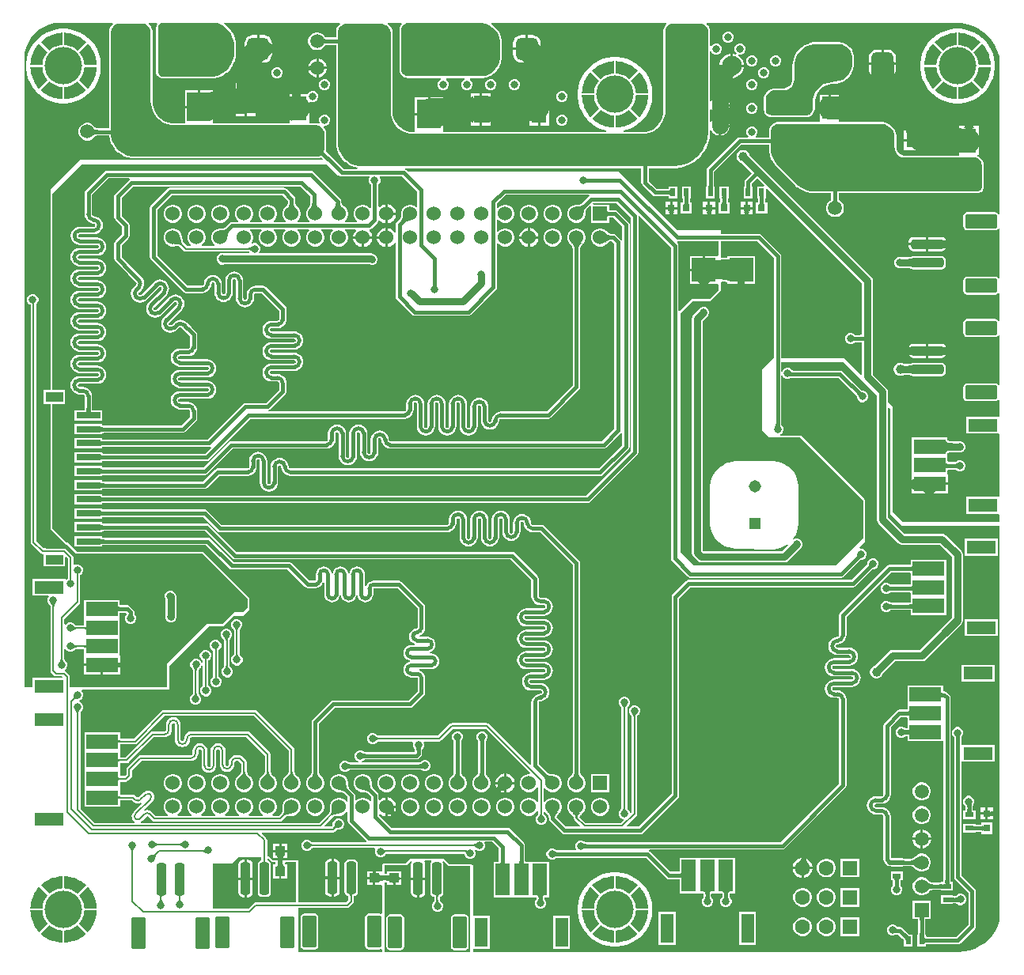
<source format=gtl>
G04*
G04 #@! TF.GenerationSoftware,Altium Limited,Altium Designer,21.3.2 (30)*
G04*
G04 Layer_Physical_Order=1*
G04 Layer_Color=255*
%FSTAX25Y25*%
%MOIN*%
G70*
G04*
G04 #@! TF.SameCoordinates,0E01897F-8C14-442C-AEF0-FA0E372BD8E1*
G04*
G04*
G04 #@! TF.FilePolarity,Positive*
G04*
G01*
G75*
%ADD16R,0.13386X0.05906*%
%ADD17R,0.12205X0.05512*%
G04:AMPARAMS|DCode=18|XSize=59.06mil|YSize=133.86mil|CornerRadius=7.38mil|HoleSize=0mil|Usage=FLASHONLY|Rotation=180.000|XOffset=0mil|YOffset=0mil|HoleType=Round|Shape=RoundedRectangle|*
%AMROUNDEDRECTD18*
21,1,0.05906,0.11909,0,0,180.0*
21,1,0.04429,0.13386,0,0,180.0*
1,1,0.01476,-0.02215,0.05955*
1,1,0.01476,0.02215,0.05955*
1,1,0.01476,0.02215,-0.05955*
1,1,0.01476,-0.02215,-0.05955*
%
%ADD18ROUNDEDRECTD18*%
G04:AMPARAMS|DCode=19|XSize=39.37mil|YSize=137.8mil|CornerRadius=9.84mil|HoleSize=0mil|Usage=FLASHONLY|Rotation=180.000|XOffset=0mil|YOffset=0mil|HoleType=Round|Shape=RoundedRectangle|*
%AMROUNDEDRECTD19*
21,1,0.03937,0.11811,0,0,180.0*
21,1,0.01968,0.13780,0,0,180.0*
1,1,0.01968,-0.00984,0.05906*
1,1,0.01968,0.00984,0.05906*
1,1,0.01968,0.00984,-0.05906*
1,1,0.01968,-0.00984,-0.05906*
%
%ADD19ROUNDEDRECTD19*%
%ADD20R,0.03937X0.03937*%
%ADD21R,0.03937X0.03937*%
%ADD22R,0.07480X0.04331*%
%ADD23R,0.10236X0.02756*%
%ADD24R,0.05512X0.12205*%
%ADD25R,0.05906X0.13386*%
%ADD26R,0.03150X0.03150*%
%ADD27R,0.09843X0.09843*%
%ADD28R,0.06299X0.10236*%
%ADD29R,0.06299X0.11811*%
%ADD30R,0.09843X0.12402*%
%ADD31C,0.05906*%
G04:AMPARAMS|DCode=32|XSize=39.37mil|YSize=137.8mil|CornerRadius=9.84mil|HoleSize=0mil|Usage=FLASHONLY|Rotation=270.000|XOffset=0mil|YOffset=0mil|HoleType=Round|Shape=RoundedRectangle|*
%AMROUNDEDRECTD32*
21,1,0.03937,0.11811,0,0,270.0*
21,1,0.01968,0.13780,0,0,270.0*
1,1,0.01968,-0.05906,-0.00984*
1,1,0.01968,-0.05906,0.00984*
1,1,0.01968,0.05906,0.00984*
1,1,0.01968,0.05906,-0.00984*
%
%ADD32ROUNDEDRECTD32*%
%ADD33R,0.06102X0.09252*%
%ADD34R,0.13780X0.06299*%
%ADD35R,0.03543X0.02165*%
%ADD36R,0.16693X0.15000*%
%ADD37R,0.02165X0.03543*%
%ADD38R,0.03150X0.03150*%
G04:AMPARAMS|DCode=39|XSize=59.06mil|YSize=133.86mil|CornerRadius=7.38mil|HoleSize=0mil|Usage=FLASHONLY|Rotation=270.000|XOffset=0mil|YOffset=0mil|HoleType=Round|Shape=RoundedRectangle|*
%AMROUNDEDRECTD39*
21,1,0.05906,0.11909,0,0,270.0*
21,1,0.04429,0.13386,0,0,270.0*
1,1,0.01476,-0.05955,-0.02215*
1,1,0.01476,-0.05955,0.02215*
1,1,0.01476,0.05955,0.02215*
1,1,0.01476,0.05955,-0.02215*
%
%ADD39ROUNDEDRECTD39*%
%ADD40R,0.14000X0.06000*%
%ADD41R,0.06000X0.14000*%
%ADD81C,0.01500*%
%ADD82C,0.00800*%
%ADD83C,0.03000*%
%ADD84C,0.01968*%
%ADD85C,0.07000*%
%ADD86C,0.09500*%
%ADD87C,0.07874*%
G04:AMPARAMS|DCode=88|XSize=94.49mil|YSize=94.49mil|CornerRadius=23.62mil|HoleSize=0mil|Usage=FLASHONLY|Rotation=180.000|XOffset=0mil|YOffset=0mil|HoleType=Round|Shape=RoundedRectangle|*
%AMROUNDEDRECTD88*
21,1,0.09449,0.04724,0,0,180.0*
21,1,0.04724,0.09449,0,0,180.0*
1,1,0.04724,-0.02362,0.02362*
1,1,0.04724,0.02362,0.02362*
1,1,0.04724,0.02362,-0.02362*
1,1,0.04724,-0.02362,-0.02362*
%
%ADD88ROUNDEDRECTD88*%
%ADD89C,0.08268*%
%ADD90R,0.06299X0.06299*%
%ADD91C,0.06299*%
%ADD92C,0.05984*%
%ADD93R,0.05984X0.05984*%
%ADD94C,0.15748*%
%ADD95R,0.05150X0.05150*%
%ADD96C,0.05150*%
%ADD97C,0.06024*%
%ADD98R,0.06024X0.06024*%
%ADD99C,0.09449*%
G04:AMPARAMS|DCode=100|XSize=82.68mil|YSize=82.68mil|CornerRadius=20.67mil|HoleSize=0mil|Usage=FLASHONLY|Rotation=0.000|XOffset=0mil|YOffset=0mil|HoleType=Round|Shape=RoundedRectangle|*
%AMROUNDEDRECTD100*
21,1,0.08268,0.04134,0,0,0.0*
21,1,0.04134,0.08268,0,0,0.0*
1,1,0.04134,0.02067,-0.02067*
1,1,0.04134,-0.02067,-0.02067*
1,1,0.04134,-0.02067,0.02067*
1,1,0.04134,0.02067,0.02067*
%
%ADD100ROUNDEDRECTD100*%
%ADD101C,0.03150*%
%ADD102C,0.03937*%
%ADD103C,0.02598*%
G36*
X0254441Y0464558D02*
X0254557Y046443D01*
X0254692Y0464318D01*
X0254846Y046422D01*
X0255018Y0464138D01*
X0255208Y046407D01*
X0255417Y0464017D01*
X0255645Y046398D01*
X0255891Y0463958D01*
X0256156Y046395D01*
Y046245D01*
X0255891Y0462442D01*
X0255645Y046242D01*
X0255417Y0462383D01*
X0255208Y046233D01*
X0255018Y0462262D01*
X0254846Y046218D01*
X0254692Y0462082D01*
X0254557Y046197D01*
X0254441Y0461842D01*
X0254343Y04617D01*
Y04647D01*
X0254441Y0464558D01*
D02*
G37*
G36*
X052341Y0470791D02*
X0525834Y0470309D01*
X0528175Y0469515D01*
X0530392Y0468422D01*
X0532446Y0467049D01*
X0534305Y0465419D01*
X0535934Y0463561D01*
X0537308Y0461506D01*
X0538401Y0459289D01*
X0539195Y0456949D01*
X05393Y0456421D01*
Y039048D01*
X05388Y0390329D01*
X0538595Y0390636D01*
X053809Y0390973D01*
X0537495Y0391091D01*
X0525585D01*
X052499Y0390973D01*
X0524485Y0390636D01*
X0524148Y0390131D01*
X052403Y0389536D01*
Y0385107D01*
X0524148Y0384511D01*
X0524485Y0384007D01*
X052499Y038367D01*
X0525585Y0383551D01*
X0537495D01*
X053809Y038367D01*
X0538595Y0384007D01*
X05388Y0384314D01*
X05393Y0384162D01*
Y0363315D01*
X05388Y0363163D01*
X0538595Y036347D01*
X053809Y0363808D01*
X0537495Y0363926D01*
X0525585D01*
X052499Y0363808D01*
X0524485Y036347D01*
X0524148Y0362966D01*
X052403Y036237D01*
Y0357941D01*
X0524148Y0357346D01*
X0524485Y0356841D01*
X052499Y0356504D01*
X0525585Y0356386D01*
X0537495D01*
X053809Y0356504D01*
X0538595Y0356841D01*
X05388Y0357149D01*
X05393Y0356997D01*
Y0345523D01*
X05388Y0345371D01*
X0538595Y0345678D01*
X053809Y0346015D01*
X0537495Y0346134D01*
X0525585D01*
X052499Y0346015D01*
X0524485Y0345678D01*
X0524148Y0345174D01*
X052403Y0344578D01*
Y0340149D01*
X0524148Y0339554D01*
X0524485Y0339049D01*
X052499Y0338712D01*
X0525585Y0338594D01*
X0537495D01*
X053809Y0338712D01*
X0538595Y0339049D01*
X05388Y0339356D01*
X05393Y0339205D01*
Y0318357D01*
X05388Y0318206D01*
X0538595Y0318513D01*
X053809Y031885D01*
X0537495Y0318968D01*
X0525585D01*
X052499Y031885D01*
X0524485Y0318513D01*
X0524148Y0318008D01*
X052403Y0317413D01*
Y0312984D01*
X0524148Y0312389D01*
X0524485Y0311884D01*
X052499Y0311547D01*
X0525585Y0311428D01*
X0537495D01*
X053809Y0311547D01*
X0538595Y0311884D01*
X05388Y0312191D01*
X05393Y0312039D01*
Y0305314D01*
X053902Y030493D01*
X05388Y030493D01*
X0525241D01*
Y0297843D01*
X05388D01*
X053902Y0297843D01*
X05393Y0297459D01*
Y0271456D01*
X053902Y0271072D01*
X05388Y0271072D01*
X0525241D01*
Y0263985D01*
X05388D01*
X053902Y0263985D01*
X05393Y0263601D01*
Y02604D01*
X04985D01*
X04942Y02647D01*
Y03092D01*
X0492332Y0311068D01*
Y03154D01*
X0492155Y0316293D01*
X0491649Y0317049D01*
X0485982Y0322716D01*
Y03378D01*
Y036225D01*
X0485805Y0363142D01*
X0485299Y0363899D01*
X0439349Y0409849D01*
X043399Y0415208D01*
X0433868Y0415664D01*
X0433505Y0416292D01*
X0432992Y0416805D01*
X0432364Y0417168D01*
X0431663Y0417356D01*
X0430937D01*
X0430236Y0417168D01*
X0429608Y0416805D01*
X0429095Y0416292D01*
X0428732Y0415664D01*
X0428544Y0414963D01*
Y0414237D01*
X0428732Y0413536D01*
X0429095Y0412908D01*
X0429608Y0412395D01*
X0430236Y0412032D01*
X0430692Y041191D01*
X0434993Y0407609D01*
X043227Y0404887D01*
X043193Y0404379D01*
X0431811Y0403779D01*
Y0402199D01*
X04318Y040198D01*
X0431799Y0401977D01*
X0431509D01*
Y0401195D01*
X0431505Y0401178D01*
X0431509Y040116D01*
Y0396859D01*
X0435249D01*
Y040116D01*
X0435252Y0401178D01*
X0435249Y0401195D01*
Y0401977D01*
X0434966D01*
X0434946Y040226D01*
Y0403129D01*
X0437209Y0405393D01*
X0440163Y0402439D01*
X0439971Y0401977D01*
X0437217D01*
Y0397676D01*
X0437214Y0397658D01*
X0437217Y0397641D01*
Y0396859D01*
X04375D01*
X043752Y0396576D01*
Y0395547D01*
X043751Y0395437D01*
X0437484Y0395279D01*
X0437458Y039518D01*
X0436725D01*
Y0390456D01*
X044145D01*
Y039518D01*
X0440717D01*
X0440691Y0395279D01*
X0440664Y0395437D01*
X0440655Y0395547D01*
Y0396637D01*
X0440667Y0396856D01*
X0440667Y0396859D01*
X0440957D01*
Y0397641D01*
X0440961Y0397658D01*
X0440957Y0397676D01*
Y0400991D01*
X0441419Y0401182D01*
X0481318Y0361284D01*
Y0339451D01*
X0480059Y0339368D01*
X0478549D01*
X047848Y0339376D01*
X0478394Y0339391D01*
X0478325Y0339409D01*
X0478272Y0339427D01*
X0478235Y0339443D01*
X0478212Y0339456D01*
X0478202Y0339463D01*
X0478162Y0339498D01*
X0478112Y0339528D01*
X0477838Y0339803D01*
X047697Y0340162D01*
X047603D01*
X0475162Y0339803D01*
X0474497Y0339138D01*
X0474138Y033827D01*
Y033733D01*
X0474497Y0336462D01*
X0475162Y0335797D01*
X047603Y0335438D01*
X047697D01*
X0477838Y0335797D01*
X0478112Y0336072D01*
X0478162Y0336102D01*
X0478202Y0336137D01*
X0478212Y0336144D01*
X0478235Y0336157D01*
X0478272Y0336173D01*
X0478325Y0336191D01*
X0478394Y0336209D01*
X0478469Y0336222D01*
X047858Y0336232D01*
X0480235D01*
X0481222Y0336199D01*
X0481318Y033619D01*
Y0322736D01*
X0480856Y0322544D01*
X04739Y03295D01*
X0447367D01*
Y03725D01*
X0447248Y03731D01*
X0446908Y0373608D01*
X0439008Y0381508D01*
X04385Y0381848D01*
X04379Y0381967D01*
X04218D01*
Y03834D01*
X04036D01*
X03789Y04081D01*
X0290217D01*
X0289408Y0408908D01*
X0288976Y0409197D01*
X0288999Y0409527D01*
X0289059Y0409697D01*
X0388433D01*
Y04037D01*
X0388552Y04031D01*
X0388892Y0402592D01*
X0393174Y039831D01*
X0393682Y039797D01*
X0394282Y0397851D01*
X0399442D01*
X0399552Y0397841D01*
X039971Y0397815D01*
X0399809Y0397788D01*
Y0396859D01*
X0403549D01*
Y0401977D01*
X0399809D01*
Y0401048D01*
X039971Y0401021D01*
X0399552Y0400995D01*
X0399442Y0400986D01*
X0394931D01*
X0391567Y0404349D01*
Y0409697D01*
X040277D01*
X0402822Y0409707D01*
X0402875Y0409704D01*
X0404798Y0409957D01*
X0404848Y0409974D01*
X0404901Y0409978D01*
X0406775Y041048D01*
X0406823Y0410503D01*
X0406875Y0410514D01*
X0408667Y0411256D01*
X0408711Y0411285D01*
X0408761Y0411303D01*
X0410441Y0412273D01*
X0410481Y0412308D01*
X0410529Y0412331D01*
X0412068Y0413512D01*
X0412103Y0413552D01*
X0412147Y0413581D01*
X0413519Y0414953D01*
X0413548Y0414997D01*
X0413588Y0415032D01*
X0414769Y0416571D01*
X0414792Y0416619D01*
X0414827Y0416658D01*
X0415798Y0418339D01*
X0415814Y0418389D01*
X0415844Y0418433D01*
X0416586Y0420225D01*
X0416597Y0420277D01*
X041662Y0420325D01*
X0417122Y0422199D01*
X0417126Y0422252D01*
X0417143Y0422302D01*
X0417396Y0424225D01*
X0417392Y0424278D01*
X0417403Y042433D01*
Y0425591D01*
X0417903Y0425725D01*
X0418337Y0424973D01*
X0419073Y0424237D01*
X0419974Y0423717D01*
X042098Y0423447D01*
X0421D01*
Y04274D01*
Y0431353D01*
X042098D01*
X0419974Y0431083D01*
X0419073Y0430563D01*
X0418337Y0429827D01*
X0417903Y0429075D01*
X0417403Y0429209D01*
Y0434391D01*
X0417903Y0434525D01*
X0418337Y0433773D01*
X0419073Y0433037D01*
X0419974Y0432517D01*
X042098Y0432247D01*
X0421D01*
Y04362D01*
Y0440153D01*
X042098D01*
X0419974Y0439883D01*
X0419073Y0439363D01*
X0418337Y0438627D01*
X0417903Y0437875D01*
X0417403Y0438009D01*
Y0458791D01*
X0417903Y045889D01*
X0417997Y0458662D01*
X0418662Y0457997D01*
X041953Y0457638D01*
X042047D01*
X0421338Y0457997D01*
X0422003Y0458662D01*
X0422362Y045953D01*
Y046047D01*
X0422003Y0461338D01*
X0421338Y0462003D01*
X042047Y0462362D01*
X041953D01*
X0418662Y0462003D01*
X0417997Y0461338D01*
X0417903Y046111D01*
X0417403Y0461209D01*
Y0467355D01*
X0417387Y0467432D01*
Y0467511D01*
X0417249Y0468207D01*
X0417219Y046828D01*
X0417203Y0468357D01*
X0416932Y0469012D01*
X0416888Y0469078D01*
X0416858Y0469151D01*
X0416464Y0469741D01*
X0416408Y0469797D01*
X0416364Y0469863D01*
X0415863Y0470364D01*
X0415797Y0470408D01*
X0415762Y0470442D01*
X0415768Y0470535D01*
X0415925Y0470942D01*
X0520944D01*
X0520985Y047095D01*
X052341Y0470791D01*
D02*
G37*
G36*
X0322779Y0470573D02*
X0324326Y0469933D01*
X0325718Y0469002D01*
X0326902Y0467818D01*
X0327833Y0466426D01*
X0328473Y0464879D01*
X03288Y0463237D01*
Y04624D01*
Y04567D01*
Y0455883D01*
X0328481Y0454279D01*
X0327855Y0452769D01*
X0326947Y0451409D01*
X0325791Y0450253D01*
X0324431Y0449345D01*
X0322921Y0448719D01*
X0321318Y04484D01*
X0290004D01*
X0289425Y0448515D01*
X0288879Y0448741D01*
X0288388Y044907D01*
X028797Y0449488D01*
X0287641Y0449979D01*
X0287415Y0450525D01*
X02873Y0451104D01*
Y04514D01*
Y04677D01*
Y0468015D01*
X0287423Y0468633D01*
X0287664Y0469216D01*
X0288014Y046974D01*
X028846Y0470186D01*
X0288984Y0470536D01*
X0289567Y0470777D01*
X0290185Y04709D01*
X0321137D01*
X0322779Y0470573D01*
D02*
G37*
G36*
X0210071Y0470735D02*
X02118Y0470019D01*
X0213356Y0468979D01*
X0214679Y0467656D01*
X0215719Y04661D01*
X0216435Y0464371D01*
X02168Y0462536D01*
Y04616D01*
Y0458D01*
Y0457045D01*
X0216427Y0455171D01*
X0215696Y0453405D01*
X0214634Y0451817D01*
X0213283Y0450465D01*
X0211695Y0449404D01*
X0209929Y0448673D01*
X0208055Y04483D01*
X0186562D01*
X0185754Y0448635D01*
X0185135Y0449254D01*
X01848Y0450062D01*
Y04505D01*
Y04685D01*
Y0468756D01*
X01849Y0469258D01*
X0185096Y0469732D01*
X018538Y0470157D01*
X0185743Y0470519D01*
X0186168Y0470804D01*
X0186502Y0470942D01*
X0209029D01*
X0210071Y0470735D01*
D02*
G37*
G36*
X0261478Y0470442D02*
X0261378Y0470375D01*
X0261322Y047032D01*
X0261256Y0470276D01*
X0260824Y0469844D01*
X026078Y0469778D01*
X0260724Y0469722D01*
X0260385Y0469214D01*
X0260355Y0469141D01*
X0260311Y0469076D01*
X0260077Y0468511D01*
X0260062Y0468434D01*
X0260032Y0468361D01*
X0259913Y0467762D01*
Y0467683D01*
X0259897Y0467605D01*
Y0464768D01*
X0255849D01*
X0255747Y0464777D01*
X0255581Y0464804D01*
X025544Y0464839D01*
X0255326Y046488D01*
X0255236Y0464923D01*
X0255167Y0464967D01*
X0255114Y0465011D01*
X0255072Y0465058D01*
X0255005Y0465154D01*
X0254971Y0465187D01*
X0254793Y0465496D01*
X0254097Y0466193D01*
X0253244Y0466685D01*
X0252292Y046694D01*
X0251308D01*
X0250356Y0466685D01*
X0249503Y0466193D01*
X0248807Y0465496D01*
X0248315Y0464644D01*
X024806Y0463692D01*
Y0462708D01*
X0248315Y0461756D01*
X0248807Y0460904D01*
X0249503Y0460207D01*
X0250356Y0459715D01*
X0251308Y045946D01*
X0252292D01*
X0253244Y0459715D01*
X0254097Y0460207D01*
X0254793Y0460904D01*
X0254971Y0461213D01*
X0255005Y0461246D01*
X0255072Y0461343D01*
X0255114Y0461388D01*
X0255167Y0461433D01*
X0255236Y0461477D01*
X0255326Y046152D01*
X025544Y0461561D01*
X0255581Y0461596D01*
X0255747Y0461623D01*
X0255849Y0461632D01*
X0259897D01*
Y04205D01*
Y0419515D01*
X0259913Y0419438D01*
Y0419358D01*
X0260297Y0417426D01*
X0260327Y0417353D01*
X0260343Y0417276D01*
X0261096Y0415456D01*
X026114Y041539D01*
X0261171Y0415317D01*
X0262265Y0413679D01*
X0262321Y0413623D01*
X0262365Y0413558D01*
X0263758Y0412165D01*
X0263823Y0412121D01*
X0263879Y0412065D01*
X0265517Y0410971D01*
X026559Y041094D01*
X0265656Y0410896D01*
X0267476Y0410143D01*
X0267553Y0410127D01*
X0267627Y0410097D01*
X026878Y0409867D01*
X026873Y0409368D01*
X0262849D01*
X0255486Y041673D01*
X0255587Y0417238D01*
Y0417317D01*
X0255603Y0417395D01*
X0255603Y04244D01*
X0255603Y0424735D01*
X0255587Y0424812D01*
Y0424892D01*
X0255457Y0425548D01*
X0255427Y0425621D01*
X0255411Y0425699D01*
X0255155Y0426318D01*
X0255111Y0426383D01*
X0255081Y0426456D01*
X0254709Y0427013D01*
X0254653Y0427069D01*
X0254609Y0427135D01*
X0254606Y0427138D01*
X0254813Y0427638D01*
X025547D01*
X0256338Y0427997D01*
X0257003Y0428662D01*
X0257362Y042953D01*
Y043047D01*
X0257003Y0431338D01*
X0256338Y0432003D01*
X025547Y0432362D01*
X025453D01*
X0253662Y0432003D01*
X0252997Y0431338D01*
X0252638Y043047D01*
Y042953D01*
X0252914Y0428863D01*
X0252821Y0428667D01*
X0252763Y0428597D01*
X025255Y0428456D01*
X0252548Y0428457D01*
X0252022Y0428561D01*
X0251965D01*
X025191Y0428576D01*
X0251445Y0428602D01*
X0251423Y0428598D01*
X02514Y0428603D01*
X02514D01*
X02514Y0428603D01*
X0248922D01*
X024845Y0428668D01*
X024845Y0429103D01*
Y0434287D01*
X02443D01*
X0241162D01*
Y042968D01*
X0241076Y0429818D01*
X0240818Y0429941D01*
X0240387Y043005D01*
X024015Y0430087D01*
Y0429103D01*
X024015Y0428668D01*
X0239678Y0428603D01*
X0207976D01*
Y0434924D01*
X0202054D01*
X0196133D01*
Y0428603D01*
X0191753D01*
X0190852Y0428647D01*
X0189065Y0429003D01*
X01874Y0429692D01*
X0185901Y0430693D01*
X0184627Y0431968D01*
X0183626Y0433466D01*
X0182936Y0435131D01*
X018258Y0436918D01*
X0182536Y043782D01*
X0182536Y0466989D01*
X0182536Y0467345D01*
X0182521Y0467422D01*
Y0467501D01*
X0182382Y0468199D01*
X0182352Y0468272D01*
X0182336Y046835D01*
X0182064Y0469007D01*
X018202Y0469072D01*
X018199Y0469145D01*
X0181595Y0469737D01*
X0181539Y0469793D01*
X0181495Y0469859D01*
X0180992Y0470362D01*
X0180926Y0470405D01*
X0180889Y0470442D01*
X0180894Y0470524D01*
X0181051Y0470942D01*
X0184353D01*
X0184413Y0470886D01*
X0184605Y0470442D01*
X0184428Y0470178D01*
X0184398Y0470105D01*
X0184354Y0470039D01*
X0184158Y0469566D01*
X0184143Y0469488D01*
X0184113Y0469415D01*
X0184013Y0468913D01*
Y0468834D01*
X0183997Y0468756D01*
Y04505D01*
Y0450062D01*
X0184058Y0449755D01*
X0184393Y0448947D01*
X0184567Y0448686D01*
X0184567Y0448686D01*
X0185186Y0448067D01*
X0185447Y0447893D01*
X0186255Y0447558D01*
X0186562Y0447497D01*
X0208055D01*
X0208133Y0447513D01*
X0208212D01*
X0210086Y0447885D01*
X0210159Y0447916D01*
X0210237Y0447931D01*
X0212002Y0448662D01*
X0212068Y0448706D01*
X0212141Y0448736D01*
X0213729Y0449798D01*
X0213785Y0449854D01*
X0213851Y0449898D01*
X0215202Y0451249D01*
X0215246Y0451315D01*
X0215302Y0451371D01*
X0216364Y0452959D01*
X0216394Y0453032D01*
X0216438Y0453098D01*
X0217169Y0454863D01*
X0217184Y0454941D01*
X0217215Y0455014D01*
X0217587Y0456888D01*
Y0456967D01*
X0217603Y0457045D01*
Y0462536D01*
X0217587Y0462613D01*
Y0462692D01*
X0217222Y0464528D01*
X0217192Y0464601D01*
X0217177Y0464678D01*
X021646Y0466407D01*
X0216417Y0466473D01*
X0216386Y0466546D01*
X0215347Y0468102D01*
X0215291Y0468158D01*
X0215247Y0468224D01*
X0213924Y0469547D01*
X0213858Y0469591D01*
X0213802Y0469647D01*
X0212611Y0470442D01*
X0212763Y0470942D01*
X0261326D01*
X0261478Y0470442D01*
D02*
G37*
G36*
X0379091Y0454667D02*
X0379681Y0454568D01*
X0380173Y045447D01*
X0381059Y0454273D01*
X0381945Y0453978D01*
X0382732Y0453683D01*
X0383618Y0453289D01*
X0384504Y0452797D01*
X0385291Y0452305D01*
X0386079Y0451714D01*
X0386866Y0451025D01*
X0383224Y0447383D01*
X0382732Y0447777D01*
X038224Y0448171D01*
X0381748Y0448466D01*
X0381157Y0448761D01*
X0380469Y0449057D01*
X0379583Y0449352D01*
X0378598Y0449549D01*
X0377713Y0449647D01*
Y0454765D01*
X0379091Y0454667D01*
D02*
G37*
G36*
X0376925Y0449647D02*
X0376039Y0449549D01*
X0375055Y0449352D01*
X0374169Y0449057D01*
X037348Y0448761D01*
X037289Y0448466D01*
X0372398Y0448171D01*
X0371905Y0447777D01*
X0371413Y0447383D01*
X0367772Y0451025D01*
X0368559Y0451714D01*
X0369346Y0452305D01*
X0370134Y0452797D01*
X037102Y0453289D01*
X0371905Y0453683D01*
X0372693Y0453978D01*
X0373579Y0454273D01*
X0374465Y045447D01*
X0374957Y0454568D01*
X0375547Y0454667D01*
X0376925Y0454765D01*
Y0449647D01*
D02*
G37*
G36*
X0398914Y047085D02*
X0399008Y0470604D01*
X0399023Y0470442D01*
X0398624Y0470044D01*
X039858Y0469978D01*
X0398524Y0469922D01*
X0398185Y0469414D01*
X0398155Y0469341D01*
X0398111Y0469276D01*
X0397877Y0468711D01*
X0397862Y0468634D01*
X0397832Y0468561D01*
X0397713Y0467962D01*
Y0467883D01*
X0397697Y0467805D01*
Y04675D01*
X0397697Y043352D01*
X0397656Y0432682D01*
X0397325Y043102D01*
X0396685Y0429473D01*
X0395754Y042808D01*
X039457Y0426896D01*
X0393177Y0425965D01*
X039163Y0425324D01*
X0389968Y0424994D01*
X038913Y0424953D01*
X0380996D01*
X038093Y0425453D01*
X0382392Y0425844D01*
X0384299Y0426635D01*
X0386087Y0427667D01*
X0387725Y0428923D01*
X0389184Y0430383D01*
X0390441Y0432021D01*
X0391473Y0433809D01*
X0392263Y0435716D01*
X0392797Y043771D01*
X0393067Y0439757D01*
X0393067Y0440789D01*
X0393067Y0440789D01*
X0393067Y0440789D01*
X0393067Y0441821D01*
X0392797Y0443868D01*
X0392263Y0445862D01*
X0391473Y0447769D01*
X0390441Y0449557D01*
X0389184Y0451194D01*
X0387724Y0452654D01*
X0386087Y0453911D01*
X0384299Y0454943D01*
X0382392Y0455733D01*
X0380398Y0456267D01*
X0378351Y0456537D01*
X0377319Y0456537D01*
X0377319Y0456537D01*
X0376287Y0456537D01*
X037424Y0456267D01*
X0372246Y0455733D01*
X0370339Y0454943D01*
X0368551Y0453911D01*
X0366913Y0452654D01*
X0365454Y0451194D01*
X0364197Y0449557D01*
X0363165Y0447769D01*
X0362375Y0445862D01*
X036184Y0443868D01*
X0361571Y0441821D01*
X0361571Y0440789D01*
X0361571Y0440789D01*
X0361571Y0439757D01*
X036184Y043771D01*
X0362375Y0435716D01*
X0363165Y0433809D01*
X0364197Y0432021D01*
X0365454Y0430383D01*
X0366913Y0428924D01*
X0368551Y0427667D01*
X0370339Y0426635D01*
X0372246Y0425845D01*
X0373708Y0425453D01*
X0373642Y0424953D01*
X0305278D01*
X0304921Y0425299D01*
X0304921Y0425453D01*
Y0428117D01*
X0304764Y0428014D01*
X0304289Y0427513D01*
X0304004Y0426946D01*
X0303909Y0426311D01*
Y0432D01*
X0299D01*
X0293079D01*
Y0425453D01*
X0293079Y0425299D01*
X0292722Y0424953D01*
X029227D01*
X0291432Y0424994D01*
X028977Y0425324D01*
X0288223Y0425965D01*
X028683Y0426896D01*
X0285646Y042808D01*
X0284716Y0429473D01*
X0284075Y043102D01*
X0283744Y0432682D01*
X0283703Y043352D01*
Y04664D01*
Y0466794D01*
X0283687Y0466872D01*
Y0466951D01*
X0283534Y0467723D01*
X0283503Y0467796D01*
X0283488Y0467874D01*
X0283187Y0468602D01*
X0283142Y0468668D01*
X0283112Y0468741D01*
X0282675Y0469396D01*
X0282619Y0469452D01*
X0282575Y0469518D01*
X0282017Y0470075D01*
X0281952Y0470119D01*
X0281896Y0470175D01*
X0281495Y0470442D01*
X0281647Y0470942D01*
X0287374D01*
X0287581Y0470442D01*
X0287447Y0470308D01*
X0287403Y0470242D01*
X0287347Y0470186D01*
X0286997Y0469662D01*
X0286966Y0469589D01*
X0286923Y0469523D01*
X0286681Y0468941D01*
X0286666Y0468863D01*
X0286636Y046879D01*
X0286513Y0468172D01*
Y0468093D01*
X0286497Y0468015D01*
Y0451104D01*
X0286513Y0451027D01*
Y0450948D01*
X0286628Y0450368D01*
X0286658Y0450295D01*
X0286674Y0450218D01*
X02869Y0449672D01*
X0286944Y0449606D01*
X0286974Y0449533D01*
X0287302Y0449042D01*
X0287358Y0448986D01*
X0287402Y044892D01*
X028782Y0448502D01*
X0287886Y0448458D01*
X0287942Y0448402D01*
X0288433Y0448074D01*
X0288506Y0448044D01*
X0288572Y0448D01*
X0289118Y0447774D01*
X0289195Y0447758D01*
X0289268Y0447728D01*
X0289848Y0447613D01*
X0289927D01*
X0290004Y0447597D01*
X0303791D01*
X030389Y0447097D01*
X0303662Y0447003D01*
X0302997Y0446338D01*
X0302638Y044547D01*
Y044453D01*
X0302997Y0443662D01*
X0303662Y0442997D01*
X030453Y0442638D01*
X030547D01*
X0306338Y0442997D01*
X0307003Y0443662D01*
X0307362Y044453D01*
Y044547D01*
X0307003Y0446338D01*
X0306338Y0447003D01*
X030611Y0447097D01*
X0306209Y0447597D01*
X0313791D01*
X031389Y0447097D01*
X0313662Y0447003D01*
X0312997Y0446338D01*
X0312638Y044547D01*
Y044453D01*
X0312997Y0443662D01*
X0313662Y0442997D01*
X031453Y0442638D01*
X031547D01*
X0316338Y0442997D01*
X0317003Y0443662D01*
X0317362Y044453D01*
Y044547D01*
X0317003Y0446338D01*
X0316338Y0447003D01*
X031611Y0447097D01*
X0316209Y0447597D01*
X0321318D01*
X0321395Y0447613D01*
X0321474D01*
X0323078Y0447932D01*
X0323151Y0447962D01*
X0323228Y0447977D01*
X0324739Y0448603D01*
X0324804Y0448647D01*
X0324878Y0448677D01*
X0326237Y0449585D01*
X0326293Y0449641D01*
X0326359Y0449685D01*
X0327515Y0450841D01*
X0327559Y0450907D01*
X0327615Y0450963D01*
X0328523Y0452322D01*
X0328553Y0452395D01*
X0328597Y0452461D01*
X0329223Y0453972D01*
X0329238Y0454049D01*
X0329268Y0454122D01*
X0329587Y0455726D01*
Y0455805D01*
X0329603Y0455883D01*
Y0463237D01*
X0329587Y0463315D01*
Y0463394D01*
X0329261Y0465036D01*
X032923Y0465109D01*
X0329215Y0465187D01*
X0328574Y0466734D01*
X032853Y0466799D01*
X03285Y0466872D01*
X032757Y0468264D01*
X0327514Y046832D01*
X032747Y0468386D01*
X0326286Y046957D01*
X032622Y0469614D01*
X0326165Y046967D01*
X0325009Y0470442D01*
X032516Y0470942D01*
X0398856D01*
X0398914Y047085D01*
D02*
G37*
G36*
X0388244Y0449549D02*
X0388835Y0448761D01*
X0389327Y0447974D01*
X0389819Y0447088D01*
X0390213Y0446202D01*
X0390508Y0445415D01*
X0390803Y0444529D01*
X0391Y0443643D01*
X0391098Y0443151D01*
X0391197Y0442561D01*
X0391295Y0441183D01*
X0386177D01*
X0386079Y0442068D01*
X0385882Y0443053D01*
X0385587Y0443939D01*
X0385291Y0444628D01*
X0384996Y0445218D01*
X0384701Y044571D01*
X0384307Y0446202D01*
X0383913Y0446695D01*
X0387555Y0450336D01*
X0388244Y0449549D01*
D02*
G37*
G36*
X0370724Y0446695D02*
X0370331Y0446202D01*
X0369937Y044571D01*
X0369642Y0445218D01*
X0369346Y0444628D01*
X0369051Y0443939D01*
X0368756Y0443053D01*
X0368559Y0442068D01*
X0368461Y0441183D01*
X0363342D01*
X0363441Y0442561D01*
X0363539Y0443151D01*
X0363638Y0443643D01*
X0363835Y0444529D01*
X036413Y0445415D01*
X0364425Y0446202D01*
X0364819Y0447088D01*
X0365311Y0447974D01*
X0365803Y0448761D01*
X0366394Y0449549D01*
X0367083Y0450336D01*
X0370724Y0446695D01*
D02*
G37*
G36*
X0391197Y0439017D02*
X0391098Y0438427D01*
X0391Y0437935D01*
X0390803Y0437049D01*
X0390508Y0436163D01*
X0390213Y0435376D01*
X0389819Y043449D01*
X0389327Y0433604D01*
X0388835Y0432817D01*
X0388244Y0432029D01*
X0387555Y0431242D01*
X0383913Y0434883D01*
X0384307Y0435376D01*
X0384701Y0435868D01*
X0384996Y043636D01*
X0385291Y043695D01*
X0385587Y0437639D01*
X0385882Y0438525D01*
X0386079Y0439509D01*
X0386177Y0440395D01*
X0391295D01*
X0391197Y0439017D01*
D02*
G37*
G36*
X0368559Y0439509D02*
X0368756Y0438525D01*
X0369051Y0437639D01*
X0369346Y043695D01*
X0369642Y043636D01*
X0369937Y0435868D01*
X0370331Y0435376D01*
X0370724Y0434883D01*
X0367083Y0431242D01*
X0366394Y0432029D01*
X0365803Y0432817D01*
X0365311Y0433604D01*
X0364819Y043449D01*
X0364425Y0435376D01*
X036413Y0436163D01*
X0363835Y0437049D01*
X0363638Y0437935D01*
X0363539Y0438427D01*
X0363441Y0439017D01*
X0363342Y0440395D01*
X0368461D01*
X0368559Y0439509D01*
D02*
G37*
G36*
X0386866Y0430553D02*
X0386079Y0429864D01*
X0385291Y0429273D01*
X0384504Y0428781D01*
X0383618Y0428289D01*
X0382732Y0427895D01*
X0381945Y04276D01*
X0381059Y0427305D01*
X0380173Y0427108D01*
X0379681Y0427009D01*
X0379091Y0426911D01*
X0377713Y0426813D01*
Y0431931D01*
X0378598Y0432029D01*
X0379583Y0432226D01*
X0380469Y0432521D01*
X0381157Y0432817D01*
X0381748Y0433112D01*
X038224Y0433407D01*
X0382732Y0433801D01*
X0383224Y0434195D01*
X0386866Y0430553D01*
D02*
G37*
G36*
X0371905Y0433801D02*
X0372398Y0433407D01*
X037289Y0433112D01*
X037348Y0432817D01*
X0374169Y0432521D01*
X0375055Y0432226D01*
X0376039Y0432029D01*
X0376925Y0431931D01*
Y0426813D01*
X0375547Y0426911D01*
X0374957Y0427009D01*
X0374465Y0427108D01*
X0373579Y0427305D01*
X0372693Y04276D01*
X0371905Y0427895D01*
X037102Y0428289D01*
X0370134Y0428781D01*
X0369346Y0429273D01*
X0368559Y0429864D01*
X0367772Y0430553D01*
X0371413Y0434195D01*
X0371905Y0433801D01*
D02*
G37*
G36*
X0143708Y0470942D02*
X0165745D01*
X0165896Y0470442D01*
X0165895Y0470441D01*
X016584Y0470386D01*
X0165774Y0470342D01*
X0165258Y0469826D01*
X0165214Y0469761D01*
X0165158Y0469705D01*
X0164754Y0469099D01*
X0164723Y0469026D01*
X0164679Y046896D01*
X01644Y0468287D01*
X0164385Y0468209D01*
X0164355Y0468136D01*
X0164213Y0467421D01*
Y0467342D01*
X0164197Y0467264D01*
Y04669D01*
Y0426568D01*
X0159159D01*
X0159056Y0426577D01*
X0158891Y0426605D01*
X0158754Y042664D01*
X0158642Y042668D01*
X0158555Y0426722D01*
X0158489Y0426765D01*
X0158439Y0426808D01*
X01584Y0426853D01*
X0158336Y0426949D01*
X0158298Y0426989D01*
X0158085Y0427356D01*
X0157389Y0428053D01*
X0156536Y0428545D01*
X0155585Y04288D01*
X01546D01*
X0153649Y0428545D01*
X0152796Y0428053D01*
X01521Y0427356D01*
X0151607Y0426504D01*
X0151352Y0425552D01*
Y0424568D01*
X0151607Y0423616D01*
X01521Y0422763D01*
X0152796Y0422067D01*
X0153649Y0421575D01*
X01546Y042132D01*
X0155585D01*
X0156536Y0421575D01*
X0157389Y0422067D01*
X0158085Y0422763D01*
X0158232Y0423017D01*
X0158258Y0423042D01*
X0158327Y0423138D01*
X0158372Y0423186D01*
X0158428Y0423231D01*
X0158501Y0423276D01*
X0158594Y042332D01*
X0158711Y0423361D01*
X0158853Y0423396D01*
X0159021Y0423423D01*
X0159123Y0423432D01*
X0164218D01*
X0164597Y0421526D01*
X0164627Y0421453D01*
X0164643Y0421376D01*
X0165396Y0419556D01*
X016544Y041949D01*
X0165471Y0419417D01*
X0166565Y0417779D01*
X0166621Y0417723D01*
X0166665Y0417658D01*
X0168058Y0416265D01*
X0168123Y0416221D01*
X0168179Y0416165D01*
X0169817Y0415071D01*
X016989Y041504D01*
X0169956Y0414996D01*
X0171776Y0414243D01*
X0171853Y0414227D01*
X0171926Y0414197D01*
X0173858Y0413813D01*
X0173937D01*
X0174015Y0413797D01*
X0252005D01*
X0252083Y0413813D01*
X0252162D01*
X0252761Y0413932D01*
X0252834Y0413962D01*
X0252911Y0413977D01*
X0253476Y0414211D01*
X0253534Y041425D01*
X0254221Y0413562D01*
X025403Y04131D01*
X01519D01*
X01395Y04007D01*
Y0399316D01*
X0139447Y039905D01*
Y0316168D01*
X0136603D01*
Y0310263D01*
X0139447D01*
Y025795D01*
X01395Y0257684D01*
Y0257547D01*
X0149247Y02478D01*
X0149581D01*
X0149899Y0247482D01*
X015016Y0247308D01*
X0150467Y0247247D01*
X0203618D01*
X0222547Y0228317D01*
Y0224347D01*
X02206Y02224D01*
X02171D01*
X02123Y02176D01*
X02055D01*
X01887Y02008D01*
Y0200016D01*
X0188647Y019975D01*
Y0191D01*
X0147711D01*
Y01953D01*
X0147618Y0195763D01*
X0147356Y0196156D01*
X0147356Y0196156D01*
X0145965Y0197547D01*
X0145608Y0197785D01*
X0145566Y0198033D01*
X0145562Y0198321D01*
X0146203Y0198962D01*
X0146562Y019983D01*
Y020077D01*
X0146203Y0201638D01*
X0145918Y0201923D01*
X0145878Y0201984D01*
X014576Y0202106D01*
X014567Y0202209D01*
X0145595Y0202306D01*
X0145535Y0202395D01*
X0145488Y0202476D01*
X0145454Y0202549D01*
X014543Y0202614D01*
X0145414Y0202671D01*
X0145411Y0202695D01*
Y0206872D01*
X0145911Y0206971D01*
X0145997Y0206762D01*
X0146662Y0206097D01*
X014753Y0205738D01*
X014847D01*
X0149338Y0206097D01*
X0149623Y0206382D01*
X0149684Y0206422D01*
X0149806Y020654D01*
X0149909Y020663D01*
X0150005Y0206705D01*
X0150095Y0206765D01*
X0150176Y0206812D01*
X0150249Y0206846D01*
X0150314Y020687D01*
X0150371Y0206886D01*
X0150395Y0206889D01*
X0153718D01*
X0153718Y0204654D01*
X0153506Y0204242D01*
X0153506Y0204011D01*
Y0200789D01*
X0161198D01*
X0167867D01*
Y0201789D01*
X0167883Y0201646D01*
X0167928Y0201519D01*
X0168003Y0201407D01*
X0168109Y0201309D01*
X0168245Y0201226D01*
X0168412Y0201159D01*
X0168608Y0201107D01*
X0168835Y0201069D01*
X0168891Y0201064D01*
Y0204011D01*
X0168891Y0204242D01*
X0168679Y0204654D01*
X0168679Y0204742D01*
Y0211797D01*
X0168679Y0211903D01*
Y0212297D01*
X0168679Y0212403D01*
Y0219671D01*
X0168679Y0219777D01*
Y0220171D01*
X0168679Y0220277D01*
Y0222281D01*
X0168778Y0222308D01*
X0168936Y0222334D01*
X0169045Y0222343D01*
X017134D01*
X0171721Y0221962D01*
X0171709Y0221894D01*
X0171691Y0221825D01*
X0171673Y0221772D01*
X0171657Y0221735D01*
X0171644Y0221712D01*
X0171637Y0221702D01*
X0171601Y0221662D01*
X0171572Y0221612D01*
X0171297Y0221338D01*
X0170938Y022047D01*
Y021953D01*
X0171297Y0218662D01*
X0171962Y0217997D01*
X017283Y0217638D01*
X017377D01*
X0174638Y0217997D01*
X0175303Y0218662D01*
X0175662Y021953D01*
Y022047D01*
X0175303Y0221338D01*
X0175028Y0221612D01*
X0174998Y0221662D01*
X0174963Y0221702D01*
X0174956Y0221712D01*
X0174943Y0221735D01*
X0174927Y0221772D01*
X0174909Y0221825D01*
X0174891Y0221894D01*
X0174878Y0221969D01*
X0174867Y022208D01*
Y02226D01*
X0174748Y02232D01*
X0174408Y0223708D01*
X0173097Y0225019D01*
X0172589Y0225359D01*
X0171989Y0225479D01*
X0169045D01*
X0168936Y0225488D01*
X0168778Y0225514D01*
X0168679Y0225541D01*
Y0227651D01*
X0153718D01*
Y0220277D01*
X0153718Y0220171D01*
Y0219777D01*
X0153718Y0219671D01*
Y0217011D01*
X0150195D01*
X0150171Y0217015D01*
X0150114Y021703D01*
X0150049Y0217054D01*
X0149976Y0217088D01*
X0149895Y0217135D01*
X0149805Y0217195D01*
X0149709Y021727D01*
X0149606Y0217359D01*
X0149484Y0217478D01*
X0149423Y0217518D01*
X0149138Y0217803D01*
X014827Y0218162D01*
X014733D01*
X0146462Y0217803D01*
X0145911Y0217251D01*
X0145411Y0217411D01*
Y0219699D01*
X0151656Y0225944D01*
X0151918Y0226337D01*
X0152011Y02268D01*
X0152011Y02268D01*
Y0238245D01*
X0152138Y0238297D01*
X0152803Y0238962D01*
X0153162Y023983D01*
Y024077D01*
X0152803Y0241638D01*
X0152138Y0242303D01*
X015127Y0242662D01*
X015033D01*
X0149711Y0242406D01*
X0149211Y0242705D01*
Y024556D01*
X0149118Y0246023D01*
X0148856Y0246416D01*
X0148856Y0246416D01*
X0146216Y0249056D01*
X0145823Y0249319D01*
X014536Y0249411D01*
X014536Y0249411D01*
X0136702D01*
X0133611Y0252502D01*
Y0352482D01*
X013409Y0352962D01*
X013445Y035383D01*
Y035477D01*
X013409Y0355638D01*
X0133426Y0356303D01*
X0132558Y0356662D01*
X0131618D01*
X013075Y0356303D01*
X0130085Y0355638D01*
X0129726Y035477D01*
Y035383D01*
X0130085Y0352962D01*
X013075Y0352297D01*
X0131189Y0352115D01*
Y0252D01*
X0131189Y0252D01*
X0131281Y0251537D01*
X0131544Y0251144D01*
X0135344Y0247344D01*
X0135344Y0247344D01*
X0135737Y0247081D01*
X01362Y0246989D01*
X0136603D01*
Y0241759D01*
X0145658D01*
Y0245537D01*
X014612Y0245728D01*
X0146789Y0245059D01*
Y0236755D01*
X0146662Y0236703D01*
X0146344Y0236385D01*
X0145844Y0236509D01*
Y0236509D01*
X0145844Y0236509D01*
X0132065D01*
Y0229423D01*
X0138675D01*
X0138882Y0228923D01*
X0138697Y0228738D01*
X0138338Y022787D01*
Y022693D01*
X0138697Y0226062D01*
X0138982Y0225777D01*
X0139022Y0225716D01*
X013914Y0225594D01*
X013923Y0225491D01*
X0139305Y0225395D01*
X0139365Y0225305D01*
X0139412Y0225224D01*
X0139446Y0225151D01*
X013947Y0225086D01*
X0139486Y0225029D01*
X0139489Y0225005D01*
Y01978D01*
X0139489Y01978D01*
X0139582Y0197337D01*
X0139844Y0196944D01*
X0140953Y0195835D01*
X0140953Y0195835D01*
X0141346Y0195572D01*
X0141809Y019548D01*
X014436D01*
X0144512Y0195277D01*
X0144262Y0194777D01*
X0132065D01*
Y0191D01*
X0128558D01*
Y0455792D01*
X0128545Y0455853D01*
X0128727Y0458165D01*
X0129283Y0460479D01*
X0130194Y0462678D01*
X0131437Y0464707D01*
X0132983Y0466517D01*
X0134793Y0468063D01*
X0136822Y0469306D01*
X0139021Y0470217D01*
X0141335Y0470773D01*
X0143647Y0470955D01*
X0143708Y0470942D01*
D02*
G37*
G36*
X041405Y0470462D02*
X0414705Y047019D01*
X0415295Y0469796D01*
X0415796Y0469295D01*
X041619Y0468705D01*
X0416462Y046805D01*
X04166Y0467355D01*
Y0467D01*
Y04253D01*
Y042433D01*
X0416347Y0422406D01*
X0415845Y0420533D01*
X0415102Y041874D01*
X0414132Y041706D01*
X0412951Y0415521D01*
X0411579Y0414149D01*
X041004Y0412968D01*
X040836Y0411998D01*
X0406567Y0411255D01*
X0404694Y0410753D01*
X040277Y04105D01*
X0269715D01*
X0267783Y0410884D01*
X0265963Y0411638D01*
X0264325Y0412733D01*
X0262932Y0414125D01*
X0261838Y0415763D01*
X0261084Y0417583D01*
X02607Y0419515D01*
Y04205D01*
Y04673D01*
Y0467605D01*
X0260819Y0468204D01*
X0261053Y0468768D01*
X0261392Y0469276D01*
X0261824Y0469708D01*
X0262332Y0470047D01*
X0262896Y0470281D01*
X0263495Y04704D01*
X0279294D01*
X0280067Y0470246D01*
X0280795Y0469945D01*
X028145Y0469507D01*
X0282007Y046895D01*
X0282445Y0468295D01*
X0282746Y0467567D01*
X02829Y0466794D01*
Y04664D01*
Y04335D01*
Y04335D01*
X0282945Y0432584D01*
X0283303Y0430786D01*
X0284004Y0429092D01*
X0285022Y0427568D01*
X0286318Y0426272D01*
X0287842Y0425254D01*
X0289536Y0424553D01*
X0291334Y0424195D01*
X029225Y042415D01*
X038915D01*
X0390066Y0424195D01*
X0391864Y0424553D01*
X0393558Y0425254D01*
X0395082Y0426272D01*
X0396378Y0427568D01*
X0397396Y0429092D01*
X0398097Y0430786D01*
X0398455Y0432584D01*
X03985Y04335D01*
X03985Y04675D01*
Y0467805D01*
X0398619Y0468404D01*
X0398853Y0468968D01*
X0399192Y0469476D01*
X0399624Y0469908D01*
X0400132Y0470247D01*
X0400696Y0470481D01*
X0401295Y04706D01*
X0413355D01*
X041405Y0470462D01*
D02*
G37*
G36*
X015776Y0426364D02*
X0157874Y0426235D01*
X0158007Y0426121D01*
X0158158Y0426023D01*
X0158328Y042594D01*
X0158518Y0425871D01*
X0158726Y0425818D01*
X0158953Y042578D01*
X0159199Y0425758D01*
X0159463Y042575D01*
X0159432Y042425D01*
X0159167Y0424243D01*
X0158921Y042422D01*
X0158692Y0424183D01*
X0158482Y0424131D01*
X0158291Y0424065D01*
X0158117Y0423983D01*
X0157961Y0423887D01*
X0157824Y0423775D01*
X0157705Y042365D01*
X0157605Y0423509D01*
X0157666Y0426508D01*
X015776Y0426364D01*
D02*
G37*
G36*
X0178122Y04706D02*
X0178122Y04706D01*
X0178123D01*
X0178584Y0470579D01*
X0179176Y0470461D01*
X0179833Y0470189D01*
X0180424Y0469794D01*
X0180927Y0469291D01*
X0181322Y04687D01*
X0181595Y0468042D01*
X0181733Y0467345D01*
X0181733Y0466989D01*
X0181733Y04378D01*
X0181781Y043682D01*
X0182164Y0434897D01*
X0182914Y0433086D01*
X0184003Y0431456D01*
X0185389Y043007D01*
X0187019Y0428981D01*
X018883Y0428231D01*
X0190753Y0427848D01*
X0191733Y04278D01*
X02514D01*
X02514Y04278D01*
Y04278D01*
X02514D01*
X0251865Y0427774D01*
X0252392Y0427669D01*
X0253011Y0427413D01*
X0253567Y0427041D01*
X0254041Y0426567D01*
X0254413Y0426011D01*
X0254669Y0425392D01*
X02548Y0424735D01*
X02548Y04244D01*
X02548Y0417395D01*
X0254681Y0416796D01*
X0254447Y0416232D01*
X0254108Y0415724D01*
X0253676Y0415292D01*
X0253168Y0414953D01*
X0252604Y0414719D01*
X0252005Y04146D01*
X0174015D01*
X0172083Y0414984D01*
X0170263Y0415738D01*
X0168625Y0416832D01*
X0167233Y0418225D01*
X0166138Y0419863D01*
X0165384Y0421683D01*
X0165Y0423615D01*
Y04246D01*
Y04669D01*
Y0467264D01*
X0165142Y0467979D01*
X0165421Y0468653D01*
X0165826Y0469259D01*
X0166341Y0469774D01*
X0166947Y0470179D01*
X0167621Y0470458D01*
X0168336Y04706D01*
X0178122D01*
X0178122Y04706D01*
D02*
G37*
G36*
X0365099Y0405535D02*
X0365183Y0405476D01*
X0365278Y0405423D01*
X0365383Y0405377D01*
X0365499Y0405338D01*
X0365624Y0405306D01*
X036576Y0405282D01*
X0365906Y0405264D01*
X0366063Y0405254D01*
X036623Y040525D01*
Y040375D01*
X0366063Y0403747D01*
X036576Y0403718D01*
X0365624Y0403694D01*
X0365499Y0403662D01*
X0365383Y0403623D01*
X0365278Y0403577D01*
X0365183Y0403524D01*
X0365099Y0403465D01*
X0365025Y0403398D01*
Y0405602D01*
X0365099Y0405535D01*
D02*
G37*
G36*
X0277135Y0403301D02*
X0277076Y0403217D01*
X0277023Y0403122D01*
X0276977Y0403017D01*
X0276938Y0402901D01*
X0276906Y0402776D01*
X0276882Y040264D01*
X0276864Y0402494D01*
X0276853Y0402337D01*
X027685Y040217D01*
X027535D01*
X0275346Y0402337D01*
X0275318Y040264D01*
X0275294Y0402776D01*
X0275262Y0402901D01*
X0275223Y0403017D01*
X0275177Y0403122D01*
X0275125Y0403217D01*
X0275065Y0403301D01*
X0274998Y0403375D01*
X0277202D01*
X0277135Y0403301D01*
D02*
G37*
G36*
X0434132Y0402393D02*
X043418Y0401718D01*
X0434209Y0401553D01*
X0434244Y0401418D01*
X0434286Y0401313D01*
X0434334Y0401238D01*
X0434388Y0401193D01*
X0434449Y0401178D01*
X0432308D01*
X0432369Y0401193D01*
X0432423Y0401238D01*
X0432472Y0401313D01*
X0432513Y0401418D01*
X0432549Y0401553D01*
X0432577Y0401718D01*
X04326Y0401913D01*
X0432625Y0402393D01*
X0432629Y0402678D01*
X0434129D01*
X0434132Y0402393D01*
D02*
G37*
G36*
X040062Y0397918D02*
X0400605Y0398061D01*
X040056Y0398188D01*
X0400484Y0398301D01*
X0400378Y0398398D01*
X0400242Y0398481D01*
X0400076Y0398548D01*
X0399879Y0398601D01*
X0399652Y0398638D01*
X0399395Y0398661D01*
X0399108Y0398668D01*
Y0400168D01*
X0399395Y0400176D01*
X0399652Y0400198D01*
X0399879Y0400236D01*
X0400076Y0400288D01*
X0400242Y0400356D01*
X0400378Y0400438D01*
X0400484Y0400536D01*
X040056Y0400648D01*
X0400605Y0400776D01*
X040062Y0400918D01*
Y0397918D01*
D02*
G37*
G36*
X0440097Y0397643D02*
X0440043Y0397598D01*
X0439994Y0397523D01*
X0439953Y0397418D01*
X0439918Y0397283D01*
X0439889Y0397118D01*
X0439866Y0396923D01*
X0439841Y0396443D01*
X0439837Y0396158D01*
X0438337D01*
X0438334Y0396443D01*
X0438286Y0397118D01*
X0438257Y0397283D01*
X0438222Y0397418D01*
X043818Y0397523D01*
X0438132Y0397598D01*
X0438078Y0397643D01*
X0438017Y0397658D01*
X0440158D01*
X0440097Y0397643D01*
D02*
G37*
G36*
X0439845Y0395594D02*
X0439867Y0395337D01*
X0439905Y039511D01*
X0439957Y0394913D01*
X0440025Y0394747D01*
X0440107Y0394611D01*
X0440205Y0394505D01*
X0440317Y0394429D01*
X0440445Y0394384D01*
X0440587Y0394369D01*
X0437587D01*
X043773Y0394384D01*
X0437857Y0394429D01*
X043797Y0394505D01*
X0438067Y0394611D01*
X043815Y0394747D01*
X0438217Y0394913D01*
X043827Y039511D01*
X0438307Y0395337D01*
X043833Y0395594D01*
X0438337Y0395881D01*
X0439837D01*
X0439845Y0395594D01*
D02*
G37*
G36*
X026055Y040665D02*
X0261154D01*
X02616Y0406352D01*
X02622Y0406233D01*
X0273838D01*
X0274054Y0405732D01*
X0273738Y040497D01*
Y040403D01*
X0274097Y0403162D01*
X0274372Y0402888D01*
X0274401Y0402838D01*
X0274437Y0402798D01*
X0274444Y0402788D01*
X0274457Y0402765D01*
X0274473Y0402728D01*
X0274491Y0402675D01*
X0274509Y0402606D01*
X0274522Y0402531D01*
X0274533Y040242D01*
Y0392954D01*
X0274032Y0392846D01*
X0273401Y0393477D01*
X0272535Y0393977D01*
X0271569Y0394236D01*
X0270568D01*
X0269602Y0393977D01*
X0268736Y0393477D01*
X0268028Y039277D01*
X0267528Y0391903D01*
X0267269Y0390937D01*
Y0389937D01*
X0267528Y0388971D01*
X0268028Y0388104D01*
X0268665Y0387468D01*
X0268565Y0386967D01*
X0263572D01*
X0263472Y0387468D01*
X0264109Y0388104D01*
X0264609Y0388971D01*
X0264868Y0389937D01*
Y0390937D01*
X0264609Y0391903D01*
X0264109Y039277D01*
X0263401Y0393477D01*
X0263213Y0393586D01*
X0263199Y0393601D01*
X026294Y0393785D01*
X0262734Y0393954D01*
X0262559Y0394122D01*
X0262415Y0394287D01*
X0262298Y0394449D01*
X0262208Y0394607D01*
X026214Y0394764D01*
X0262093Y0394921D01*
X0262069Y039506D01*
Y0395699D01*
X0261949Y0396299D01*
X026161Y0396807D01*
X0250308Y0408108D01*
X02498Y0408448D01*
X02492Y0408567D01*
X01633D01*
X01627Y0408448D01*
X0162192Y0408108D01*
X0154392Y0400308D01*
X0154052Y03998D01*
X0153932Y03992D01*
Y03983D01*
Y039015D01*
X015393D01*
X015406Y0389161D01*
X0154442Y038824D01*
X0155049Y0387449D01*
X015584Y0386842D01*
X0156761Y038646D01*
X015775Y038633D01*
X015775Y0386326D01*
X015775Y0386326D01*
X0157772Y0386321D01*
X015818Y038616D01*
X0158228Y0386128D01*
X0158374Y0385909D01*
X0158426Y038565D01*
X0158374Y0385391D01*
X0158228Y0385172D01*
X0158009Y0385026D01*
X015775Y0384975D01*
Y0384968D01*
X0151857D01*
Y038497D01*
X0150869Y038484D01*
X0149947Y0384458D01*
X0149156Y0383851D01*
X0148549Y038306D01*
X0148168Y0382139D01*
X0148037Y038115D01*
X0148168Y0380161D01*
X0148549Y037924D01*
X0149156Y0378449D01*
X0149947Y0377842D01*
X0150869Y037746D01*
X0151857Y037733D01*
Y0377332D01*
X015925D01*
Y0377326D01*
X0159509Y0377274D01*
X0159728Y0377128D01*
X0159874Y0376909D01*
X0159926Y037665D01*
X0159874Y0376392D01*
X0159728Y0376172D01*
X0159509Y0376026D01*
X015925Y0375974D01*
Y0375968D01*
X015175D01*
Y037597D01*
X0150761Y037584D01*
X014984Y0375458D01*
X0149049Y0374851D01*
X0148442Y037406D01*
X014806Y0373139D01*
X014793Y037215D01*
X014806Y0371161D01*
X0148442Y037024D01*
X0149049Y0369449D01*
X014984Y0368842D01*
X0150761Y036846D01*
X015175Y036833D01*
Y0368333D01*
X015925D01*
Y0368326D01*
X0159509Y0368274D01*
X0159728Y0368128D01*
X0159874Y0367909D01*
X0159926Y036765D01*
X0159874Y0367391D01*
X0159728Y0367172D01*
X0159509Y0367026D01*
X015925Y0366974D01*
Y0366968D01*
X015175D01*
Y036697D01*
X0150761Y036684D01*
X014984Y0366458D01*
X0149049Y0365851D01*
X0148442Y036506D01*
X014806Y0364139D01*
X014793Y036315D01*
X014806Y0362161D01*
X0148442Y036124D01*
X0149049Y0360449D01*
X014984Y0359842D01*
X0150761Y035946D01*
X015175Y035933D01*
Y0359332D01*
X015925D01*
Y0359326D01*
X0159509Y0359274D01*
X0159728Y0359128D01*
X0159874Y0358909D01*
X0159926Y035865D01*
X0159874Y0358391D01*
X0159728Y0358172D01*
X0159509Y0358026D01*
X015925Y0357975D01*
Y0357968D01*
X015175D01*
Y035797D01*
X0150761Y035784D01*
X014984Y0357458D01*
X0149049Y0356851D01*
X0148442Y035606D01*
X014806Y0355139D01*
X014793Y035415D01*
X014806Y0353161D01*
X0148442Y035224D01*
X0149049Y0351449D01*
X014984Y0350842D01*
X0150761Y035046D01*
X015175Y035033D01*
Y0350332D01*
X015925D01*
Y0350326D01*
X0159509Y0350274D01*
X0159728Y0350128D01*
X0159874Y0349909D01*
X0159926Y034965D01*
X0159874Y0349392D01*
X0159728Y0349172D01*
X0159509Y0349026D01*
X015925Y0348974D01*
Y0348968D01*
X015175D01*
Y034897D01*
X0150761Y034884D01*
X014984Y0348458D01*
X0149049Y0347851D01*
X0148442Y034706D01*
X014806Y0346139D01*
X014793Y034515D01*
X014806Y0344161D01*
X0148442Y034324D01*
X0149049Y0342449D01*
X014984Y0341842D01*
X0150761Y034146D01*
X015175Y034133D01*
Y0341333D01*
X015925D01*
Y0341326D01*
X0159509Y0341274D01*
X0159728Y0341128D01*
X0159874Y0340909D01*
X0159926Y034065D01*
X0159874Y0340391D01*
X0159728Y0340172D01*
X0159509Y0340026D01*
X015925Y0339974D01*
Y0339968D01*
X015175D01*
Y033997D01*
X0150761Y033984D01*
X014984Y0339458D01*
X0149049Y0338851D01*
X0148442Y033806D01*
X014806Y0337139D01*
X014793Y033615D01*
X014806Y0335161D01*
X0148442Y033424D01*
X0149049Y0333449D01*
X014984Y0332842D01*
X0150761Y033246D01*
X015175Y033233D01*
Y0332332D01*
X015925D01*
Y0332326D01*
X0159509Y0332274D01*
X0159728Y0332128D01*
X0159874Y0331909D01*
X0159926Y033165D01*
X0159874Y0331392D01*
X0159728Y0331172D01*
X0159509Y0331026D01*
X015925Y0330975D01*
Y0330968D01*
X015175D01*
Y033097D01*
X0150761Y033084D01*
X014984Y0330458D01*
X0149049Y0329851D01*
X0148442Y032906D01*
X014806Y0328139D01*
X014793Y032715D01*
X014806Y0326161D01*
X0148442Y032524D01*
X0149049Y0324449D01*
X014984Y0323842D01*
X0150761Y032346D01*
X015175Y032333D01*
Y0323333D01*
X015925D01*
Y0323326D01*
X0159509Y0323274D01*
X0159728Y0323128D01*
X0159874Y0322909D01*
X0159926Y032265D01*
X0159874Y0322392D01*
X0159728Y0322172D01*
X0159509Y0322026D01*
X015925Y0321974D01*
Y0321968D01*
X015175D01*
Y032197D01*
X0150761Y032184D01*
X014984Y0321458D01*
X0149049Y0320851D01*
X0148442Y032006D01*
X014806Y0319139D01*
X014793Y031815D01*
X014806Y0317161D01*
X0148442Y031624D01*
X0149049Y0315449D01*
X014984Y0314842D01*
X0150761Y031446D01*
X015175Y031433D01*
Y0314333D01*
X015325D01*
Y0314326D01*
X0153508Y0314274D01*
X0153728Y0314128D01*
X0153874Y0313909D01*
X0153926Y031365D01*
X0153932D01*
Y030807D01*
X0153923Y0307961D01*
X0153897Y0307803D01*
X015387Y0307704D01*
X0149594D01*
Y0303373D01*
X0161406D01*
Y0307704D01*
X015713D01*
X0157103Y0307803D01*
X0157077Y0307961D01*
X0157068Y030807D01*
Y031365D01*
X015707D01*
X015694Y0314639D01*
X0156558Y031556D01*
X0155951Y0316351D01*
X015516Y0316958D01*
X0154239Y031734D01*
X015325Y031747D01*
Y0317468D01*
X015175D01*
Y0317475D01*
X0151491Y0317526D01*
X0151272Y0317672D01*
X0151126Y0317892D01*
X0151074Y031815D01*
X0151126Y0318409D01*
X0151272Y0318628D01*
X0151491Y0318774D01*
X015175Y0318826D01*
Y0318832D01*
X015925D01*
Y031883D01*
X0160239Y031896D01*
X016116Y0319342D01*
X0161951Y0319949D01*
X0162558Y032074D01*
X016294Y0321661D01*
X016307Y032265D01*
X016294Y0323639D01*
X0162558Y032456D01*
X0161951Y0325351D01*
X016116Y0325958D01*
X0160239Y032634D01*
X015925Y032647D01*
Y0326468D01*
X015175D01*
Y0326474D01*
X0151491Y0326526D01*
X0151272Y0326672D01*
X0151126Y0326891D01*
X0151074Y032715D01*
X0151126Y0327409D01*
X0151272Y0327628D01*
X0151491Y0327774D01*
X015175Y0327826D01*
Y0327833D01*
X015925D01*
Y032783D01*
X0160239Y032796D01*
X016116Y0328342D01*
X0161951Y0328949D01*
X0162558Y032974D01*
X016294Y0330661D01*
X016307Y033165D01*
X016294Y0332639D01*
X0162558Y033356D01*
X0161951Y0334351D01*
X016116Y0334958D01*
X0160239Y033534D01*
X015925Y033547D01*
Y0335468D01*
X015175D01*
Y0335474D01*
X0151491Y0335526D01*
X0151272Y0335672D01*
X0151126Y0335892D01*
X0151074Y033615D01*
X0151126Y0336409D01*
X0151272Y0336628D01*
X0151491Y0336774D01*
X015175Y0336826D01*
Y0336832D01*
X015925D01*
Y033683D01*
X0160239Y033696D01*
X016116Y0337342D01*
X0161951Y0337949D01*
X0162558Y033874D01*
X016294Y0339661D01*
X016307Y034065D01*
X016294Y0341639D01*
X0162558Y034256D01*
X0161951Y0343351D01*
X016116Y0343958D01*
X0160239Y034434D01*
X015925Y034447D01*
Y0344468D01*
X015175D01*
Y0344475D01*
X0151491Y0344526D01*
X0151272Y0344672D01*
X0151126Y0344892D01*
X0151074Y034515D01*
X0151126Y0345409D01*
X0151272Y0345628D01*
X0151491Y0345774D01*
X015175Y0345826D01*
Y0345832D01*
X015925D01*
Y034583D01*
X0160239Y034596D01*
X016116Y0346342D01*
X0161951Y0346949D01*
X0162558Y034774D01*
X016294Y0348661D01*
X016307Y034965D01*
X016294Y0350639D01*
X0162558Y035156D01*
X0161951Y0352351D01*
X016116Y0352958D01*
X0160239Y035334D01*
X015925Y035347D01*
Y0353468D01*
X015175D01*
Y0353474D01*
X0151491Y0353526D01*
X0151272Y0353672D01*
X0151126Y0353891D01*
X0151074Y035415D01*
X0151126Y0354409D01*
X0151272Y0354628D01*
X0151491Y0354774D01*
X015175Y0354826D01*
Y0354833D01*
X015925D01*
Y035483D01*
X0160239Y035496D01*
X016116Y0355342D01*
X0161951Y0355949D01*
X0162558Y035674D01*
X016294Y0357661D01*
X016307Y035865D01*
X016294Y0359639D01*
X0162558Y036056D01*
X0161951Y0361351D01*
X016116Y0361958D01*
X0160239Y036234D01*
X015925Y036247D01*
Y0362468D01*
X015175D01*
Y0362474D01*
X0151491Y0362526D01*
X0151272Y0362672D01*
X0151126Y0362892D01*
X0151074Y036315D01*
X0151126Y0363409D01*
X0151272Y0363628D01*
X0151491Y0363774D01*
X015175Y0363826D01*
Y0363832D01*
X015925D01*
Y036383D01*
X0160239Y036396D01*
X016116Y0364342D01*
X0161951Y0364949D01*
X0162558Y036574D01*
X016294Y0366661D01*
X016307Y036765D01*
X016294Y0368639D01*
X0162558Y036956D01*
X0161951Y0370351D01*
X016116Y0370958D01*
X0160239Y037134D01*
X015925Y037147D01*
Y0371468D01*
X015175D01*
Y0371475D01*
X0151491Y0371526D01*
X0151272Y0371672D01*
X0151126Y0371891D01*
X0151074Y037215D01*
X0151126Y0372409D01*
X0151272Y0372628D01*
X0151491Y0372774D01*
X015175Y0372826D01*
Y0372832D01*
X015925D01*
Y037283D01*
X0160239Y037296D01*
X016116Y0373342D01*
X0161951Y0373949D01*
X0162558Y037474D01*
X016294Y0375661D01*
X016307Y037665D01*
X016294Y0377639D01*
X0162558Y037856D01*
X0161951Y0379351D01*
X016116Y0379958D01*
X0160239Y038034D01*
X015925Y038047D01*
Y0380468D01*
X0151857D01*
Y0380474D01*
X0151599Y0380526D01*
X015138Y0380672D01*
X0151233Y0380891D01*
X0151182Y038115D01*
X0151233Y0381409D01*
X015138Y0381628D01*
X0151599Y0381774D01*
X0151857Y0381826D01*
Y0381833D01*
X015775D01*
Y038183D01*
X0158739Y038196D01*
X015966Y0382342D01*
X0160451Y0382949D01*
X0161058Y038374D01*
X016144Y0384661D01*
X016157Y038565D01*
X016144Y0386639D01*
X0161058Y038756D01*
X0160451Y0388351D01*
X015966Y0388958D01*
X0158739Y038934D01*
X015775Y038947D01*
X015775Y0389474D01*
X015775Y0389475D01*
X0157728Y0389479D01*
X015732Y038964D01*
X0157272Y0389672D01*
X0157126Y0389892D01*
X0157074Y039015D01*
X0157068D01*
Y0398551D01*
X0163949Y0405433D01*
X0172675D01*
X0172827Y0404932D01*
X0172492Y0404708D01*
X0166792Y0399008D01*
X0166452Y03985D01*
X0166332Y03979D01*
Y03932D01*
Y0389015D01*
X0166452Y0388415D01*
X0166792Y0387907D01*
X016969Y0385008D01*
Y0381807D01*
X0166792Y0378908D01*
X0166452Y03784D01*
X0166332Y03778D01*
Y03748D01*
Y03715D01*
X0166452Y03709D01*
X0166792Y0370392D01*
X0172242Y0364942D01*
X0172242Y0364942D01*
X0175619Y0361564D01*
X0175619Y0361564D01*
X0175615Y0361559D01*
X0175761Y036134D01*
X0175812Y0361081D01*
X0175761Y0360823D01*
X0175615Y0360603D01*
X0175619Y0360599D01*
X0174912Y0359892D01*
X0174557Y035954D01*
X0174557Y035954D01*
X017395Y0358749D01*
X0173568Y0357827D01*
X0173438Y0356839D01*
X0173568Y035585D01*
X017395Y0354929D01*
X0174557Y0354137D01*
X0174557Y0354137D01*
X0174936Y0353846D01*
X0174949Y0353837D01*
X0175348Y035353D01*
X0176269Y0353149D01*
X0177258Y0353018D01*
X0178247Y0353149D01*
X0179168Y035353D01*
X0179959Y0354137D01*
X0179957Y0354139D01*
X0185261Y0359442D01*
X0185261Y0359442D01*
X0185266Y0359438D01*
X0185485Y0359584D01*
X0185743Y0359635D01*
X0186002Y0359584D01*
X0186221Y0359438D01*
X0186408Y0359015D01*
X0186419Y035896D01*
X0186367Y0358701D01*
X0186221Y0358482D01*
X0186226Y0358477D01*
X0181276Y0353528D01*
X0180921Y0353176D01*
X0180921Y0353176D01*
X0180314Y0352385D01*
X0179932Y0351463D01*
X0179802Y0350475D01*
X0179932Y0349486D01*
X0180314Y0348565D01*
X0180921Y0347774D01*
X0180921Y0347774D01*
X01813Y0347482D01*
X0181313Y0347473D01*
X0181712Y0347166D01*
X0182633Y0346785D01*
X0183622Y0346655D01*
X0184611Y0346785D01*
X0185532Y0347166D01*
X0186323Y0347774D01*
X0186321Y0347775D01*
X0191625Y0353079D01*
X0191625Y0353079D01*
X019163Y0353074D01*
X0191849Y035322D01*
X0192107Y0353272D01*
X0192366Y035322D01*
X0192585Y0353074D01*
X0192772Y0352651D01*
X0192783Y0352596D01*
X0192731Y0352337D01*
X0192585Y0352118D01*
X019259Y0352113D01*
X018764Y0347164D01*
X0187285Y0346812D01*
X0187285Y0346812D01*
X0186678Y0346021D01*
X0186296Y0345099D01*
X0186166Y0344111D01*
X0186296Y0343122D01*
X0186678Y0342201D01*
X0187285Y0341409D01*
X0187285Y0341409D01*
X0187664Y0341118D01*
X0187677Y0341109D01*
X0188076Y0340802D01*
X0188997Y0340421D01*
X0189986Y0340291D01*
X0190975Y0340421D01*
X0191896Y0340802D01*
X0192687Y0341409D01*
X0192685Y0341411D01*
X0193746Y0342472D01*
X0193751Y0342467D01*
X019397Y0342614D01*
X0194229Y0342665D01*
X0194284Y0342654D01*
X0194706Y0342467D01*
X0194716Y0342467D01*
X0195242Y0341942D01*
X0195242Y0341942D01*
X0196842Y0340342D01*
X0196842Y0340342D01*
X0198232Y0338951D01*
Y033435D01*
X0198226D01*
X0198174Y0334091D01*
X0198028Y0333872D01*
X0197809Y0333726D01*
X019755Y0333675D01*
Y0333668D01*
X019405D01*
Y033367D01*
X0193061Y033354D01*
X019214Y0333158D01*
X0191349Y0332551D01*
X0190742Y033176D01*
X019036Y0330839D01*
X019023Y032985D01*
X019036Y0328861D01*
X0190742Y032794D01*
X0191349Y0327149D01*
X019214Y0326542D01*
X0193061Y032616D01*
X019405Y032603D01*
Y0326032D01*
X020555D01*
Y0326026D01*
X0205808Y0325974D01*
X0206028Y0325828D01*
X0206174Y0325609D01*
X0206226Y032535D01*
X0206174Y0325092D01*
X0206028Y0324872D01*
X0205808Y0324726D01*
X020555Y0324675D01*
Y0324668D01*
X019405D01*
Y032467D01*
X0193061Y032454D01*
X019214Y0324158D01*
X0191349Y0323551D01*
X0190742Y032276D01*
X019036Y0321839D01*
X019023Y032085D01*
X019036Y0319861D01*
X0190742Y031894D01*
X0191349Y0318149D01*
X019214Y0317542D01*
X0193061Y031716D01*
X019405Y031703D01*
Y0317033D01*
X020555D01*
Y0317026D01*
X0205808Y0316974D01*
X0206028Y0316828D01*
X0206174Y0316609D01*
X0206226Y031635D01*
X0206174Y0316091D01*
X0206028Y0315872D01*
X0205808Y0315726D01*
X020555Y0315674D01*
Y0315668D01*
X019405D01*
Y031567D01*
X0193061Y031554D01*
X019214Y0315158D01*
X0191349Y0314551D01*
X0190742Y031376D01*
X019036Y0312839D01*
X019023Y031185D01*
X019036Y0310861D01*
X0190742Y030994D01*
X0191349Y0309149D01*
X019214Y0308542D01*
X0193061Y030816D01*
X019405Y030803D01*
Y0308032D01*
X019755D01*
Y0308026D01*
X0197809Y0307974D01*
X0198028Y0307828D01*
X0198174Y0307609D01*
X0198226Y030735D01*
X0198232D01*
Y0304949D01*
X0194484Y0301201D01*
X0161732D01*
X016165Y0301207D01*
X0161482Y030123D01*
X0161406Y0301247D01*
Y0301798D01*
X0160623D01*
X0160606Y0301802D01*
X0160589Y0301798D01*
X0149594D01*
Y0297468D01*
X0160589D01*
X0160606Y0297464D01*
X0160623Y0297468D01*
X0161406D01*
Y029802D01*
X0161469Y0298034D01*
X0161779Y0298065D01*
X0195133D01*
X0195733Y0298185D01*
X0196241Y0298525D01*
X0200908Y0303192D01*
X0201248Y03037D01*
X0201367Y03043D01*
Y030735D01*
X020137D01*
X020124Y0308339D01*
X0200858Y030926D01*
X0200251Y0310051D01*
X019946Y0310658D01*
X0198539Y031104D01*
X019755Y031117D01*
Y0311168D01*
X019405D01*
Y0311175D01*
X0193791Y0311226D01*
X0193572Y0311372D01*
X0193426Y0311592D01*
X0193374Y031185D01*
X0193426Y0312109D01*
X0193572Y0312328D01*
X0193791Y0312474D01*
X019405Y0312526D01*
Y0312532D01*
X020555D01*
Y031253D01*
X0206539Y031266D01*
X020746Y0313042D01*
X0208251Y0313649D01*
X0208858Y031444D01*
X020924Y0315361D01*
X020937Y031635D01*
X020924Y0317339D01*
X0208858Y031826D01*
X0208251Y0319051D01*
X020746Y0319658D01*
X0206539Y032004D01*
X020555Y032017D01*
Y0320168D01*
X019405D01*
Y0320175D01*
X0193791Y0320226D01*
X0193572Y0320372D01*
X0193426Y0320591D01*
X0193374Y032085D01*
X0193426Y0321109D01*
X0193572Y0321328D01*
X0193791Y0321474D01*
X019405Y0321526D01*
Y0321533D01*
X020555D01*
Y032153D01*
X0206539Y032166D01*
X020746Y0322042D01*
X0208251Y0322649D01*
X0208858Y032344D01*
X020924Y0324361D01*
X020937Y032535D01*
X020924Y0326339D01*
X0208858Y032726D01*
X0208251Y0328051D01*
X020746Y0328658D01*
X0206539Y032904D01*
X020555Y032917D01*
Y0329168D01*
X019405D01*
Y0329174D01*
X0193791Y0329226D01*
X0193572Y0329372D01*
X0193426Y0329591D01*
X0193374Y032985D01*
X0193426Y0330109D01*
X0193572Y0330328D01*
X0193791Y0330474D01*
X019405Y0330526D01*
Y0330533D01*
X019755D01*
Y033053D01*
X0198539Y033066D01*
X019946Y0331042D01*
X0200251Y0331649D01*
X0200858Y033244D01*
X020124Y0333361D01*
X020137Y033435D01*
X0201367D01*
Y03396D01*
X0201248Y03402D01*
X0200908Y0340708D01*
X0199058Y0342558D01*
X0199058Y0342558D01*
X0197458Y0344158D01*
X0197458Y0344158D01*
X019693Y0344687D01*
X019693Y0344691D01*
X019693Y0344691D01*
X0196139Y0345298D01*
X0195217Y0345679D01*
X0194229Y034581D01*
X019324Y0345679D01*
X0192319Y0345298D01*
X0191527Y0344691D01*
X0191529Y0344689D01*
X0190469Y0343628D01*
X0190464Y0343633D01*
X0190244Y0343486D01*
X0189986Y0343435D01*
X0189931Y0343446D01*
X0189508Y0343633D01*
X0189362Y0343852D01*
X018931Y0344111D01*
X0189362Y0344369D01*
X0189508Y0344588D01*
X0189503Y0344593D01*
X0189504Y0344593D01*
X0194807Y0349897D01*
X0194808Y0349895D01*
X0195416Y0350686D01*
X0195797Y0351607D01*
X0195927Y0352596D01*
X0195797Y0353585D01*
X0195416Y0354506D01*
X01951Y0354918D01*
X0194808Y0355297D01*
X0194808Y0355297D01*
X0194808Y0355297D01*
X0194017Y0355904D01*
X0193096Y0356286D01*
X0192107Y0356416D01*
X0191119Y0356286D01*
X0190197Y0355904D01*
X0189787Y0355589D01*
X0189787Y0355589D01*
X0189406Y0355297D01*
X0189408Y0355295D01*
X0184105Y0349992D01*
X01841Y0349997D01*
X0183881Y0349851D01*
X0183622Y0349799D01*
X0183567Y034981D01*
X0183144Y0349997D01*
X0182998Y0350216D01*
X0182947Y0350475D01*
X0182998Y0350733D01*
X0183144Y0350952D01*
X018314Y0350957D01*
X018314Y0350957D01*
X0188443Y035626D01*
X0188445Y0356259D01*
X0189052Y035705D01*
X0189433Y0357971D01*
X0189563Y035896D01*
X0189433Y0359949D01*
X0189052Y036087D01*
X0188736Y0361282D01*
X0188445Y0361661D01*
X0188445Y0361661D01*
X0188445Y0361661D01*
X0187653Y0362268D01*
X0186732Y036265D01*
X0185743Y036278D01*
X0184755Y036265D01*
X0183833Y0362268D01*
X0183423Y0361953D01*
X0183423Y0361953D01*
X0183042Y0361661D01*
X0183044Y0361659D01*
X0177741Y0356356D01*
X0177736Y0356361D01*
X0177517Y0356214D01*
X0177258Y0356163D01*
X0177203Y0356174D01*
X017678Y0356361D01*
X0176634Y035658D01*
X0176583Y0356839D01*
X0176634Y0357097D01*
X017678Y0357316D01*
X0176776Y0357321D01*
X0176776Y0357321D01*
X0177836Y0358382D01*
X0177838Y035838D01*
X0178445Y0359171D01*
X0178827Y0360092D01*
X0178957Y0361081D01*
X0178827Y036207D01*
X0178445Y0362991D01*
X0177838Y0363783D01*
X0177836Y0363781D01*
X0177836Y0363781D01*
X0174458Y0367158D01*
X0174458Y0367158D01*
X0169467Y0372149D01*
Y0377151D01*
X0172366Y0380049D01*
X0172706Y0380558D01*
X0172825Y0381158D01*
Y0385658D01*
X0172706Y0386257D01*
X0172366Y0386766D01*
X0169467Y0389664D01*
Y03932D01*
Y0397251D01*
X0174249Y0402033D01*
X0244751D01*
X0248933Y0397851D01*
Y0394757D01*
X0248914Y0394626D01*
X024887Y0394434D01*
X0248808Y0394234D01*
X0248603Y0393738D01*
X0248479Y0393493D01*
X0248132Y0392908D01*
X0248063Y0392805D01*
X0248028Y039277D01*
X0247955Y0392643D01*
X0247925Y0392597D01*
X0247914Y0392572D01*
X0247528Y0391903D01*
X0247269Y0390937D01*
Y0389937D01*
X0247528Y0388971D01*
X0248028Y0388104D01*
X0248665Y0387468D01*
X0248565Y0386967D01*
X0243572D01*
X0243472Y0387468D01*
X0244109Y0388104D01*
X0244609Y0388971D01*
X0244868Y0389937D01*
Y0390937D01*
X0244609Y0391903D01*
X0244109Y039277D01*
X0243792Y0393087D01*
X0243752Y0393148D01*
X0243509Y0393398D01*
X0243307Y0393628D01*
X0243134Y0393851D01*
X0242988Y0394066D01*
X0242869Y0394271D01*
X0242776Y0394467D01*
X0242706Y0394653D01*
X0242659Y039483D01*
X0242636Y039497D01*
Y0396632D01*
X0242517Y0397231D01*
X0242177Y039774D01*
X0238908Y0401008D01*
X02384Y0401348D01*
X02378Y0401468D01*
X01898D01*
X01892Y0401348D01*
X0188692Y0401008D01*
X0181792Y0394108D01*
X0181452Y03936D01*
X0181333Y0393D01*
Y03722D01*
X0181452Y03716D01*
X0181792Y0371092D01*
X0195392Y0357492D01*
X01959Y0357152D01*
X01965Y0357032D01*
X020345D01*
Y035703D01*
X0204439Y035716D01*
X020536Y0357542D01*
X0206151Y0358149D01*
X0206758Y035894D01*
X020714Y0359861D01*
X020727Y036085D01*
X0207274Y036085D01*
X0207274Y036085D01*
X0207279Y0360872D01*
X020744Y036128D01*
X0207472Y0361328D01*
X0207691Y0361474D01*
X020795Y0361526D01*
X0208208Y0361474D01*
X0208428Y0361328D01*
X0208574Y0361109D01*
X0208626Y036085D01*
X0208632D01*
Y035708D01*
X020863D01*
X020876Y0356092D01*
X0209142Y035517D01*
X0209749Y0354379D01*
X021054Y0353772D01*
X0211461Y035339D01*
X021245Y035326D01*
X0213439Y035339D01*
X021436Y0353772D01*
X0215151Y0354379D01*
X0215758Y035517D01*
X021614Y0356092D01*
X021627Y035708D01*
X0216267D01*
Y036235D01*
X0216274D01*
X0216326Y0362609D01*
X0216472Y0362828D01*
X0216691Y0362974D01*
X021695Y0363026D01*
X0217209Y0362974D01*
X0217428Y0362828D01*
X0217574Y0362609D01*
X0217625Y036235D01*
X0217632D01*
Y035485D01*
X021763D01*
X021776Y0353861D01*
X0218142Y035294D01*
X0218749Y0352149D01*
X021954Y0351542D01*
X0220461Y035116D01*
X022145Y035103D01*
X0222439Y035116D01*
X022336Y0351542D01*
X0224151Y0352149D01*
X0224758Y035294D01*
X022514Y0353861D01*
X022527Y035485D01*
X0225268D01*
Y035635D01*
X0225274D01*
X0225326Y0356609D01*
X0225472Y0356828D01*
X0225691Y0356974D01*
X022595Y0357026D01*
Y0357032D01*
X0228451D01*
X0235833Y0349651D01*
Y034605D01*
X0235826D01*
X0235774Y0345792D01*
X0235628Y0345572D01*
X0235408Y0345426D01*
X023515Y0345374D01*
Y0345368D01*
X023265D01*
Y034537D01*
X0231661Y034524D01*
X023074Y0344858D01*
X0229949Y0344251D01*
X0229342Y034346D01*
X022896Y0342539D01*
X022883Y034155D01*
X022896Y0340561D01*
X0229342Y033964D01*
X0229949Y0338849D01*
X023074Y0338242D01*
X0231661Y033786D01*
X023265Y033773D01*
Y0337733D01*
X024215D01*
Y0337726D01*
X0242408Y0337674D01*
X0242628Y0337528D01*
X0242774Y0337309D01*
X0242826Y033705D01*
X0242774Y0336791D01*
X0242628Y0336572D01*
X0242408Y0336426D01*
X024215Y0336374D01*
Y0336368D01*
X023265D01*
Y033637D01*
X0231661Y033624D01*
X023074Y0335858D01*
X0229949Y0335251D01*
X0229342Y033446D01*
X022896Y0333539D01*
X022883Y033255D01*
X022896Y0331561D01*
X0229342Y033064D01*
X0229949Y0329849D01*
X023074Y0329242D01*
X0231661Y032886D01*
X023265Y032873D01*
Y0328732D01*
X024215D01*
Y0328726D01*
X0242408Y0328674D01*
X0242628Y0328528D01*
X0242774Y0328309D01*
X0242826Y032805D01*
X0242774Y0327792D01*
X0242628Y0327572D01*
X0242408Y0327426D01*
X024215Y0327375D01*
Y0327368D01*
X023265D01*
Y032737D01*
X0231661Y032724D01*
X023074Y0326858D01*
X0229949Y0326251D01*
X0229342Y032546D01*
X022896Y0324539D01*
X022883Y032355D01*
X022896Y0322561D01*
X0229342Y032164D01*
X0229949Y0320849D01*
X023074Y0320242D01*
X0231661Y031986D01*
X023265Y031973D01*
Y0319732D01*
X023515D01*
Y0319726D01*
X0235408Y0319674D01*
X0235628Y0319528D01*
X0235774Y0319309D01*
X0235826Y031905D01*
X0235833D01*
Y0316349D01*
X0230151Y0310667D01*
X02216D01*
X0221Y0310548D01*
X0220492Y0310208D01*
X0205578Y0295295D01*
X0161732D01*
X016165Y0295301D01*
X0161482Y0295324D01*
X0161406Y0295341D01*
Y0295893D01*
X0160623D01*
X0160606Y0295896D01*
X0160589Y0295893D01*
X0149594D01*
Y0291562D01*
X0160589D01*
X0160606Y0291559D01*
X0160623Y0291562D01*
X0161406D01*
Y0292114D01*
X0161469Y0292128D01*
X0161779Y029216D01*
X0206228D01*
X0206827Y0292279D01*
X0206912Y0292336D01*
X0207231Y0291947D01*
X0204673Y028939D01*
X0161732D01*
X016165Y0289396D01*
X0161482Y0289418D01*
X0161406Y0289436D01*
Y0289987D01*
X0160623D01*
X0160606Y0289991D01*
X0160589Y0289987D01*
X0149594D01*
Y0285657D01*
X0160589D01*
X0160606Y0285653D01*
X0160623Y0285657D01*
X0161406D01*
Y0286209D01*
X0161469Y0286223D01*
X0161779Y0286255D01*
X0205322D01*
X0205922Y0286374D01*
X020643Y0286714D01*
X0223749Y0304032D01*
X028865D01*
Y030403D01*
X0289639Y030416D01*
X029056Y0304542D01*
X0291351Y0305149D01*
X0291958Y030594D01*
X029234Y0306861D01*
X029247Y030785D01*
X0292468D01*
Y031035D01*
X0292475D01*
X0292526Y0310609D01*
X0292672Y0310828D01*
X0292892Y0310974D01*
X029315Y0311026D01*
X0293409Y0310974D01*
X0293628Y0310828D01*
X0293774Y0310609D01*
X0293826Y031035D01*
X0293832D01*
Y030085D01*
X029383D01*
X029396Y0299861D01*
X0294342Y029894D01*
X0294949Y0298149D01*
X029574Y0297542D01*
X0296661Y029716D01*
X029765Y029703D01*
X0298639Y029716D01*
X029956Y0297542D01*
X0300351Y0298149D01*
X0300958Y029894D01*
X030134Y0299861D01*
X030147Y030085D01*
X0301468D01*
Y031035D01*
X0301474D01*
X0301526Y0310609D01*
X0301672Y0310828D01*
X0301891Y0310974D01*
X030215Y0311026D01*
X0302409Y0310974D01*
X0302628Y0310828D01*
X0302774Y0310609D01*
X0302826Y031035D01*
X0302833D01*
Y030085D01*
X030283D01*
X030296Y0299861D01*
X0303342Y029894D01*
X0303949Y0298149D01*
X030474Y0297542D01*
X0305661Y029716D01*
X030665Y029703D01*
X0307639Y029716D01*
X030856Y0297542D01*
X0309351Y0298149D01*
X0309958Y029894D01*
X031034Y0299861D01*
X031047Y030085D01*
X0310468D01*
Y031035D01*
X0310474D01*
X0310526Y0310609D01*
X0310672Y0310828D01*
X0310892Y0310974D01*
X031115Y0311026D01*
X0311409Y0310974D01*
X0311628Y0310828D01*
X0311774Y0310609D01*
X0311826Y031035D01*
X0311832D01*
Y030085D01*
X031183D01*
X031196Y0299861D01*
X0312342Y029894D01*
X0312949Y0298149D01*
X031374Y0297542D01*
X0314661Y029716D01*
X031565Y029703D01*
X0316639Y029716D01*
X031756Y0297542D01*
X0318351Y0298149D01*
X0318958Y029894D01*
X031934Y0299861D01*
X031947Y030085D01*
X0319468D01*
Y0309063D01*
X0319475D01*
X0319526Y0309321D01*
X0319672Y0309541D01*
X0319892Y0309687D01*
X032015Y0309738D01*
X0320409Y0309687D01*
X0320628Y0309541D01*
X0320774Y0309321D01*
X0320826Y0309063D01*
X0320832D01*
Y030335D01*
X032083D01*
X032096Y0302361D01*
X0321342Y030144D01*
X0321949Y0300649D01*
X032274Y0300042D01*
X0323661Y029966D01*
X032465Y029953D01*
X0325639Y029966D01*
X032656Y0300042D01*
X0327351Y0300649D01*
X0327958Y030144D01*
X032834Y0302361D01*
X032847Y030335D01*
X0328474Y030335D01*
X0328474Y030335D01*
X0328479Y0303372D01*
X032864Y030378D01*
X0328672Y0303828D01*
X0328891Y0303974D01*
X032915Y0304026D01*
Y0304032D01*
X0349168D01*
X0349768Y0304152D01*
X0350277Y0304492D01*
X0362177Y0316392D01*
X0362517Y03169D01*
X0362636Y03175D01*
Y0375904D01*
X0362659Y0376044D01*
X0362706Y0376221D01*
X0362776Y0376407D01*
X0362869Y0376603D01*
X0362988Y0376808D01*
X0363127Y0377013D01*
X0363517Y0377484D01*
X0363752Y0377727D01*
X0363792Y0377788D01*
X0364109Y0378104D01*
X0364609Y0378971D01*
X0364868Y0379937D01*
Y0380937D01*
X0364609Y0381904D01*
X0364109Y038277D01*
X0363401Y0383477D01*
X0362535Y0383977D01*
X0361569Y0384236D01*
X0360568D01*
X0359602Y0383977D01*
X0358736Y0383477D01*
X0358028Y038277D01*
X0357528Y0381904D01*
X0357269Y0380937D01*
Y0379937D01*
X0357528Y0378971D01*
X0358028Y0378104D01*
X0358345Y0377788D01*
X0358385Y0377726D01*
X0358628Y0377476D01*
X035883Y0377246D01*
X0359003Y0377023D01*
X0359149Y0376808D01*
X0359268Y0376603D01*
X0359361Y0376407D01*
X0359431Y0376221D01*
X0359478Y0376044D01*
X0359501Y0375904D01*
Y0318149D01*
X0348519Y0307168D01*
X032915D01*
Y030717D01*
X0328161Y030704D01*
X032724Y0306658D01*
X0326449Y0306051D01*
X0325842Y030526D01*
X032546Y0304339D01*
X032533Y030335D01*
X0325326Y030335D01*
X0325326Y030335D01*
X0325321Y0303328D01*
X032516Y030292D01*
X0325128Y0302872D01*
X0324909Y0302726D01*
X032465Y0302674D01*
X0324392Y0302726D01*
X0324172Y0302872D01*
X0324026Y0303091D01*
X0323974Y030335D01*
X0323968D01*
Y0309063D01*
X032397D01*
X032384Y0310051D01*
X0323458Y0310973D01*
X0322851Y0311764D01*
X032206Y0312371D01*
X0321139Y0312753D01*
X032015Y0312883D01*
X0319161Y0312753D01*
X031824Y0312371D01*
X0317449Y0311764D01*
X0316842Y0310973D01*
X031646Y0310051D01*
X031633Y0309063D01*
X0316333D01*
Y030085D01*
X0316326D01*
X0316274Y0300591D01*
X0316128Y0300372D01*
X0315909Y0300226D01*
X031565Y0300174D01*
X0315391Y0300226D01*
X0315172Y0300372D01*
X0315026Y0300591D01*
X0314974Y030085D01*
X0314968D01*
Y031035D01*
X031497D01*
X031484Y0311339D01*
X0314458Y031226D01*
X0313851Y0313051D01*
X031306Y0313658D01*
X0312139Y031404D01*
X031115Y031417D01*
X0310161Y031404D01*
X030924Y0313658D01*
X0308449Y0313051D01*
X0307842Y031226D01*
X030746Y0311339D01*
X030733Y031035D01*
X0307332D01*
Y030085D01*
X0307326D01*
X0307274Y0300591D01*
X0307128Y0300372D01*
X0306909Y0300226D01*
X030665Y0300174D01*
X0306392Y0300226D01*
X0306172Y0300372D01*
X0306026Y0300591D01*
X0305975Y030085D01*
X0305968D01*
Y031035D01*
X030597D01*
X030584Y0311339D01*
X0305458Y031226D01*
X0304851Y0313051D01*
X030406Y0313658D01*
X0303139Y031404D01*
X030215Y031417D01*
X0301161Y031404D01*
X030024Y0313658D01*
X0299449Y0313051D01*
X0298842Y031226D01*
X029846Y0311339D01*
X029833Y031035D01*
X0298333D01*
Y030085D01*
X0298326D01*
X0298274Y0300591D01*
X0298128Y0300372D01*
X0297909Y0300226D01*
X029765Y0300174D01*
X0297392Y0300226D01*
X0297172Y0300372D01*
X0297026Y0300591D01*
X0296974Y030085D01*
X0296968D01*
Y031035D01*
X029697D01*
X029684Y0311339D01*
X0296458Y031226D01*
X0295851Y0313051D01*
X029506Y0313658D01*
X0294139Y031404D01*
X029315Y031417D01*
X0292161Y031404D01*
X029124Y0313658D01*
X0290449Y0313051D01*
X0289842Y031226D01*
X028946Y0311339D01*
X028933Y031035D01*
X0289333D01*
Y030785D01*
X0289326D01*
X0289274Y0307592D01*
X0289128Y0307372D01*
X0288909Y0307226D01*
X028865Y0307174D01*
Y0307168D01*
X0231595D01*
X0231417Y030763D01*
X0231423Y0307667D01*
X0231908Y0307992D01*
X0238508Y0314592D01*
X0238848Y03151D01*
X0238967Y03157D01*
Y031905D01*
X023897D01*
X023884Y0320039D01*
X0238458Y032096D01*
X0237851Y0321751D01*
X023706Y0322358D01*
X0236139Y032274D01*
X023515Y032287D01*
Y0322868D01*
X023265D01*
Y0322874D01*
X0232392Y0322926D01*
X0232172Y0323072D01*
X0232026Y0323291D01*
X0231974Y032355D01*
X0232026Y0323809D01*
X0232172Y0324028D01*
X0232392Y0324174D01*
X023265Y0324226D01*
Y0324233D01*
X024215D01*
Y032423D01*
X0243139Y032436D01*
X024406Y0324742D01*
X0244851Y0325349D01*
X0245458Y032614D01*
X024584Y0327061D01*
X024597Y032805D01*
X024584Y0329039D01*
X0245458Y032996D01*
X0244851Y0330751D01*
X024406Y0331358D01*
X0243139Y033174D01*
X024215Y033187D01*
Y0331868D01*
X023265D01*
Y0331874D01*
X0232392Y0331926D01*
X0232172Y0332072D01*
X0232026Y0332292D01*
X0231974Y033255D01*
X0232026Y0332809D01*
X0232172Y0333028D01*
X0232392Y0333174D01*
X023265Y0333226D01*
Y0333232D01*
X024215D01*
Y033323D01*
X0243139Y033336D01*
X024406Y0333742D01*
X0244851Y0334349D01*
X0245458Y033514D01*
X024584Y0336061D01*
X024597Y033705D01*
X024584Y0338039D01*
X0245458Y033896D01*
X0244851Y0339751D01*
X024406Y0340358D01*
X0243139Y034074D01*
X024215Y034087D01*
Y0340868D01*
X023265D01*
Y0340875D01*
X0232392Y0340926D01*
X0232172Y0341072D01*
X0232026Y0341291D01*
X0231974Y034155D01*
X0232026Y0341809D01*
X0232172Y0342028D01*
X0232392Y0342174D01*
X023265Y0342226D01*
Y0342232D01*
X023515D01*
Y034223D01*
X0236139Y034236D01*
X023706Y0342742D01*
X0237851Y0343349D01*
X0238458Y034414D01*
X023884Y0345061D01*
X023897Y034605D01*
X0238967D01*
Y03503D01*
X0238848Y03509D01*
X0238508Y0351408D01*
X0230208Y0359708D01*
X02297Y0360048D01*
X02291Y0360168D01*
X022595D01*
Y036017D01*
X0224961Y036004D01*
X022404Y0359658D01*
X0223249Y0359051D01*
X0222642Y035826D01*
X022226Y0357339D01*
X022213Y035635D01*
X0222132D01*
Y035485D01*
X0222126D01*
X0222074Y0354591D01*
X0221928Y0354372D01*
X0221708Y0354226D01*
X022145Y0354174D01*
X0221191Y0354226D01*
X0220972Y0354372D01*
X0220826Y0354591D01*
X0220774Y035485D01*
X0220767D01*
Y036235D01*
X022077D01*
X022064Y0363339D01*
X0220258Y036426D01*
X0219651Y0365051D01*
X021886Y0365658D01*
X0217939Y036604D01*
X021695Y036617D01*
X0215961Y036604D01*
X021504Y0365658D01*
X0214249Y0365051D01*
X0213642Y036426D01*
X021326Y0363339D01*
X021313Y036235D01*
X0213132D01*
Y035708D01*
X0213125D01*
X0213074Y0356822D01*
X0212928Y0356603D01*
X0212708Y0356456D01*
X021245Y0356405D01*
X0212191Y0356456D01*
X0211972Y0356603D01*
X0211826Y0356822D01*
X0211774Y035708D01*
X0211768D01*
Y036085D01*
X021177D01*
X021164Y0361839D01*
X0211258Y036276D01*
X0210651Y0363551D01*
X020986Y0364158D01*
X0208939Y036454D01*
X020795Y036467D01*
X0206961Y036454D01*
X020604Y0364158D01*
X0205249Y0363551D01*
X0204642Y036276D01*
X020426Y0361839D01*
X020413Y036085D01*
X0204126Y036085D01*
X0204125Y036085D01*
X0204121Y0360828D01*
X020396Y036042D01*
X0203928Y0360372D01*
X0203709Y0360226D01*
X020345Y0360174D01*
Y0360168D01*
X0197149D01*
X0184467Y0372849D01*
Y0392351D01*
X0190449Y0398333D01*
X0237151D01*
X0239501Y0395982D01*
Y039497D01*
X0239478Y039483D01*
X0239431Y0394653D01*
X0239361Y0394467D01*
X0239268Y0394271D01*
X0239149Y0394066D01*
X023901Y0393861D01*
X023862Y039339D01*
X0238385Y0393148D01*
X0238345Y0393087D01*
X0238028Y039277D01*
X0237528Y0391903D01*
X0237269Y0390937D01*
Y0389937D01*
X0237528Y0388971D01*
X0238028Y0388104D01*
X0238665Y0387468D01*
X0238565Y0386967D01*
X0233572D01*
X0233472Y0387468D01*
X0234109Y0388104D01*
X0234609Y0388971D01*
X0234868Y0389937D01*
Y0390937D01*
X0234609Y0391903D01*
X0234109Y039277D01*
X0233401Y0393477D01*
X0232535Y0393977D01*
X0231569Y0394236D01*
X0230568D01*
X0229602Y0393977D01*
X0228736Y0393477D01*
X0228028Y039277D01*
X0227528Y0391903D01*
X0227269Y0390937D01*
Y0389937D01*
X0227528Y0388971D01*
X0228028Y0388104D01*
X0228665Y0387468D01*
X0228565Y0386967D01*
X0223572D01*
X0223472Y0387468D01*
X0224109Y0388104D01*
X0224609Y0388971D01*
X0224868Y0389937D01*
Y0390937D01*
X0224609Y0391903D01*
X0224109Y039277D01*
X0223401Y0393477D01*
X0222535Y0393977D01*
X0221569Y0394236D01*
X0220568D01*
X0219602Y0393977D01*
X0218736Y0393477D01*
X0218028Y039277D01*
X0217528Y0391903D01*
X0217269Y0390937D01*
Y0389937D01*
X0217528Y0388971D01*
X0218028Y0388104D01*
X0218665Y0387468D01*
X0218565Y0386967D01*
X0216032D01*
X0215432Y0386848D01*
X0214923Y0386508D01*
X0213165Y0384751D01*
X021305Y0384667D01*
X0212892Y0384576D01*
X0212711Y0384494D01*
X0212507Y0384421D01*
X0212277Y038436D01*
X0212034Y0384314D01*
X0211425Y0384256D01*
X0211087Y0384251D01*
X0211016Y0384236D01*
X0210568D01*
X0209602Y0383977D01*
X0208736Y0383477D01*
X0208028Y038277D01*
X0207528Y0381904D01*
X0207269Y0380937D01*
Y0379937D01*
X0207528Y0378971D01*
X0208028Y0378104D01*
X0208722Y0377411D01*
X0208718Y0377306D01*
X0208612Y0376911D01*
X0203525D01*
X0203419Y0377306D01*
X0203415Y0377411D01*
X0204109Y0378104D01*
X0204609Y0378971D01*
X0204868Y0379937D01*
Y0380937D01*
X0204609Y0381904D01*
X0204109Y038277D01*
X0203401Y0383477D01*
X0202535Y0383977D01*
X0201569Y0384236D01*
X0200568D01*
X0199602Y0383977D01*
X0198736Y0383477D01*
X0198028Y038277D01*
X0197528Y0381904D01*
X0197269Y0380937D01*
Y0379937D01*
X0197528Y0378971D01*
X0198028Y0378104D01*
X0198722Y0377411D01*
X0198718Y0377306D01*
X0198612Y0376911D01*
X0197066D01*
X0195573Y0378403D01*
X0195518Y0378491D01*
X0195444Y0378642D01*
X0195361Y0378847D01*
X0195279Y0379084D01*
X0194913Y038061D01*
X0194868Y0380862D01*
Y0380937D01*
X0194609Y0381904D01*
X0194109Y038277D01*
X0193401Y0383477D01*
X0192535Y0383977D01*
X0191569Y0384236D01*
X0190568D01*
X0189602Y0383977D01*
X0188736Y0383477D01*
X0188028Y038277D01*
X0187528Y0381904D01*
X0187269Y0380937D01*
Y0379937D01*
X0187528Y0378971D01*
X0188028Y0378104D01*
X0188736Y0377397D01*
X0189602Y0376897D01*
X0190568Y0376638D01*
X0191569D01*
X0191755Y0376688D01*
X0191769Y0376687D01*
X019217Y0376755D01*
X0192521Y0376798D01*
X0192837Y0376819D01*
X0193116Y0376819D01*
X0193357Y0376801D01*
X0193558Y0376767D01*
X0193719Y0376722D01*
X0193843Y037667D01*
X0193934Y0376615D01*
X0193955Y0376597D01*
X0195708Y0374844D01*
X0195708Y0374844D01*
X0196101Y0374582D01*
X0196564Y0374489D01*
X0223105D01*
X0223129Y0374485D01*
X0223186Y037447D01*
X0223251Y0374447D01*
X0223324Y0374412D01*
X0223405Y0374365D01*
X0223414Y0374359D01*
X022343Y0374218D01*
X0223004Y0373732D01*
X0212442D01*
X021237Y0373762D01*
X021143D01*
X0210562Y0373403D01*
X0209897Y0372738D01*
X0209538Y037187D01*
Y037093D01*
X0209897Y0370062D01*
X0210562Y0369397D01*
X021143Y0369038D01*
X021237D01*
X0212442Y0369068D01*
X0273975D01*
X027453Y0368838D01*
X027547D01*
X0276338Y0369197D01*
X0277003Y0369862D01*
X0277362Y037073D01*
Y037167D01*
X0277003Y0372538D01*
X0276338Y0373203D01*
X027592Y0373376D01*
X0275652Y0373555D01*
X027476Y0373732D01*
X0227526D01*
X0227335Y0374194D01*
X0227503Y0374362D01*
X0227862Y037523D01*
Y037617D01*
X0227503Y0377038D01*
X0226838Y0377703D01*
X022597Y0378062D01*
X022503D01*
X0224546Y0377862D01*
X0224198Y0378259D01*
X0224609Y0378971D01*
X0224868Y0379937D01*
Y0380937D01*
X0224609Y0381904D01*
X0224109Y038277D01*
X0223546Y0383332D01*
X022375Y0383833D01*
X0228386D01*
X0228591Y0383332D01*
X0228028Y038277D01*
X0227528Y0381904D01*
X0227269Y0380937D01*
Y0379937D01*
X0227528Y0378971D01*
X0228028Y0378104D01*
X0228736Y0377397D01*
X0229602Y0376897D01*
X0230568Y0376638D01*
X0231569D01*
X0232535Y0376897D01*
X0233401Y0377397D01*
X0234109Y0378104D01*
X0234609Y0378971D01*
X0234868Y0379937D01*
Y0380937D01*
X0234609Y0381904D01*
X0234109Y038277D01*
X0233546Y0383332D01*
X0233751Y0383833D01*
X0238387D01*
X0238591Y0383332D01*
X0238028Y038277D01*
X0237528Y0381904D01*
X0237269Y0380937D01*
Y0379937D01*
X0237528Y0378971D01*
X0238028Y0378104D01*
X0238736Y0377397D01*
X0239602Y0376897D01*
X0240568Y0376638D01*
X0241569D01*
X0242535Y0376897D01*
X0243401Y0377397D01*
X0244109Y0378104D01*
X0244609Y0378971D01*
X0244868Y0379937D01*
Y0380937D01*
X0244609Y0381904D01*
X0244109Y038277D01*
X0243546Y0383332D01*
X0243751Y0383833D01*
X0248387D01*
X0248591Y0383332D01*
X0248028Y038277D01*
X0247528Y0381904D01*
X0247269Y0380937D01*
Y0379937D01*
X0247528Y0378971D01*
X0248028Y0378104D01*
X0248736Y0377397D01*
X0249602Y0376897D01*
X0250568Y0376638D01*
X0251569D01*
X0252535Y0376897D01*
X0253401Y0377397D01*
X0254109Y0378104D01*
X0254609Y0378971D01*
X0254868Y0379937D01*
Y0380937D01*
X0254609Y0381904D01*
X0254109Y038277D01*
X0253546Y0383332D01*
X025375Y0383833D01*
X0258386D01*
X0258591Y0383332D01*
X0258028Y038277D01*
X0257528Y0381904D01*
X0257269Y0380937D01*
Y0379937D01*
X0257528Y0378971D01*
X0258028Y0378104D01*
X0258736Y0377397D01*
X0259602Y0376897D01*
X0260568Y0376638D01*
X0261569D01*
X0262535Y0376897D01*
X0263401Y0377397D01*
X0264109Y0378104D01*
X0264609Y0378971D01*
X0264868Y0379937D01*
Y0380937D01*
X0264609Y0381904D01*
X0264109Y038277D01*
X0263546Y0383332D01*
X0263751Y0383833D01*
X0268083D01*
X026829Y0383332D01*
X0267858Y03829D01*
X026733Y0381985D01*
X0267057Y0380965D01*
Y0380937D01*
X0271069D01*
X027508D01*
Y0380965D01*
X0274807Y0381985D01*
X0274279Y03829D01*
X0273831Y0383349D01*
X0273995Y0383891D01*
X02743Y0383952D01*
X0274808Y0384292D01*
X0277208Y0386692D01*
X0277548Y03872D01*
X0277611Y0387514D01*
X0278153Y0387679D01*
X0278605Y0387227D01*
X027952Y0386699D01*
X028054Y0386425D01*
X0280569D01*
Y0390437D01*
Y0394449D01*
X028054D01*
X027952Y0394175D01*
X0278605Y0393647D01*
X0278168Y039321D01*
X0277667Y0393417D01*
Y0402451D01*
X0277676Y040252D01*
X0277691Y0402606D01*
X0277709Y0402675D01*
X0277727Y0402728D01*
X0277743Y0402765D01*
X0277756Y0402788D01*
X0277763Y0402798D01*
X0277799Y0402838D01*
X0277828Y0402888D01*
X0278103Y0403162D01*
X0278462Y040403D01*
Y040497D01*
X0278146Y0405732D01*
X0278362Y0406233D01*
X0287651D01*
X029405Y0399833D01*
Y0393481D01*
X0293588Y039329D01*
X0293401Y0393477D01*
X0292535Y0393977D01*
X0291569Y0394236D01*
X0290568D01*
X0289602Y0393977D01*
X0288736Y0393477D01*
X0288028Y039277D01*
X0287528Y0391903D01*
X0287269Y0390937D01*
Y0390489D01*
X0287254Y0390418D01*
X0287249Y0390069D01*
X0287229Y0389763D01*
X0287194Y0389483D01*
X0287145Y0389228D01*
X0287084Y0388999D01*
X0287012Y0388794D01*
X0286929Y0388614D01*
X0286838Y0388456D01*
X0286755Y038834D01*
X0285411Y0386996D01*
X0285071Y0386488D01*
X0284952Y0385888D01*
Y0382735D01*
X0284452Y0382601D01*
X0284279Y03829D01*
X0283532Y0383647D01*
X0282617Y0384175D01*
X0281597Y0384449D01*
X0281569D01*
Y0380437D01*
Y0376425D01*
X0281597D01*
X0282617Y0376699D01*
X0283532Y0377227D01*
X0284279Y0377974D01*
X0284452Y0378273D01*
X0284952Y0378139D01*
Y0355481D01*
X0285071Y0354881D01*
X0285411Y0354372D01*
X0291892Y0347892D01*
X02924Y0347552D01*
X0293Y0347432D01*
X03155D01*
X03161Y0347552D01*
X0316608Y0347892D01*
X0327108Y0358392D01*
X0327448Y03589D01*
X0327568Y03595D01*
Y0377981D01*
X0327752Y037803D01*
X0328067Y0378065D01*
X0328736Y0377397D01*
X0329602Y0376897D01*
X0330568Y0376638D01*
X0331569D01*
X0332535Y0376897D01*
X0333401Y0377397D01*
X0334109Y0378104D01*
X0334609Y0378971D01*
X0334868Y0379937D01*
Y0380937D01*
X0334609Y0381904D01*
X0334109Y038277D01*
X0333401Y0383477D01*
X0332535Y0383977D01*
X0331569Y0384236D01*
X0330568D01*
X0329602Y0383977D01*
X0328736Y0383477D01*
X0328067Y0382809D01*
X0327752Y0382844D01*
X0327568Y0382893D01*
Y0387981D01*
X0327752Y038803D01*
X0328067Y0388065D01*
X0328736Y0387397D01*
X0329602Y0386897D01*
X0330568Y0386638D01*
X0331569D01*
X0332535Y0386897D01*
X0333401Y0387397D01*
X0334109Y0388104D01*
X0334609Y0388971D01*
X0334868Y0389937D01*
Y0390937D01*
X0334609Y0391903D01*
X0334109Y039277D01*
X0333401Y0393477D01*
X0332535Y0393977D01*
X0331569Y0394236D01*
X0330568D01*
X0329602Y0393977D01*
X0328736Y0393477D01*
X0328067Y0392809D01*
X0327752Y0392844D01*
X0327568Y0392893D01*
Y0394851D01*
X0331149Y0398432D01*
X0366336D01*
X0366515Y039797D01*
X0366508Y0397933D01*
X0366023Y0397608D01*
X0363165Y039475D01*
X036305Y0394668D01*
X0362892Y0394576D01*
X0362711Y0394494D01*
X0362507Y0394421D01*
X0362277Y039436D01*
X0362034Y0394314D01*
X0361425Y0394256D01*
X0361087Y0394251D01*
X0361016Y0394236D01*
X0360568D01*
X0359602Y0393977D01*
X0358736Y0393477D01*
X0358028Y039277D01*
X0357528Y0391903D01*
X0357269Y0390937D01*
Y0389937D01*
X0357528Y0388971D01*
X0358028Y0388104D01*
X0358736Y0387397D01*
X0359602Y0386897D01*
X0360568Y0386638D01*
X0361569D01*
X0362535Y0386897D01*
X0363401Y0387397D01*
X0364109Y0388104D01*
X0364609Y0388971D01*
X0364868Y0389937D01*
Y0390385D01*
X0364883Y0390456D01*
X0364888Y0390805D01*
X0364908Y0391111D01*
X0364943Y0391391D01*
X0364992Y0391646D01*
X0365053Y0391875D01*
X0365125Y039208D01*
X0365208Y039226D01*
X0365299Y0392419D01*
X0365382Y0392534D01*
X0366769Y0393921D01*
X0367269Y0393714D01*
Y0386638D01*
X0374868D01*
Y0388807D01*
X0374967Y0388834D01*
X0375125Y038886D01*
X0375234Y038887D01*
X0376614D01*
X0380332Y0385151D01*
Y0379474D01*
X0379833Y0379323D01*
X0379708Y0379508D01*
X0377671Y0381545D01*
X0377163Y0381885D01*
X0376563Y0382004D01*
X0375601D01*
X0375461Y0382027D01*
X0375285Y0382075D01*
X0375098Y0382144D01*
X0374903Y0382238D01*
X0374697Y0382356D01*
X0374493Y0382495D01*
X0374021Y0382885D01*
X0373779Y0383121D01*
X0373718Y038316D01*
X0373401Y0383477D01*
X0372535Y0383977D01*
X0371569Y0384236D01*
X0370568D01*
X0369602Y0383977D01*
X0368736Y0383477D01*
X0368028Y038277D01*
X0367528Y0381904D01*
X0367269Y0380937D01*
Y0379937D01*
X0367528Y0378971D01*
X0368028Y0378104D01*
X0368736Y0377397D01*
X0369602Y0376897D01*
X0370568Y0376638D01*
X0371569D01*
X0372535Y0376897D01*
X0373401Y0377397D01*
X0373718Y0377714D01*
X0373779Y0377753D01*
X0374029Y0377997D01*
X037426Y0378199D01*
X0374483Y0378372D01*
X0374697Y0378518D01*
X0374903Y0378637D01*
X0375098Y037873D01*
X0375285Y0378799D01*
X0375461Y0378847D01*
X0375601Y037887D01*
X0375914D01*
X0377032Y0377751D01*
Y0299749D01*
X0371851Y0294567D01*
X028275D01*
Y0294574D01*
X0282491Y0294626D01*
X0282272Y0294772D01*
X028224Y029482D01*
X0282079Y0295228D01*
X0282074Y029525D01*
X0282074Y029525D01*
X028207Y029525D01*
X028194Y0296239D01*
X0281558Y029716D01*
X0280951Y0297951D01*
X028016Y0298558D01*
X0279239Y029894D01*
X027825Y029907D01*
X0277261Y029894D01*
X027634Y0298558D01*
X0275549Y0297951D01*
X0274942Y029716D01*
X027456Y0296239D01*
X027443Y029525D01*
X0274432D01*
Y0289982D01*
X0274426D01*
X0274374Y0289723D01*
X0274228Y0289504D01*
X0274009Y0289357D01*
X027375Y0289306D01*
X0273492Y0289357D01*
X0273272Y0289504D01*
X0273126Y0289723D01*
X0273075Y0289982D01*
X0273068D01*
Y029775D01*
X027307D01*
X027294Y0298739D01*
X0272558Y029966D01*
X0271951Y0300451D01*
X027116Y0301058D01*
X0270239Y030144D01*
X026925Y030157D01*
X0268261Y030144D01*
X026734Y0301058D01*
X0266549Y0300451D01*
X0265942Y029966D01*
X026556Y0298739D01*
X026543Y029775D01*
X0265433D01*
Y028825D01*
X0265426D01*
X0265374Y0287991D01*
X0265228Y0287772D01*
X0265009Y0287626D01*
X026475Y0287574D01*
X0264492Y0287626D01*
X0264272Y0287772D01*
X0264126Y0287991D01*
X0264074Y028825D01*
X0264068D01*
Y029775D01*
X026407D01*
X026394Y0298739D01*
X0263558Y029966D01*
X0262951Y0300451D01*
X026216Y0301058D01*
X0261239Y030144D01*
X026025Y030157D01*
X0259261Y030144D01*
X025834Y0301058D01*
X0257549Y0300451D01*
X0256942Y029966D01*
X025656Y0298739D01*
X025643Y029775D01*
X0256433D01*
Y029525D01*
X0256426D01*
X0256374Y0294991D01*
X0256228Y0294772D01*
X0256009Y0294626D01*
X025575Y0294574D01*
Y0294567D01*
X02157D01*
X02151Y0294448D01*
X0214592Y0294108D01*
X0203967Y0283484D01*
X0161732D01*
X016165Y028349D01*
X0161482Y0283513D01*
X0161406Y028353D01*
Y0284082D01*
X0160623D01*
X0160606Y0284085D01*
X0160589Y0284082D01*
X0149594D01*
Y0279751D01*
X0160589D01*
X0160606Y0279748D01*
X0160623Y0279751D01*
X0161406D01*
Y0280303D01*
X0161469Y0280317D01*
X0161779Y0280349D01*
X0204616D01*
X0205216Y0280468D01*
X0205725Y0280808D01*
X0216349Y0291432D01*
X025575D01*
Y029143D01*
X0256739Y029156D01*
X025766Y0291942D01*
X0258451Y0292549D01*
X0259058Y029334D01*
X025944Y0294261D01*
X025957Y029525D01*
X0259568D01*
Y029775D01*
X0259575D01*
X0259626Y0298008D01*
X0259772Y0298228D01*
X0259992Y0298374D01*
X026025Y0298426D01*
X0260509Y0298374D01*
X0260728Y0298228D01*
X0260874Y0298008D01*
X0260926Y029775D01*
X0260932D01*
Y028825D01*
X026093D01*
X026106Y0287261D01*
X0261442Y028634D01*
X0262049Y0285549D01*
X026284Y0284942D01*
X0263761Y028456D01*
X026475Y028443D01*
X0265739Y028456D01*
X026666Y0284942D01*
X0267451Y0285549D01*
X0268058Y028634D01*
X026844Y0287261D01*
X026857Y028825D01*
X0268568D01*
Y029775D01*
X0268575D01*
X0268626Y0298008D01*
X0268772Y0298228D01*
X0268991Y0298374D01*
X026925Y0298426D01*
X0269509Y0298374D01*
X0269728Y0298228D01*
X0269874Y0298008D01*
X0269926Y029775D01*
X0269933D01*
Y0289982D01*
X026993D01*
X027006Y0288993D01*
X0270442Y0288071D01*
X0271049Y028728D01*
X027184Y0286673D01*
X0272761Y0286292D01*
X027375Y0286161D01*
X0274739Y0286292D01*
X027566Y0286673D01*
X0276451Y028728D01*
X0277058Y0288071D01*
X027744Y0288993D01*
X027757Y0289982D01*
X0277568D01*
Y029525D01*
X0277574D01*
X0277626Y0295509D01*
X0277772Y0295728D01*
X0277992Y0295874D01*
X027825Y0295926D01*
X0278509Y0295874D01*
X0278728Y0295728D01*
X027876Y029568D01*
X0278921Y0295272D01*
X0278926Y029525D01*
X0278926Y029525D01*
X027893Y029525D01*
X027906Y0294261D01*
X0279442Y029334D01*
X0280049Y0292549D01*
X028084Y0291942D01*
X0281761Y029156D01*
X028275Y029143D01*
Y0291432D01*
X03725D01*
X03731Y0291552D01*
X0373608Y0291892D01*
X0379708Y0297992D01*
X0379833Y0298177D01*
X0380332Y0298026D01*
Y0292949D01*
X0370451Y0283067D01*
X024055D01*
Y0283074D01*
X0240292Y0283126D01*
X0240072Y0283272D01*
X024004Y028332D01*
X0239879Y0283728D01*
X0239875Y028375D01*
X0239874Y028375D01*
X023987Y028375D01*
X023974Y0284739D01*
X0239358Y028566D01*
X0238751Y0286451D01*
X023796Y0287058D01*
X0237039Y028744D01*
X023605Y028757D01*
X0235061Y028744D01*
X023414Y0287058D01*
X0233349Y0286451D01*
X0232742Y028566D01*
X023236Y0284739D01*
X023223Y028375D01*
X0232232D01*
Y0277166D01*
X0232226D01*
X0232174Y0276908D01*
X0232028Y0276689D01*
X0231809Y0276542D01*
X023155Y0276491D01*
X0231292Y0276542D01*
X0231072Y0276689D01*
X0230926Y0276908D01*
X0230874Y0277166D01*
X0230868D01*
Y028625D01*
X023087D01*
X023074Y0287239D01*
X0230358Y028816D01*
X0229751Y0288951D01*
X022896Y0289558D01*
X0228039Y028994D01*
X022705Y029007D01*
X0226061Y028994D01*
X022514Y0289558D01*
X0224349Y0288951D01*
X0223742Y028816D01*
X022336Y0287239D01*
X022323Y028625D01*
X0223233D01*
Y028375D01*
X0223226D01*
X0223174Y0283491D01*
X0223028Y0283272D01*
X0222809Y0283126D01*
X022255Y0283074D01*
Y0283067D01*
X02099D01*
X02093Y0282948D01*
X0208792Y0282608D01*
X0203762Y0277578D01*
X0161732D01*
X016165Y0277585D01*
X0161482Y0277607D01*
X0161406Y0277624D01*
Y0278176D01*
X0160623D01*
X0160606Y027818D01*
X0160589Y0278176D01*
X0149594D01*
Y0273846D01*
X0160589D01*
X0160606Y0273842D01*
X0160623Y0273846D01*
X0161406D01*
Y0274398D01*
X0161469Y0274412D01*
X0161779Y0274444D01*
X0204411D01*
X0205011Y0274563D01*
X0205519Y0274903D01*
X0210549Y0279932D01*
X022255D01*
Y027993D01*
X0223539Y028006D01*
X022446Y0280442D01*
X0225251Y0281049D01*
X0225858Y028184D01*
X022624Y0282761D01*
X022637Y028375D01*
X0226368D01*
Y028625D01*
X0226375D01*
X0226426Y0286508D01*
X0226572Y0286728D01*
X0226792Y0286874D01*
X022705Y0286926D01*
X0227309Y0286874D01*
X0227528Y0286728D01*
X0227674Y0286508D01*
X0227726Y028625D01*
X0227732D01*
Y0277166D01*
X022773D01*
X022786Y0276178D01*
X0228242Y0275256D01*
X0228849Y0274465D01*
X022964Y0273858D01*
X0230561Y0273476D01*
X023155Y0273346D01*
X0232539Y0273476D01*
X023346Y0273858D01*
X0234251Y0274465D01*
X0234858Y0275256D01*
X023524Y0276178D01*
X023537Y0277166D01*
X0235368D01*
Y028375D01*
X0235374D01*
X0235426Y0284009D01*
X0235572Y0284228D01*
X0235791Y0284374D01*
X023605Y0284426D01*
X0236309Y0284374D01*
X0236528Y0284228D01*
X023656Y028418D01*
X0236721Y0283772D01*
X0236726Y028375D01*
X0236726Y028375D01*
X023673Y028375D01*
X023686Y0282761D01*
X0237242Y028184D01*
X0237849Y0281049D01*
X023864Y0280442D01*
X0239561Y028006D01*
X024055Y027993D01*
Y0279932D01*
X03711D01*
X03717Y0280052D01*
X0372208Y0280392D01*
X0383008Y0291192D01*
X0383348Y02917D01*
X0383468Y02923D01*
Y03858D01*
X0383348Y03864D01*
X0383008Y0386908D01*
X0378371Y0391545D01*
X0377863Y0391885D01*
X0377263Y0392004D01*
X0375234D01*
X0375125Y0392014D01*
X0374967Y039204D01*
X0374868Y0392067D01*
Y0394236D01*
X0368147D01*
X0367896Y0394736D01*
X0368042Y0394933D01*
X0377951D01*
X0384033Y0388851D01*
Y0290549D01*
X0365156Y0271673D01*
X0161732D01*
X016165Y0271679D01*
X0161482Y0271702D01*
X0161406Y0271719D01*
Y0272271D01*
X0160623D01*
X0160606Y0272274D01*
X0160589Y0272271D01*
X0149594D01*
Y026794D01*
X0160589D01*
X0160606Y0267937D01*
X0160623Y026794D01*
X0161406D01*
Y0268492D01*
X0161469Y0268506D01*
X0161779Y0268538D01*
X0365806D01*
X0366405Y0268657D01*
X0366914Y0268997D01*
X0386708Y0288792D01*
X0387048Y02893D01*
X0387168Y02899D01*
Y0389409D01*
X0387386Y038956D01*
X0387651Y0389632D01*
X0400933Y0376351D01*
Y02452D01*
X0401052Y02446D01*
X0401392Y0244092D01*
X0407992Y0237492D01*
X04085Y0237152D01*
X04091Y0237033D01*
X04726D01*
X04732Y0237152D01*
X0473708Y0237492D01*
X0480659Y0244442D01*
X0480714Y0244486D01*
X0480786Y0244535D01*
X0480847Y0244572D01*
X0480897Y0244597D01*
X0480935Y0244612D01*
X048096Y0244619D01*
X0480973Y0244621D01*
X0481026Y0244623D01*
X0481082Y0244638D01*
X048147D01*
X0482338Y0244997D01*
X0483003Y0245662D01*
X0483362Y024653D01*
Y024747D01*
X0483003Y0248338D01*
X0482338Y0249003D01*
X048147Y0249362D01*
X0480569D01*
X048048Y0249466D01*
X0480314Y0249814D01*
X048275Y025225D01*
Y027005D01*
X045585Y029695D01*
X0446882D01*
X0446782Y029745D01*
X0447138Y0297597D01*
X0447803Y0298262D01*
X0448162Y029913D01*
Y030007D01*
X0447803Y0300938D01*
X0447528Y0301212D01*
X0447499Y0301262D01*
X0447463Y0301302D01*
X0447456Y0301312D01*
X0447443Y0301335D01*
X0447427Y0301372D01*
X0447409Y0301425D01*
X0447391Y0301494D01*
X0447378Y0301569D01*
X0447367Y030168D01*
Y0322217D01*
X0447867Y0322317D01*
X0448097Y0321762D01*
X0448762Y0321097D01*
X044963Y0320738D01*
X045057D01*
X0451438Y0321097D01*
X0451507Y0321166D01*
X0451513Y0321168D01*
X0451567Y0321185D01*
X0451638Y0321201D01*
X0451709Y0321214D01*
X0451937Y0321233D01*
X0471451D01*
X0478942Y0313741D01*
X0478986Y0313686D01*
X0479035Y0313614D01*
X0479072Y0313553D01*
X0479097Y0313503D01*
X0479111Y0313465D01*
X0479119Y031344D01*
X0479121Y0313427D01*
X0479123Y0313374D01*
X0479138Y0313318D01*
Y031293D01*
X0479497Y0312062D01*
X0480162Y0311397D01*
X048103Y0311038D01*
X048197D01*
X0482838Y0311397D01*
X0483503Y0312062D01*
X0483862Y031293D01*
Y031387D01*
X0483503Y0314738D01*
X0482838Y0315403D01*
X048197Y0315762D01*
X0481582D01*
X0481526Y0315776D01*
X0481473Y0315779D01*
X048146Y0315781D01*
X0481435Y0315789D01*
X0481397Y0315803D01*
X0481347Y0315828D01*
X0481286Y0315865D01*
X0481223Y0315908D01*
X0481137Y0315979D01*
X0473208Y0323908D01*
X04727Y0324248D01*
X04721Y0324367D01*
X0452304D01*
X0452234Y0324378D01*
X0452165Y0324393D01*
X0452115Y0324409D01*
X0452115Y0324409D01*
X0452103Y0324438D01*
X0451438Y0325103D01*
X045057Y0325462D01*
X044963D01*
X0448762Y0325103D01*
X0448097Y0324438D01*
X0447867Y0323883D01*
X0447367Y0323983D01*
Y032785D01*
X047365D01*
X0487668Y0313832D01*
Y02616D01*
X0487845Y0260707D01*
X0488351Y0259951D01*
X0496651Y0251651D01*
X0497407Y0251145D01*
X04983Y0250968D01*
X0514034D01*
X0519168Y0245834D01*
Y0220266D01*
X0505484Y0206582D01*
X049425D01*
X0493358Y0206405D01*
X0492601Y0205899D01*
X0486619Y0199917D01*
X0486436Y0199868D01*
X0485808Y0199505D01*
X0485295Y0198992D01*
X0484932Y0198364D01*
X0484744Y0197663D01*
Y0196937D01*
X0484932Y0196236D01*
X0485295Y0195608D01*
X0485808Y0195095D01*
X0486436Y0194732D01*
X0487137Y0194544D01*
X0487863D01*
X0488564Y0194732D01*
X0489192Y0195095D01*
X0489705Y0195608D01*
X0490068Y0196236D01*
X0490256Y0196937D01*
Y0196958D01*
X0495216Y0201918D01*
X0505846D01*
X05066Y0201768D01*
X0507492Y0201945D01*
X0508249Y0202451D01*
X0523149Y0217351D01*
X0523655Y0218108D01*
X0523832Y0219D01*
Y02468D01*
X0523655Y0247692D01*
X0523149Y0248449D01*
X0516649Y0254949D01*
X0515893Y0255455D01*
X0515Y0255632D01*
X0499266D01*
X0492332Y0262566D01*
Y0308514D01*
X0492794Y0308706D01*
X049335Y030815D01*
Y026375D01*
X049825Y025885D01*
X053935D01*
Y00932D01*
X0539228Y0092587D01*
X0538477Y0090375D01*
X0537444Y0088279D01*
X0536146Y0086337D01*
X0534605Y008458D01*
X0532848Y0083039D01*
X0530906Y0081741D01*
X052881Y0080708D01*
X0526598Y0079957D01*
X0524306Y0079501D01*
X0522007Y0079351D01*
X0521975Y0079357D01*
X031745D01*
Y008071D01*
X0324485D01*
Y009449D01*
X031745D01*
Y0115953D01*
X0316944D01*
X0316868Y0116068D01*
X0316607Y0116242D01*
X03163Y0116303D01*
X0307632D01*
X0305697Y0118239D01*
X0305615Y0118293D01*
X0305542Y011836D01*
X0305486Y011838D01*
X0305436Y0118413D01*
X030534Y0118432D01*
X0305247Y0118465D01*
X0305187Y0118462D01*
X030517Y0118466D01*
X0304985Y011865D01*
X0300167D01*
X0300093Y0118665D01*
X029998Y0118699D01*
X029994Y0118695D01*
X0299901Y0118703D01*
X0297116D01*
X0297109Y0118701D01*
X0297101Y0118703D01*
X0296955Y0118671D01*
X0296851Y011865D01*
X029105D01*
X0289103Y0116703D01*
X02803D01*
X0279993Y0116642D01*
X0279732Y0116468D01*
X0279587Y011625D01*
X027925D01*
Y0113655D01*
X0278869Y0113368D01*
X027875Y0113368D01*
X02764D01*
Y0113156D01*
X02765D01*
X0276504Y0113002D01*
X0276516Y0112864D01*
X0276536Y0112742D01*
X0276564Y0112637D01*
X02766Y0112548D01*
X0276644Y0112474D01*
X0276696Y0112418D01*
X0276756Y0112377D01*
X0276824Y0112353D01*
X02769Y0112345D01*
X02764D01*
Y01104D01*
Y0107431D01*
X027875D01*
X0278869Y0107431D01*
X027925Y0107145D01*
Y0095465D01*
X027875Y0095198D01*
X027861Y0095292D01*
X0278015Y009541D01*
X0273585D01*
X027299Y0095292D01*
X0272486Y0094955D01*
X0272148Y009445D01*
X027203Y0093855D01*
Y0081945D01*
X0272148Y008135D01*
X0272486Y0080845D01*
X027299Y0080508D01*
X0273585Y008039D01*
X0278015D01*
X027861Y0080508D01*
X027875Y0080602D01*
X027925Y0080335D01*
Y0079357D01*
X024385D01*
Y0097789D01*
X02645D01*
X02645Y0097789D01*
X0264963Y0097882D01*
X0265356Y0098144D01*
X026701Y0099798D01*
X026701Y0099798D01*
X0267273Y0100191D01*
X0267365Y0100654D01*
X0267365Y0100654D01*
Y0102871D01*
X026783Y0102963D01*
X0268416Y0103355D01*
X0268807Y0103941D01*
X0268945Y0104632D01*
Y0116443D01*
X0268807Y0117135D01*
X0268416Y0117721D01*
X026783Y0118112D01*
X0267139Y011825D01*
X026517D01*
X0264479Y0118112D01*
X0263893Y0117721D01*
X0263501Y0117135D01*
X0263364Y0116443D01*
Y0104632D01*
X0263501Y0103941D01*
X0263893Y0103355D01*
X0264479Y0102963D01*
X0264944Y0102871D01*
Y0101156D01*
X0263999Y0100211D01*
X024385D01*
Y011775D01*
X0243245D01*
X0243107Y0117842D01*
X02428Y0117903D01*
X0238648D01*
X0238575Y0117888D01*
X0238499Y0117889D01*
X0238422Y0117858D01*
X0238341Y0117842D01*
X0238279Y01178D01*
X0238209Y0117772D01*
X0238187Y011775D01*
X0234613D01*
X0234591Y0117772D01*
X0234521Y01178D01*
X0234459Y0117842D01*
X0234378Y0117858D01*
X0234301Y0117889D01*
X0234225Y0117888D01*
X0234152Y0117903D01*
X0233332D01*
X0231854Y0119381D01*
X0231593Y0119555D01*
X0231286Y0119617D01*
X0230807Y0119967D01*
X0230786Y0120017D01*
Y0126424D01*
X0230786Y0126424D01*
X0230694Y0126888D01*
X0230432Y012728D01*
X0230432Y012728D01*
X0228472Y012924D01*
X0228663Y0129702D01*
X0258513D01*
X0258513Y0129702D01*
X0258976Y0129794D01*
X0259369Y0130057D01*
X0259962Y013065D01*
X0259982Y0130665D01*
X0260033Y0130694D01*
X0260096Y0130723D01*
X0260172Y013075D01*
X0260263Y0130775D01*
X0260368Y0130796D01*
X0260489Y0130811D01*
X0260626Y013082D01*
X0260796Y0130823D01*
X0260867Y0130838D01*
X026127D01*
X0262138Y0131197D01*
X0262803Y0131862D01*
X0263162Y013273D01*
Y013367D01*
X0262803Y0134538D01*
X0262138Y0135203D01*
X026127Y0135562D01*
X026033D01*
X0259462Y0135203D01*
X0258797Y0134538D01*
X0258438Y013367D01*
Y0133267D01*
X0258422Y0133196D01*
X025842Y0133026D01*
X0258411Y0132889D01*
X0258396Y0132768D01*
X0258375Y0132663D01*
X025835Y0132572D01*
X0258323Y0132496D01*
X0258294Y0132433D01*
X0258265Y0132382D01*
X025825Y0132362D01*
X0258011Y0132123D01*
X025512D01*
X0254929Y0132585D01*
X0258577Y0136233D01*
X0258588Y0136243D01*
X0258683Y0136301D01*
X0258823Y0136365D01*
X0259011Y0136429D01*
X0259243Y0136487D01*
X0259501Y0136534D01*
X026061Y013662D01*
X0261042Y0136623D01*
X0261117Y0136638D01*
X0261569D01*
X0262535Y0136897D01*
X0263401Y0137397D01*
X0264109Y0138104D01*
X0264232Y0138319D01*
X0264733Y0138185D01*
Y01346D01*
X0264852Y0134D01*
X0265192Y0133492D01*
X0272492Y0126192D01*
X0272762Y0126011D01*
X0272611Y0125511D01*
X0249895D01*
X0249871Y0125514D01*
X0249814Y012553D01*
X0249749Y0125554D01*
X0249676Y0125588D01*
X0249595Y0125635D01*
X0249505Y0125695D01*
X0249409Y012577D01*
X0249306Y0125859D01*
X0249184Y0125978D01*
X0249123Y0126018D01*
X0248838Y0126303D01*
X024797Y0126662D01*
X024703D01*
X0246162Y0126303D01*
X0245497Y0125638D01*
X0245138Y012477D01*
Y012383D01*
X0245497Y0122962D01*
X0246162Y0122297D01*
X024703Y0121938D01*
X024797D01*
X0248838Y0122297D01*
X0249123Y0122582D01*
X0249184Y0122622D01*
X0249306Y012274D01*
X0249409Y012283D01*
X0249505Y0122905D01*
X0249595Y0122965D01*
X0249676Y0123012D01*
X0249749Y0123047D01*
X0249814Y012307D01*
X0249871Y0123085D01*
X0249895Y0123089D01*
X0276034D01*
X0276369Y0122589D01*
X0276138Y0122032D01*
Y0121092D01*
X0276497Y0120224D01*
X0277162Y011956D01*
X027803Y01192D01*
X027897D01*
X0279838Y011956D01*
X0280503Y0120224D01*
X0280554Y0120348D01*
X0280621Y0120429D01*
X0280686Y0120496D01*
X0280745Y0120548D01*
X0280798Y0120586D01*
X0280845Y0120612D01*
X0280888Y012063D01*
X0280928Y0120642D01*
X0280947Y0120645D01*
X0313838D01*
Y012033D01*
X0314197Y0119462D01*
X0314862Y0118797D01*
X031573Y0118438D01*
X031667D01*
X0317538Y0118797D01*
X0318203Y0119462D01*
X0318562Y012033D01*
Y012127D01*
X0318203Y0122138D01*
X0318557Y0122491D01*
X0318862Y0122185D01*
X031973Y0121826D01*
X032067D01*
X0321538Y0122185D01*
X0322203Y012285D01*
X0322562Y0123718D01*
Y0124658D01*
X0322324Y0125233D01*
X0322649Y0125733D01*
X0325551D01*
X0328429Y0122854D01*
Y0117691D01*
X032842Y0117581D01*
X0328394Y0117423D01*
X0328367Y0117324D01*
X0326257D01*
Y0102364D01*
X0333737D01*
Y0102364D01*
X0334131D01*
Y0102364D01*
X0341505D01*
X0341611Y0102364D01*
X0342005D01*
X0342111Y0102364D01*
X0344268D01*
X0344297Y0102257D01*
X0344323Y0102102D01*
X0344333Y0101994D01*
Y0101849D01*
X0344324Y010178D01*
X0344309Y0101694D01*
X0344291Y0101625D01*
X0344273Y0101572D01*
X0344257Y0101535D01*
X0344244Y0101512D01*
X0344237Y0101502D01*
X0344201Y0101462D01*
X0344172Y0101412D01*
X0343897Y0101138D01*
X0343538Y010027D01*
Y009933D01*
X0343897Y0098462D01*
X0344562Y0097797D01*
X034543Y0097438D01*
X034637D01*
X0347238Y0097797D01*
X0347903Y0098462D01*
X0348262Y009933D01*
Y010027D01*
X0347903Y0101138D01*
X0347628Y0101412D01*
X0347599Y0101462D01*
X0347563Y0101502D01*
X0347556Y0101512D01*
X0347543Y0101535D01*
X0347527Y0101572D01*
X0347509Y0101625D01*
X0347491Y0101694D01*
X0347478Y0101769D01*
X0347467Y010188D01*
Y0101994D01*
X0347477Y0102102D01*
X0347503Y0102257D01*
X0347532Y0102364D01*
X0349485D01*
Y0117324D01*
X0342111D01*
X0342005Y0117324D01*
X0341611D01*
X0341505Y0117324D01*
X03395D01*
X0339474Y0117423D01*
X0339448Y0117581D01*
X0339438Y0117691D01*
Y0124129D01*
X0339319Y0124729D01*
X0338979Y0125238D01*
X0333108Y0131108D01*
X03326Y0131448D01*
X0332Y0131568D01*
X0283149D01*
X0277821Y0136895D01*
X0277869Y0137319D01*
X0278331Y0137501D01*
X0278605Y0137227D01*
X027952Y0136699D01*
X028054Y0136425D01*
X0280569D01*
Y0140437D01*
Y0144449D01*
X028054D01*
X027952Y0144175D01*
X0278605Y0143647D01*
X0278268Y014331D01*
X0277767Y0143517D01*
Y0145306D01*
X0277648Y0145905D01*
X0277308Y0146414D01*
X0275382Y014834D01*
X0275299Y0148455D01*
X0275208Y0148614D01*
X0275125Y0148794D01*
X0275053Y0148999D01*
X0274992Y0149228D01*
X0274945Y0149471D01*
X0274888Y015008D01*
X0274883Y0150418D01*
X0274868Y0150489D01*
Y0150937D01*
X0274609Y0151903D01*
X0274109Y015277D01*
X0273401Y0153477D01*
X0272535Y0153977D01*
X0271569Y0154236D01*
X0270568D01*
X0269602Y0153977D01*
X0268736Y0153477D01*
X0268028Y015277D01*
X0267528Y0151903D01*
X0267269Y0150937D01*
Y0149937D01*
X0267528Y0148971D01*
X0268028Y0148104D01*
X0268736Y0147397D01*
X0269602Y0146897D01*
X0270568Y0146638D01*
X0271016D01*
X0271087Y0146623D01*
X0271437Y0146618D01*
X0271742Y0146598D01*
X0272023Y0146563D01*
X0272277Y0146514D01*
X0272507Y0146453D01*
X0272711Y014638D01*
X0272892Y0146298D01*
X027305Y0146206D01*
X0273165Y0146124D01*
X0274633Y0144656D01*
Y0142862D01*
X0274132Y0142728D01*
X0274109Y014277D01*
X0273401Y0143477D01*
X0272535Y0143977D01*
X0271569Y0144236D01*
X0270568D01*
X0269602Y0143977D01*
X0268736Y0143477D01*
X0268368Y0143109D01*
X0267867Y0143316D01*
Y0145205D01*
X0267748Y0145805D01*
X0267408Y0146314D01*
X0265382Y014834D01*
X0265299Y0148455D01*
X0265208Y0148614D01*
X0265125Y0148794D01*
X0265053Y0148999D01*
X0264992Y0149228D01*
X0264945Y0149471D01*
X0264888Y015008D01*
X0264883Y0150418D01*
X0264868Y0150489D01*
Y0150937D01*
X0264609Y0151903D01*
X0264109Y015277D01*
X0263401Y0153477D01*
X0262535Y0153977D01*
X0261569Y0154236D01*
X0260568D01*
X0259602Y0153977D01*
X0258736Y0153477D01*
X0258028Y015277D01*
X0257528Y0151903D01*
X0257269Y0150937D01*
Y0149937D01*
X0257528Y0148971D01*
X0258028Y0148104D01*
X0258736Y0147397D01*
X0259602Y0146897D01*
X0260568Y0146638D01*
X0261016D01*
X0261087Y0146623D01*
X0261437Y0146618D01*
X0261742Y0146598D01*
X0262022Y0146563D01*
X0262277Y0146514D01*
X0262507Y0146453D01*
X0262711Y014638D01*
X0262892Y0146298D01*
X026305Y0146206D01*
X0263165Y0146124D01*
X0264733Y0144556D01*
Y0142689D01*
X0264232Y0142555D01*
X0264109Y014277D01*
X0263401Y0143477D01*
X0262535Y0143977D01*
X0261569Y0144236D01*
X0260568D01*
X0259602Y0143977D01*
X0258736Y0143477D01*
X0258028Y014277D01*
X0257528Y0141903D01*
X0257269Y0140937D01*
Y0140486D01*
X0257254Y0140411D01*
X0257252Y0139971D01*
X0257207Y0139198D01*
X0257169Y0138888D01*
X0257119Y0138612D01*
X025706Y0138379D01*
X0256996Y0138192D01*
X0256932Y0138051D01*
X0256874Y0137957D01*
X0256865Y0137945D01*
X025263Y0133711D01*
X0177814D01*
X0177703Y0133949D01*
X0177677Y0134211D01*
X0178136Y0134563D01*
X0178148Y0134571D01*
X0180199Y0136621D01*
X0180208Y0136612D01*
X0180333Y0136663D01*
X0180457Y0136612D01*
X0180466Y0136621D01*
X0180467Y0136621D01*
X018232Y0134767D01*
X0182444Y0134644D01*
X0182444Y0134644D01*
X0182837Y0134381D01*
X01833Y0134289D01*
X01833Y0134289D01*
X0236131D01*
X0236132Y0134289D01*
X0236595Y0134381D01*
X0236988Y0134644D01*
X0238577Y0136233D01*
X0238588Y0136243D01*
X0238683Y0136301D01*
X0238823Y0136365D01*
X0239011Y0136429D01*
X0239243Y0136487D01*
X0239501Y0136534D01*
X024061Y013662D01*
X0241042Y0136623D01*
X0241117Y0136638D01*
X0241569D01*
X0242535Y0136897D01*
X0243401Y0137397D01*
X0244109Y0138104D01*
X0244609Y0138971D01*
X0244868Y0139937D01*
Y0140937D01*
X0244609Y0141903D01*
X0244109Y014277D01*
X0243401Y0143477D01*
X0242535Y0143977D01*
X0241569Y0144236D01*
X0240568D01*
X0239602Y0143977D01*
X0238736Y0143477D01*
X0238028Y014277D01*
X0237528Y0141903D01*
X0237269Y0140937D01*
Y0140486D01*
X0237254Y0140411D01*
X0237252Y0139971D01*
X0237208Y0139198D01*
X0237169Y0138888D01*
X0237119Y0138612D01*
X023706Y0138379D01*
X0236997Y0138192D01*
X0236932Y0138051D01*
X0236874Y0137957D01*
X0236865Y0137945D01*
X023563Y0136711D01*
X0233213D01*
X0233079Y0137211D01*
X0233401Y0137397D01*
X0234109Y0138104D01*
X0234609Y0138971D01*
X0234868Y0139937D01*
Y0140937D01*
X0234609Y0141903D01*
X0234109Y014277D01*
X0233401Y0143477D01*
X0232535Y0143977D01*
X0231569Y0144236D01*
X0230568D01*
X0229602Y0143977D01*
X0228736Y0143477D01*
X0228028Y014277D01*
X0227528Y0141903D01*
X0227269Y0140937D01*
Y0139937D01*
X0227528Y0138971D01*
X0228028Y0138104D01*
X0228736Y0137397D01*
X0229058Y0137211D01*
X0228924Y0136711D01*
X0223213D01*
X0223079Y0137211D01*
X0223401Y0137397D01*
X0224109Y0138104D01*
X0224609Y0138971D01*
X0224868Y0139937D01*
Y0140937D01*
X0224609Y0141903D01*
X0224109Y014277D01*
X0223401Y0143477D01*
X0222535Y0143977D01*
X0221569Y0144236D01*
X0220568D01*
X0219602Y0143977D01*
X0218736Y0143477D01*
X0218028Y014277D01*
X0217528Y0141903D01*
X0217269Y0140937D01*
Y0139937D01*
X0217528Y0138971D01*
X0218028Y0138104D01*
X0218736Y0137397D01*
X0219058Y0137211D01*
X0218924Y0136711D01*
X0213213D01*
X0213079Y0137211D01*
X0213401Y0137397D01*
X0214109Y0138104D01*
X0214609Y0138971D01*
X0214868Y0139937D01*
Y0140937D01*
X0214609Y0141903D01*
X0214109Y014277D01*
X0213401Y0143477D01*
X0212535Y0143977D01*
X0211569Y0144236D01*
X0210568D01*
X0209602Y0143977D01*
X0208736Y0143477D01*
X0208028Y014277D01*
X0207528Y0141903D01*
X0207269Y0140937D01*
Y0139937D01*
X0207528Y0138971D01*
X0208028Y0138104D01*
X0208736Y0137397D01*
X0209058Y0137211D01*
X0208924Y0136711D01*
X0203213D01*
X0203079Y0137211D01*
X0203401Y0137397D01*
X0204109Y0138104D01*
X0204609Y0138971D01*
X0204868Y0139937D01*
Y0140937D01*
X0204609Y0141903D01*
X0204109Y014277D01*
X0203401Y0143477D01*
X0202535Y0143977D01*
X0201569Y0144236D01*
X0200568D01*
X0199602Y0143977D01*
X0198736Y0143477D01*
X0198028Y014277D01*
X0197528Y0141903D01*
X0197269Y0140937D01*
Y0139937D01*
X0197528Y0138971D01*
X0198028Y0138104D01*
X0198736Y0137397D01*
X0199058Y0137211D01*
X0198924Y0136711D01*
X0193213D01*
X0193079Y0137211D01*
X0193401Y0137397D01*
X0194109Y0138104D01*
X0194609Y0138971D01*
X0194868Y0139937D01*
Y0140937D01*
X0194609Y0141903D01*
X0194109Y014277D01*
X0193401Y0143477D01*
X0192535Y0143977D01*
X0191569Y0144236D01*
X0190568D01*
X0189602Y0143977D01*
X0188736Y0143477D01*
X0188028Y014277D01*
X0187528Y0141903D01*
X0187269Y0140937D01*
Y0139937D01*
X0187528Y0138971D01*
X0188028Y0138104D01*
X0188736Y0137397D01*
X0189058Y0137211D01*
X0188924Y0136711D01*
X0183801D01*
X0182179Y0138333D01*
X0182167Y0138341D01*
X0181638Y0138748D01*
X0181008Y0139008D01*
X0180333Y0139097D01*
X0179657Y0139008D01*
X0179028Y0138748D01*
X0178776Y0139158D01*
X0182462Y0142844D01*
X0182469Y0142856D01*
X0182876Y0143385D01*
X0183136Y0144015D01*
X0183225Y014469D01*
X0183136Y0145365D01*
X0182876Y0145995D01*
X0182469Y0146524D01*
X0182462Y0146536D01*
Y0146536D01*
X018245Y0146544D01*
X018192Y014695D01*
X0181291Y0147211D01*
X0180615Y01473D01*
X017994Y0147211D01*
X0179311Y014695D01*
X0178781Y0146544D01*
X0178769Y0146536D01*
X0178769Y0146536D01*
X0176671Y0144437D01*
X0176085Y0144437D01*
X0175885Y0144627D01*
X0175267Y0145245D01*
X0174874Y0145508D01*
X0174411Y01456D01*
X0174411Y01456D01*
X0168779D01*
Y0148023D01*
X0168779Y0148129D01*
Y0148523D01*
X0168779Y0148629D01*
Y0151052D01*
X01713D01*
X01713Y0151052D01*
X0171763Y0151145D01*
X0172156Y0151407D01*
X0173556Y0152807D01*
X0173819Y01532D01*
X0173911Y0153663D01*
X0173911Y0153663D01*
Y0155798D01*
X0177901Y0159789D01*
X01987D01*
Y0159786D01*
X0199506Y0159892D01*
X0200257Y0160203D01*
X0200902Y0160698D01*
X0201397Y0161343D01*
X0201708Y0162094D01*
X0201814Y01629D01*
X0201811D01*
Y01641D01*
X0201824D01*
X0201876Y0164358D01*
X0202022Y0164578D01*
X0202241Y0164724D01*
X02025Y0164776D01*
X0202759Y0164724D01*
X0202978Y0164578D01*
X0203124Y0164358D01*
X0203176Y01641D01*
X0203189D01*
Y01579D01*
X0203186D01*
X0203292Y0157094D01*
X0203603Y0156343D01*
X0204098Y0155698D01*
X0204743Y0155203D01*
X0205494Y0154892D01*
X02063Y0154786D01*
X0207106Y0154892D01*
X0207857Y0155203D01*
X0208502Y0155698D01*
X0208997Y0156343D01*
X0209308Y0157094D01*
X0209414Y01579D01*
X0209411D01*
Y01641D01*
X0209424D01*
X0209476Y0164358D01*
X0209622Y0164578D01*
X0209841Y0164724D01*
X02101Y0164776D01*
X0210359Y0164724D01*
X0210578Y0164578D01*
X0210724Y0164358D01*
X0210776Y01641D01*
X0210789D01*
Y0158376D01*
X0210786D01*
X0210892Y015757D01*
X0211203Y0156818D01*
X0211698Y0156174D01*
X0212343Y0155679D01*
X0213094Y0155368D01*
X02139Y0155261D01*
X0214706Y0155368D01*
X0215457Y0155679D01*
X0216102Y0156174D01*
X0216597Y0156818D01*
X0216908Y015757D01*
X0217014Y0158376D01*
X0217011D01*
Y01591D01*
X0217024D01*
X0217076Y0159359D01*
X0217222Y0159578D01*
X0217442Y0159724D01*
X02177Y0159776D01*
Y0159789D01*
X0218699D01*
X0219744Y0158744D01*
X0219744Y0158744D01*
X0219858Y015863D01*
Y0155172D01*
X0219857Y0155157D01*
X0219831Y0155049D01*
X0219777Y0154904D01*
X0219689Y0154727D01*
X0219566Y0154521D01*
X0219417Y0154305D01*
X0218694Y015346D01*
X021839Y0153153D01*
X0218348Y0153089D01*
X0218028Y015277D01*
X0217528Y0151903D01*
X0217269Y0150937D01*
Y0149937D01*
X0217528Y0148971D01*
X0218028Y0148104D01*
X0218736Y0147397D01*
X0219602Y0146897D01*
X0220568Y0146638D01*
X0221569D01*
X0222535Y0146897D01*
X0223401Y0147397D01*
X0224109Y0148104D01*
X0224609Y0148971D01*
X0224868Y0149937D01*
Y0150937D01*
X0224609Y0151903D01*
X0224109Y015277D01*
X0223789Y0153089D01*
X0223747Y0153153D01*
X0223438Y0153466D01*
X0222923Y0154043D01*
X0222731Y015429D01*
X0222571Y0154521D01*
X0222448Y0154727D01*
X022236Y0154904D01*
X0222306Y0155049D01*
X022228Y0155157D01*
X0222279Y0155172D01*
Y0159132D01*
X0222187Y0159595D01*
X0221925Y0159988D01*
X0221924Y0159988D01*
X0221456Y0160456D01*
X0221456Y0160456D01*
X0220056Y0161856D01*
X0219663Y0162118D01*
X02192Y0162211D01*
X02192Y0162211D01*
X02177D01*
Y0162214D01*
X0216894Y0162108D01*
X0216143Y0161797D01*
X0215498Y0161302D01*
X0215003Y0160657D01*
X0214692Y0159906D01*
X0214586Y01591D01*
X0214589D01*
Y0158376D01*
X0214576D01*
X0214524Y0158117D01*
X0214378Y0157898D01*
X0214159Y0157751D01*
X02139Y01577D01*
X0213642Y0157751D01*
X0213422Y0157898D01*
X0213276Y0158117D01*
X0213225Y0158376D01*
X0213211D01*
Y01641D01*
X0213214D01*
X0213108Y0164906D01*
X0212797Y0165657D01*
X0212302Y0166302D01*
X0211657Y0166797D01*
X0210906Y0167108D01*
X02101Y0167214D01*
X0209294Y0167108D01*
X0208543Y0166797D01*
X0207898Y0166302D01*
X0207403Y0165657D01*
X0207092Y0164906D01*
X0206986Y01641D01*
X0206989D01*
Y01579D01*
X0206976D01*
X0206924Y0157641D01*
X0206778Y0157422D01*
X0206559Y0157276D01*
X02063Y0157224D01*
X0206042Y0157276D01*
X0205822Y0157422D01*
X0205676Y0157641D01*
X0205625Y01579D01*
X0205611D01*
Y01641D01*
X0205614D01*
X0205508Y0164906D01*
X0205197Y0165657D01*
X0204702Y0166302D01*
X0204057Y0166797D01*
X0203306Y0167108D01*
X02025Y0167214D01*
X0201694Y0167108D01*
X0200943Y0166797D01*
X0200298Y0166302D01*
X0199803Y0165657D01*
X0199492Y0164906D01*
X0199386Y01641D01*
X0199389D01*
Y01629D01*
X0199376D01*
X0199324Y0162642D01*
X0199178Y0162422D01*
X0198959Y0162276D01*
X01987Y0162224D01*
Y0162211D01*
X01774D01*
X0176937Y0162118D01*
X0176544Y0161856D01*
X0176544Y0161856D01*
X0171844Y0157156D01*
X0171581Y0156763D01*
X0171489Y01563D01*
X0171489Y01563D01*
Y0154165D01*
X0170799Y0153474D01*
X0168779D01*
Y0155897D01*
X0168779Y0156003D01*
Y0156397D01*
X0168779Y0156503D01*
Y0158926D01*
X0171737D01*
X0171737Y0158926D01*
X01722Y0159019D01*
X0172593Y0159281D01*
X0183101Y0169789D01*
X01875D01*
Y0169786D01*
X0188306Y0169892D01*
X0189057Y0170203D01*
X0189702Y0170698D01*
X0190197Y0171343D01*
X0190508Y0172094D01*
X0190614Y01729D01*
X0190611D01*
Y01751D01*
X0190624D01*
X0190676Y0175358D01*
X0190822Y0175578D01*
X0191042Y0175724D01*
X01913Y0175776D01*
X0191559Y0175724D01*
X0191778Y0175578D01*
X0191924Y0175358D01*
X0191976Y01751D01*
X0191989D01*
Y0168741D01*
X0191986D01*
X0192092Y0167935D01*
X0192403Y0167184D01*
X0192898Y0166539D01*
X0193543Y0166044D01*
X0194294Y0165733D01*
X01951Y0165627D01*
X0195906Y0165733D01*
X0196657Y0166044D01*
X0197302Y0166539D01*
X0197797Y0167184D01*
X0198108Y0167935D01*
X0198214Y0168741D01*
X0198214Y0168741D01*
X019825Y0169227D01*
X0198276Y0169359D01*
X0198422Y0169578D01*
X0198642Y0169724D01*
X01989Y0169776D01*
Y0169789D01*
X0222098D01*
X0229858Y016203D01*
Y0155172D01*
X0229857Y0155157D01*
X0229831Y0155049D01*
X0229777Y0154904D01*
X0229689Y0154727D01*
X0229566Y0154521D01*
X0229417Y0154305D01*
X0228694Y015346D01*
X022839Y0153153D01*
X0228348Y0153089D01*
X0228028Y015277D01*
X0227528Y0151903D01*
X0227269Y0150937D01*
Y0149937D01*
X0227528Y0148971D01*
X0228028Y0148104D01*
X0228736Y0147397D01*
X0229602Y0146897D01*
X0230568Y0146638D01*
X0231569D01*
X0232535Y0146897D01*
X0233401Y0147397D01*
X0234109Y0148104D01*
X0234609Y0148971D01*
X0234868Y0149937D01*
Y0150937D01*
X0234609Y0151903D01*
X0234109Y015277D01*
X0233789Y0153089D01*
X0233747Y0153153D01*
X0233437Y0153466D01*
X0232923Y0154043D01*
X0232731Y015429D01*
X0232571Y0154521D01*
X0232448Y0154727D01*
X023236Y0154904D01*
X0232306Y0155049D01*
X023228Y0155157D01*
X0232279Y0155172D01*
Y0162531D01*
X0232187Y0162995D01*
X0231925Y0163388D01*
X0231925Y0163388D01*
X0223456Y0171856D01*
X0223063Y0172118D01*
X02226Y0172211D01*
X02226Y0172211D01*
X01989D01*
Y0172214D01*
X0198094Y0172108D01*
X0197343Y0171797D01*
X0196698Y0171302D01*
X0196203Y0170657D01*
X0195892Y0169906D01*
X0195786Y01691D01*
X0195786Y01691D01*
X019575Y0168615D01*
X0195724Y0168483D01*
X0195578Y0168264D01*
X0195359Y0168117D01*
X01951Y0168066D01*
X0194842Y0168117D01*
X0194622Y0168264D01*
X0194476Y0168483D01*
X0194424Y0168741D01*
X0194411D01*
Y01751D01*
X0194414D01*
X0194308Y0175906D01*
X0193997Y0176657D01*
X0193502Y0177302D01*
X0192857Y0177797D01*
X0192106Y0178108D01*
X01913Y0178214D01*
X0190494Y0178108D01*
X0189743Y0177797D01*
X0189098Y0177302D01*
X0188603Y0176657D01*
X0188292Y0175906D01*
X0188186Y01751D01*
X0188189D01*
Y01729D01*
X0188176D01*
X0188124Y0172642D01*
X0187978Y0172422D01*
X0187759Y0172276D01*
X01875Y0172224D01*
Y0172211D01*
X01826D01*
X0182137Y0172118D01*
X0181744Y0171856D01*
X0181744Y0171856D01*
X0171236Y0161348D01*
X0168779D01*
Y0163771D01*
X0168779Y0163877D01*
Y0164271D01*
X0168779Y0164377D01*
Y01668D01*
X0175111D01*
X0175111Y01668D01*
X0175574Y0166893D01*
X0175967Y0167155D01*
X0187601Y0178789D01*
X0225199D01*
X0239858Y016413D01*
Y0155172D01*
X0239857Y0155157D01*
X0239831Y0155049D01*
X0239777Y0154904D01*
X0239689Y0154727D01*
X0239566Y0154521D01*
X0239417Y0154305D01*
X0238694Y015346D01*
X023839Y0153153D01*
X0238348Y0153089D01*
X0238028Y015277D01*
X0237528Y0151903D01*
X0237269Y0150937D01*
Y0149937D01*
X0237528Y0148971D01*
X0238028Y0148104D01*
X0238736Y0147397D01*
X0239602Y0146897D01*
X0240568Y0146638D01*
X0241569D01*
X0242535Y0146897D01*
X0243401Y0147397D01*
X0244109Y0148104D01*
X0244609Y0148971D01*
X0244868Y0149937D01*
Y0150937D01*
X0244609Y0151903D01*
X0244109Y015277D01*
X0243789Y0153089D01*
X0243747Y0153153D01*
X0243438Y0153466D01*
X0242923Y0154043D01*
X0242731Y015429D01*
X0242571Y0154521D01*
X0242448Y0154727D01*
X024236Y0154904D01*
X0242306Y0155049D01*
X024228Y0155157D01*
X0242279Y0155172D01*
Y0164631D01*
X0242279Y0164631D01*
X0242187Y0165095D01*
X0241925Y0165488D01*
X0241925Y0165488D01*
X0226556Y0180856D01*
X0226163Y0181119D01*
X02257Y0181211D01*
X02257Y0181211D01*
X01871D01*
X01871Y0181211D01*
X0186637Y0181119D01*
X0186244Y0180856D01*
X0186244Y0180856D01*
X0174609Y0169222D01*
X0168779D01*
Y0171751D01*
X0153818D01*
Y0164377D01*
X0153818Y0164271D01*
Y0163877D01*
X0153818Y0163771D01*
Y0156503D01*
X0153818Y0156397D01*
Y0156003D01*
X0153818Y0155897D01*
Y0148629D01*
X0153818Y0148523D01*
Y0148129D01*
X0153818Y0148023D01*
Y0140649D01*
X0168779D01*
Y0143178D01*
X017391D01*
X0174244Y0142844D01*
X0174244Y0142844D01*
X0174527Y0142561D01*
X0174527Y0142561D01*
X0174539Y0142553D01*
X0175068Y0142147D01*
X0175697Y0141886D01*
X0176373Y0141797D01*
X0177048Y0141886D01*
X0177678Y0142147D01*
X0177929Y0141736D01*
X0174456Y0138263D01*
X0174448Y0138251D01*
X0174042Y0137722D01*
X0173781Y0137092D01*
X0173692Y0136417D01*
X0173781Y0135741D01*
X0174042Y0135112D01*
X0174448Y0134582D01*
X0174456Y0134571D01*
X0174468Y0134563D01*
X0174927Y0134211D01*
X0174901Y0133949D01*
X017479Y0133711D01*
X0158001D01*
X0152111Y0139602D01*
Y0180105D01*
X0152114Y0180129D01*
X015213Y0180186D01*
X0152154Y0180251D01*
X0152188Y0180324D01*
X0152235Y0180405D01*
X0152295Y0180494D01*
X015237Y0180591D01*
X015246Y0180694D01*
X0152578Y0180816D01*
X0152618Y0180877D01*
X0152903Y0181162D01*
X0153262Y018203D01*
Y018297D01*
X0152903Y0183838D01*
X0152238Y0184503D01*
X015157Y0184779D01*
Y0185321D01*
X0152238Y0185597D01*
X0152903Y0186262D01*
X0153262Y018713D01*
Y018807D01*
X0152903Y0188938D01*
X0152591Y018925D01*
X0152798Y018975D01*
X018945D01*
Y019975D01*
X020615Y021645D01*
X021235D01*
X021695Y022105D01*
X022085D01*
X022335Y022355D01*
Y022865D01*
X020395Y024805D01*
X0150467D01*
X0147108Y0251408D01*
X01466Y0251748D01*
X0146415Y0251785D01*
X014025Y025795D01*
Y0310263D01*
X0145658D01*
Y0316168D01*
X014025D01*
Y039905D01*
X015245Y041125D01*
X025595D01*
X026055Y040665D01*
D02*
G37*
G36*
X0241832Y0394912D02*
X0241873Y0394661D01*
X0241941Y0394408D01*
X0242036Y0394153D01*
X0242158Y0393897D01*
X0242307Y0393639D01*
X0242484Y0393379D01*
X0242688Y0393117D01*
X0242919Y0392853D01*
X0243177Y0392588D01*
X023896D01*
X0239218Y0392853D01*
X0239653Y0393379D01*
X0239829Y0393639D01*
X0239979Y0393897D01*
X0240101Y0394153D01*
X0240196Y0394408D01*
X0240264Y0394661D01*
X0240305Y0394912D01*
X0240318Y0395161D01*
X0241818D01*
X0241832Y0394912D01*
D02*
G37*
G36*
X0261266Y039499D02*
X0261311Y0394736D01*
X0261385Y0394489D01*
X0261488Y0394248D01*
X0261622Y0394014D01*
X0261785Y0393787D01*
X0261978Y0393567D01*
X02622Y0393354D01*
X0262452Y0393147D01*
X0262734Y0392947D01*
X0258593Y0392152D01*
X0258813Y0392481D01*
X0259184Y0393107D01*
X0259334Y0393403D01*
X0259566Y0393963D01*
X0259647Y0394227D01*
X0259705Y0394479D01*
X025974Y0394721D01*
X0259751Y0394953D01*
X0261251Y039525D01*
X0261266Y039499D01*
D02*
G37*
G36*
X0251265Y039499D02*
X0251309Y0394736D01*
X0251383Y0394489D01*
X0251487Y0394248D01*
X0251621Y0394015D01*
X0251784Y0393788D01*
X0251977Y0393567D01*
X0252199Y0393354D01*
X0252451Y0393147D01*
X0252733Y0392947D01*
X0248592Y0392151D01*
X0248812Y039248D01*
X0249183Y0393106D01*
X0249333Y0393402D01*
X0249565Y0393962D01*
X0249646Y0394226D01*
X0249704Y0394479D01*
X0249738Y0394721D01*
X024975Y0394952D01*
X025125Y039525D01*
X0251265Y039499D01*
D02*
G37*
G36*
X0364939Y0393247D02*
X0364773Y0393061D01*
X0364624Y0392855D01*
X0364493Y0392628D01*
X036438Y0392381D01*
X0364285Y0392113D01*
X0364209Y0391825D01*
X0364149Y0391516D01*
X0364108Y0391187D01*
X0364085Y0390837D01*
X036408Y0390467D01*
X0361099Y0393449D01*
X0361469Y0393454D01*
X0362148Y0393518D01*
X0362456Y0393577D01*
X0362744Y0393654D01*
X0363012Y0393749D01*
X036326Y0393862D01*
X0363486Y0393992D01*
X0363693Y0394141D01*
X0363879Y0394308D01*
X0364939Y0393247D01*
D02*
G37*
G36*
X0374071Y0391794D02*
X0374117Y0391667D01*
X0374192Y0391554D01*
X0374298Y0391457D01*
X0374434Y0391374D01*
X0374601Y0391307D01*
X0374797Y0391254D01*
X0375024Y0391217D01*
X0375281Y0391195D01*
X0375568Y0391187D01*
Y0389687D01*
X0375281Y038968D01*
X0375024Y0389657D01*
X0374797Y0389619D01*
X0374601Y0389567D01*
X0374434Y0389499D01*
X0374298Y0389417D01*
X0374192Y0389319D01*
X0374117Y0389207D01*
X0374071Y0389079D01*
X0374056Y0388937D01*
Y0391937D01*
X0374071Y0391794D01*
D02*
G37*
G36*
X0291038Y0387425D02*
X0290668Y038742D01*
X0289989Y0387356D01*
X0289681Y0387297D01*
X0289392Y038722D01*
X0289125Y0387125D01*
X0288877Y0387012D01*
X0288651Y0386882D01*
X0288444Y0386733D01*
X0288258Y0386566D01*
X0287198Y0387627D01*
X0287364Y0387813D01*
X0287513Y0388019D01*
X0287644Y0388246D01*
X0287757Y0388493D01*
X0287852Y0388761D01*
X0287929Y0389049D01*
X0287987Y0389358D01*
X0288029Y0389687D01*
X0288052Y0390037D01*
X0288057Y0390407D01*
X0291038Y0387425D01*
D02*
G37*
G36*
X0214939Y0383247D02*
X0214773Y0383061D01*
X0214624Y0382855D01*
X0214493Y0382628D01*
X021438Y0382381D01*
X0214285Y0382113D01*
X0214209Y0381825D01*
X0214149Y0381516D01*
X0214108Y0381187D01*
X0214085Y0380837D01*
X021408Y0380467D01*
X0211099Y0383449D01*
X0211469Y0383454D01*
X0212148Y0383518D01*
X0212456Y0383577D01*
X0212744Y0383654D01*
X0213012Y0383749D01*
X021326Y0383862D01*
X0213486Y0383992D01*
X0213693Y0384141D01*
X0213879Y0384308D01*
X0214939Y0383247D01*
D02*
G37*
G36*
X0373485Y0382287D02*
X037401Y0381853D01*
X037427Y0381676D01*
X0374528Y0381527D01*
X0374785Y0381404D01*
X0375039Y0381309D01*
X0375292Y0381241D01*
X0375543Y0381201D01*
X0375793Y0381187D01*
Y0379687D01*
X0375543Y0379673D01*
X0375292Y0379633D01*
X0375039Y0379565D01*
X0374785Y037947D01*
X0374528Y0379347D01*
X037427Y0379198D01*
X037401Y0379022D01*
X0373748Y0378818D01*
X0373485Y0378587D01*
X0373219Y0378329D01*
Y0382545D01*
X0373485Y0382287D01*
D02*
G37*
G36*
X0194127Y0380445D02*
X0194508Y037886D01*
X0194608Y0378566D01*
X0194711Y0378312D01*
X0194816Y03781D01*
X0194923Y0377928D01*
X0195033Y0377797D01*
X019457Y0377128D01*
X0194403Y037727D01*
X0194208Y0377387D01*
X0193984Y0377481D01*
X0193733Y0377552D01*
X0193453Y0377599D01*
X0193146Y0377622D01*
X019281Y0377622D01*
X0192446Y0377598D01*
X0192054Y037755D01*
X0191635Y0377479D01*
X0194037Y0380944D01*
X0194127Y0380445D01*
D02*
G37*
G36*
X0362919Y0378021D02*
X0362484Y0377495D01*
X0362308Y0377235D01*
X0362158Y0376977D01*
X0362036Y0376721D01*
X0361941Y0376466D01*
X0361873Y0376213D01*
X0361832Y0375962D01*
X0361819Y0375713D01*
X0360318D01*
X0360305Y0375962D01*
X0360264Y0376213D01*
X0360196Y0376466D01*
X0360101Y0376721D01*
X0359979Y0376977D01*
X0359829Y0377235D01*
X0359653Y0377495D01*
X0359449Y0377757D01*
X0359218Y0378021D01*
X035896Y0378286D01*
X0363177D01*
X0362919Y0378021D01*
D02*
G37*
G36*
X0224375Y0374598D02*
X0224238Y0374731D01*
X0224101Y0374851D01*
X0223965Y0374956D01*
X022383Y0375047D01*
X0223695Y0375124D01*
X0223561Y0375188D01*
X0223428Y0375237D01*
X0223295Y0375272D01*
X0223163Y0375293D01*
X0223032Y03753D01*
Y03761D01*
X0223163Y0376107D01*
X0223295Y0376128D01*
X0223428Y0376163D01*
X0223561Y0376212D01*
X0223695Y0376276D01*
X022383Y0376353D01*
X0223965Y0376444D01*
X0224101Y037655D01*
X0224238Y0376669D01*
X0224375Y0376802D01*
Y0374598D01*
D02*
G37*
G36*
X042085Y0373153D02*
X0420684Y0372721D01*
X042035Y0372721D01*
X0415263D01*
Y03668D01*
Y0364316D01*
X0417728D01*
Y0370737D01*
X0419224Y0370747D01*
X0424342Y0371087D01*
X0424893Y0371213D01*
X0425287Y0371359D01*
X0425523Y0371525D01*
X0425602Y0371709D01*
Y0361891D01*
X0425523Y0362075D01*
X0425287Y0362241D01*
X0424893Y0362387D01*
X0424342Y0362513D01*
X0423633Y036262D01*
X0421743Y0362775D01*
X0417728Y0362863D01*
Y0364192D01*
X0417522Y0363906D01*
X0417258Y0363442D01*
X0417025Y0362923D01*
X0416822Y036235D01*
X0416701Y0361903D01*
X0417763D01*
X0417478Y0361873D01*
X0417223Y0361782D01*
X0416998Y0361632D01*
X0416803Y0361421D01*
X0416638Y036115D01*
X0416528Y0360879D01*
X042035D01*
X0420684Y0360879D01*
X042085Y0360447D01*
Y035835D01*
X041715Y035465D01*
X0409797D01*
X0404567Y0349421D01*
X0404068Y0349628D01*
Y0377D01*
X0403948Y03776D01*
X0403608Y0378108D01*
X0403368Y0378349D01*
X040344Y0378613D01*
X0403591Y0378833D01*
X042085D01*
Y0373153D01*
D02*
G37*
G36*
X0444233Y0371851D02*
Y03295D01*
X0444D01*
X04394Y03249D01*
Y02991D01*
X04424Y02961D01*
X04552D01*
X04818Y02695D01*
Y02535D01*
X04704Y02421D01*
X04106D01*
X04049Y02478D01*
Y03483D01*
X041Y03534D01*
X04173D01*
X04218Y03579D01*
Y0361596D01*
X0422168Y0361935D01*
X042354Y0361822D01*
X0424192Y0361724D01*
X042459Y0361632D01*
Y0360879D01*
X0436432D01*
Y0372721D01*
X042459D01*
Y0371968D01*
X0424225Y0371884D01*
X0422165Y0371747D01*
X04218Y0372089D01*
Y0378833D01*
X0437251D01*
X0444233Y0371851D01*
D02*
G37*
G36*
X0302153Y0360863D02*
X0302182Y036056D01*
X0302206Y0360424D01*
X0302238Y0360299D01*
X0302277Y0360183D01*
X0302323Y0360078D01*
X0302376Y0359983D01*
X0302435Y0359899D01*
X0302502Y0359825D01*
X0300298D01*
X0300365Y0359899D01*
X0300425Y0359983D01*
X0300477Y0360078D01*
X0300523Y0360183D01*
X0300562Y0360299D01*
X0300594Y0360424D01*
X0300618Y036056D01*
X0300636Y0360706D01*
X0300646Y0360863D01*
X030065Y036103D01*
X030215D01*
X0302153Y0360863D01*
D02*
G37*
G36*
X048259Y0336739D02*
X0482502Y0336798D01*
X0482361Y0336851D01*
X0482168Y0336897D01*
X0481922Y0336938D01*
X0481274Y0337D01*
X047991Y0337047D01*
X0479351Y033705D01*
Y033855D01*
X047991Y0338553D01*
X0482168Y0338703D01*
X0482361Y0338749D01*
X0482502Y0338802D01*
X048259Y0338861D01*
Y0336739D01*
D02*
G37*
G36*
X0477699Y0338835D02*
X0477783Y0338775D01*
X0477878Y0338723D01*
X0477983Y0338677D01*
X0478099Y0338638D01*
X0478224Y0338606D01*
X047836Y0338582D01*
X0478506Y0338564D01*
X0478663Y0338554D01*
X047883Y033855D01*
Y033705D01*
X0478663Y0337047D01*
X047836Y0337018D01*
X0478224Y0336994D01*
X0478099Y0336962D01*
X0477983Y0336923D01*
X0477878Y0336877D01*
X0477783Y0336824D01*
X0477699Y0336765D01*
X0477625Y0336698D01*
Y0338902D01*
X0477699Y0338835D01*
D02*
G37*
G36*
X0451475Y0323888D02*
X0451548Y0323817D01*
X0451633Y0323755D01*
X0451729Y03237D01*
X0451837Y0323655D01*
X0451957Y0323617D01*
X0452089Y0323588D01*
X0452232Y0323567D01*
X0452387Y0323554D01*
X0452554Y032355D01*
X0452219Y032205D01*
X045205Y0322047D01*
X0451606Y0322011D01*
X0451479Y0321988D01*
X0451362Y0321961D01*
X0451254Y0321929D01*
X0451157Y0321892D01*
X0451071Y032185D01*
X0450994Y0321804D01*
X0451414Y0323968D01*
X0451475Y0323888D01*
D02*
G37*
G36*
X0480504Y0315462D02*
X0480737Y0315268D01*
X0480851Y0315189D01*
X0480962Y0315123D01*
X0481071Y0315069D01*
X0481178Y0315027D01*
X0481282Y0314997D01*
X0481384Y031498D01*
X0481484Y0314975D01*
X0479925Y0313416D01*
X047992Y0313516D01*
X0479903Y0313618D01*
X0479873Y0313722D01*
X0479831Y0313829D01*
X0479777Y0313938D01*
X0479711Y0314049D01*
X0479632Y0314163D01*
X0479541Y0314278D01*
X0479438Y0314397D01*
X0479322Y0314517D01*
X0480383Y0315578D01*
X0480504Y0315462D01*
D02*
G37*
G36*
X0156257Y0308117D02*
X015628Y030786D01*
X0156317Y0307633D01*
X015637Y0307437D01*
X0156438Y0307271D01*
X015652Y0307135D01*
X0156617Y0307029D01*
X015673Y0306953D01*
X0156858Y0306908D01*
X0157Y0306892D01*
X0154D01*
X0154142Y0306908D01*
X015427Y0306953D01*
X0154383Y0307029D01*
X015448Y0307135D01*
X0154562Y0307271D01*
X015463Y0307437D01*
X0154683Y0307633D01*
X015472Y030786D01*
X0154743Y0308117D01*
X015475Y0308404D01*
X015625D01*
X0156257Y0308117D01*
D02*
G37*
G36*
X0446554Y0301763D02*
X0446582Y030146D01*
X0446606Y0301324D01*
X0446638Y0301199D01*
X0446677Y0301083D01*
X0446723Y0300978D01*
X0446775Y0300883D01*
X0446835Y0300799D01*
X0446902Y0300725D01*
X0444698D01*
X0444765Y0300799D01*
X0444825Y0300883D01*
X0444877Y0300978D01*
X0444923Y0301083D01*
X0444962Y0301199D01*
X0444994Y0301324D01*
X0445018Y030146D01*
X0445036Y0301606D01*
X0445047Y0301763D01*
X044505Y030193D01*
X044655D01*
X0446554Y0301763D01*
D02*
G37*
G36*
X0160621Y0300882D02*
X0160666Y0300777D01*
X0160741Y0300685D01*
X0160846Y0300605D01*
X0160981Y0300537D01*
X0161146Y0300482D01*
X0161341Y0300438D01*
X0161566Y0300408D01*
X0161821Y0300389D01*
X0162106Y0300383D01*
Y0298883D01*
X0161821Y0298877D01*
X0161341Y0298828D01*
X0161146Y0298784D01*
X0160981Y0298729D01*
X0160846Y0298661D01*
X0160741Y0298581D01*
X0160666Y0298489D01*
X0160621Y0298384D01*
X0160606Y0298267D01*
Y0300999D01*
X0160621Y0300882D01*
D02*
G37*
G36*
Y0294976D02*
X0160666Y0294872D01*
X0160741Y0294779D01*
X0160846Y0294699D01*
X0160981Y0294632D01*
X0161146Y0294576D01*
X0161341Y0294533D01*
X0161566Y0294502D01*
X0161821Y0294484D01*
X0162106Y0294478D01*
Y0292978D01*
X0161821Y0292971D01*
X0161341Y0292922D01*
X0161146Y0292879D01*
X0160981Y0292824D01*
X0160846Y0292756D01*
X0160741Y0292676D01*
X0160666Y0292583D01*
X0160621Y0292479D01*
X0160606Y0292362D01*
Y0295093D01*
X0160621Y0294976D01*
D02*
G37*
G36*
Y0289071D02*
X0160666Y0288966D01*
X0160741Y0288874D01*
X0160846Y0288794D01*
X0160981Y0288726D01*
X0161146Y0288671D01*
X0161341Y0288628D01*
X0161566Y0288597D01*
X0161821Y0288578D01*
X0162106Y0288572D01*
Y0287072D01*
X0161821Y0287066D01*
X0161341Y0287017D01*
X0161146Y0286974D01*
X0160981Y0286918D01*
X0160846Y028685D01*
X0160741Y028677D01*
X0160666Y0286678D01*
X0160621Y0286573D01*
X0160606Y0286456D01*
Y0289188D01*
X0160621Y0289071D01*
D02*
G37*
G36*
Y0283166D02*
X0160666Y0283061D01*
X0160741Y0282968D01*
X0160846Y0282888D01*
X0160981Y0282821D01*
X0161146Y0282765D01*
X0161341Y0282722D01*
X0161566Y0282691D01*
X0161821Y0282673D01*
X0162106Y0282666D01*
Y0281167D01*
X0161821Y028116D01*
X0161341Y0281111D01*
X0161146Y0281068D01*
X0160981Y0281013D01*
X0160846Y0280945D01*
X0160741Y0280865D01*
X0160666Y0280772D01*
X0160621Y0280668D01*
X0160606Y0280551D01*
Y0283282D01*
X0160621Y0283166D01*
D02*
G37*
G36*
Y027726D02*
X0160666Y0277155D01*
X0160741Y0277063D01*
X0160846Y0276983D01*
X0160981Y0276915D01*
X0161146Y027686D01*
X0161341Y0276817D01*
X0161566Y0276786D01*
X0161821Y0276767D01*
X0162106Y0276761D01*
Y0275261D01*
X0161821Y0275255D01*
X0161341Y0275206D01*
X0161146Y0275163D01*
X0160981Y0275107D01*
X0160846Y0275039D01*
X0160741Y0274959D01*
X0160666Y0274867D01*
X0160621Y0274762D01*
X0160606Y0274645D01*
Y0277377D01*
X0160621Y027726D01*
D02*
G37*
G36*
Y0271354D02*
X0160666Y027125D01*
X0160741Y0271157D01*
X0160846Y0271077D01*
X0160981Y0271009D01*
X0161146Y0270954D01*
X0161341Y0270911D01*
X0161566Y027088D01*
X0161821Y0270862D01*
X0162106Y0270855D01*
Y0269356D01*
X0161821Y0269349D01*
X0161341Y02693D01*
X0161146Y0269257D01*
X0160981Y0269201D01*
X0160846Y0269134D01*
X0160741Y0269054D01*
X0160666Y0268961D01*
X0160621Y0268857D01*
X0160606Y026874D01*
Y0271472D01*
X0160621Y0271354D01*
D02*
G37*
G36*
X0480984Y0245425D02*
X0480884Y024542D01*
X0480782Y0245403D01*
X0480678Y0245373D01*
X0480571Y0245331D01*
X0480462Y0245277D01*
X0480351Y0245211D01*
X0480237Y0245132D01*
X0480122Y0245041D01*
X0480003Y0244938D01*
X0479883Y0244822D01*
X0478822Y0245883D01*
X0478938Y0246004D01*
X0479132Y0246237D01*
X0479211Y0246351D01*
X0479277Y0246462D01*
X0479331Y0246571D01*
X0479373Y0246678D01*
X0479403Y0246782D01*
X047942Y0246884D01*
X0479425Y0246984D01*
X0480984Y0245425D01*
D02*
G37*
G36*
X0141669Y0226138D02*
X014155Y0226001D01*
X0141444Y0225865D01*
X0141353Y022573D01*
X0141276Y0225595D01*
X0141212Y0225461D01*
X0141163Y0225328D01*
X0141128Y0225195D01*
X0141107Y0225063D01*
X01411Y0224932D01*
X01403D01*
X0140293Y0225063D01*
X0140272Y0225195D01*
X0140237Y0225328D01*
X0140188Y0225461D01*
X0140124Y0225595D01*
X0140047Y022573D01*
X0139956Y0225865D01*
X013985Y0226001D01*
X0139731Y0226138D01*
X0139598Y0226275D01*
X0141802D01*
X0141669Y0226138D01*
D02*
G37*
G36*
X0167883Y0225269D02*
X0167928Y0225141D01*
X0168003Y0225028D01*
X0168109Y0224931D01*
X0168245Y0224849D01*
X0168412Y0224781D01*
X0168608Y0224728D01*
X0168835Y0224691D01*
X0169092Y0224669D01*
X0169379Y0224661D01*
Y0223161D01*
X0169092Y0223153D01*
X0168835Y0223131D01*
X0168608Y0223094D01*
X0168412Y0223041D01*
X0168245Y0222973D01*
X0168109Y0222891D01*
X0168003Y0222794D01*
X0167928Y0222681D01*
X0167883Y0222553D01*
X0167867Y0222411D01*
Y0225411D01*
X0167883Y0225269D01*
D02*
G37*
G36*
X0174054Y0222163D02*
X0174082Y022186D01*
X0174106Y0221724D01*
X0174138Y0221599D01*
X0174177Y0221483D01*
X0174223Y0221378D01*
X0174276Y0221283D01*
X0174335Y0221199D01*
X0174402Y0221125D01*
X0172198D01*
X0172265Y0221199D01*
X0172325Y0221283D01*
X0172377Y0221378D01*
X0172423Y0221483D01*
X0172462Y0221599D01*
X0172494Y0221724D01*
X0172518Y022186D01*
X0172536Y0222006D01*
X0172547Y0222163D01*
X017255Y022233D01*
X017405D01*
X0174054Y0222163D01*
D02*
G37*
G36*
X0154517Y0215D02*
X0154509Y0215076D01*
X0154485Y0215144D01*
X0154446Y0215204D01*
X015439Y0215256D01*
X0154317Y02153D01*
X0154229Y0215336D01*
X0154125Y0215364D01*
X0154006Y0215384D01*
X0153869Y0215396D01*
X0153718Y02154D01*
Y02162D01*
X0153869Y0216204D01*
X0154006Y0216216D01*
X0154125Y0216236D01*
X0154229Y0216264D01*
X0154317Y02163D01*
X015439Y0216344D01*
X0154446Y0216396D01*
X0154485Y0216456D01*
X0154509Y0216524D01*
X0154517Y02166D01*
Y0215D01*
D02*
G37*
G36*
X0149062Y0216769D02*
X0149199Y021665D01*
X0149335Y0216544D01*
X014947Y0216453D01*
X0149605Y0216376D01*
X0149739Y0216312D01*
X0149872Y0216263D01*
X0150005Y0216228D01*
X0150137Y0216207D01*
X0150268Y02162D01*
Y02154D01*
X0150137Y0215393D01*
X0150005Y0215372D01*
X0149872Y0215337D01*
X0149739Y0215288D01*
X0149605Y0215224D01*
X014947Y0215147D01*
X0149335Y0215056D01*
X0149199Y021495D01*
X0149062Y0214831D01*
X0148925Y0214698D01*
Y0216902D01*
X0149062Y0216769D01*
D02*
G37*
G36*
X0154517Y02073D02*
X0154509Y0207376D01*
X0154485Y0207444D01*
X0154446Y0207504D01*
X015439Y0207556D01*
X0154317Y02076D01*
X0154229Y0207636D01*
X0154125Y0207664D01*
X0154006Y0207684D01*
X0153869Y0207696D01*
X0153718Y02077D01*
Y02085D01*
X0153869Y0208504D01*
X0154006Y0208516D01*
X0154125Y0208536D01*
X0154229Y0208564D01*
X0154317Y02086D01*
X015439Y0208644D01*
X0154446Y0208696D01*
X0154485Y0208756D01*
X0154509Y0208824D01*
X0154517Y02089D01*
Y02073D01*
D02*
G37*
G36*
X0149262Y0209069D02*
X0149399Y0208949D01*
X0149535Y0208844D01*
X014967Y0208753D01*
X0149805Y0208676D01*
X0149939Y0208612D01*
X0150072Y0208563D01*
X0150205Y0208528D01*
X0150337Y0208507D01*
X0150468Y02085D01*
Y02077D01*
X0150337Y0207693D01*
X0150205Y0207672D01*
X0150072Y0207637D01*
X0149939Y0207588D01*
X0149805Y0207524D01*
X014967Y0207447D01*
X0149535Y0207356D01*
X0149399Y020725D01*
X0149262Y0207131D01*
X0149125Y0206998D01*
Y0209202D01*
X0149262Y0209069D01*
D02*
G37*
G36*
X0144607Y0202637D02*
X0144628Y0202505D01*
X0144663Y0202372D01*
X0144712Y0202239D01*
X0144776Y0202105D01*
X0144853Y020197D01*
X0144944Y0201835D01*
X014505Y0201699D01*
X0145169Y0201562D01*
X0145302Y0201425D01*
X0143098D01*
X0143231Y0201562D01*
X0143351Y0201699D01*
X0143456Y0201835D01*
X0143547Y020197D01*
X0143624Y0202105D01*
X0143688Y0202239D01*
X0143737Y0202372D01*
X0143772Y0202505D01*
X0143793Y0202637D01*
X01438Y0202768D01*
X01446D01*
X0144607Y0202637D01*
D02*
G37*
G36*
X0150884Y0186025D02*
X0150693Y0186022D01*
X0150512Y018601D01*
X0150341Y0185989D01*
X0150181Y0185958D01*
X0150031Y0185917D01*
X0149891Y0185867D01*
X0149762Y0185807D01*
X0149644Y0185738D01*
X0149536Y018566D01*
X0149438Y0185572D01*
X0148872Y0186138D01*
X014896Y0186235D01*
X0149038Y0186344D01*
X0149107Y0186462D01*
X0149167Y0186591D01*
X0149217Y0186731D01*
X0149258Y0186881D01*
X0149289Y0187041D01*
X014931Y0187212D01*
X0149322Y0187393D01*
X0149325Y0187584D01*
X0150884Y0186025D01*
D02*
G37*
G36*
X0151869Y0181238D02*
X015175Y0181101D01*
X0151644Y0180965D01*
X0151553Y018083D01*
X0151476Y0180695D01*
X0151412Y0180561D01*
X0151363Y0180428D01*
X0151328Y0180295D01*
X0151307Y0180163D01*
X01513Y0180032D01*
X01505D01*
X0150493Y0180163D01*
X0150472Y0180295D01*
X0150437Y0180428D01*
X0150388Y0180561D01*
X0150324Y0180695D01*
X0150247Y018083D01*
X0150156Y0180965D01*
X015005Y0181101D01*
X0149931Y0181238D01*
X0149798Y0181375D01*
X0152002D01*
X0151869Y0181238D01*
D02*
G37*
G36*
X0167975Y0168735D02*
X0168Y0168667D01*
X016804Y0168607D01*
X0168097Y0168555D01*
X016817Y0168511D01*
X016826Y0168475D01*
X0168365Y0168447D01*
X0168487Y0168427D01*
X0168625Y0168415D01*
X0168779Y0168411D01*
Y0167611D01*
X0168625Y0167607D01*
X0168487Y0167595D01*
X0168365Y0167575D01*
X016826Y0167547D01*
X016817Y0167511D01*
X0168097Y0167467D01*
X016804Y0167415D01*
X0168Y0167355D01*
X0167975Y0167287D01*
X0167967Y0167211D01*
Y0168811D01*
X0167975Y0168735D01*
D02*
G37*
G36*
Y0160861D02*
X0168Y0160793D01*
X016804Y0160733D01*
X0168097Y0160681D01*
X016817Y0160637D01*
X016826Y0160601D01*
X0168365Y0160573D01*
X0168487Y0160553D01*
X0168625Y0160541D01*
X0168779Y0160537D01*
Y0159737D01*
X0168625Y0159733D01*
X0168487Y0159721D01*
X0168365Y0159701D01*
X016826Y0159673D01*
X016817Y0159637D01*
X0168097Y0159593D01*
X016804Y0159541D01*
X0168Y0159481D01*
X0167975Y0159413D01*
X0167967Y0159337D01*
Y0160937D01*
X0167975Y0160861D01*
D02*
G37*
G36*
X0241486Y0155029D02*
X0241537Y0154814D01*
X0241622Y0154585D01*
X0241742Y0154342D01*
X0241896Y0154085D01*
X0242084Y0153814D01*
X0242306Y0153529D01*
X0242852Y0152916D01*
X0243177Y0152588D01*
X023896D01*
X0239285Y0152916D01*
X0240054Y0153814D01*
X0240241Y0154085D01*
X0240395Y0154342D01*
X0240515Y0154585D01*
X02406Y0154814D01*
X0240651Y0155029D01*
X0240669Y0155229D01*
X0241469D01*
X0241486Y0155029D01*
D02*
G37*
G36*
X0231486D02*
X0231537Y0154814D01*
X0231622Y0154585D01*
X0231742Y0154342D01*
X0231896Y0154085D01*
X0232084Y0153814D01*
X0232306Y0153529D01*
X0232852Y0152916D01*
X0233177Y0152588D01*
X022896D01*
X0229285Y0152916D01*
X0230053Y0153814D01*
X0230241Y0154085D01*
X0230395Y0154342D01*
X0230515Y0154585D01*
X02306Y0154814D01*
X0230651Y0155029D01*
X0230668Y0155229D01*
X0231469D01*
X0231486Y0155029D01*
D02*
G37*
G36*
X0221486D02*
X0221537Y0154814D01*
X0221622Y0154585D01*
X0221742Y0154342D01*
X0221896Y0154085D01*
X0222083Y0153814D01*
X0222306Y0153529D01*
X0222852Y0152916D01*
X0223177Y0152588D01*
X021896D01*
X0219285Y0152916D01*
X0220054Y0153814D01*
X0220241Y0154085D01*
X0220395Y0154342D01*
X0220515Y0154585D01*
X02206Y0154814D01*
X0220651Y0155029D01*
X0220669Y0155229D01*
X0221468D01*
X0221486Y0155029D01*
D02*
G37*
G36*
X0167975Y0152987D02*
X0168Y0152919D01*
X016804Y0152859D01*
X0168097Y0152807D01*
X016817Y0152763D01*
X016826Y0152727D01*
X0168365Y0152699D01*
X0168487Y0152679D01*
X0168625Y0152667D01*
X0168779Y0152663D01*
Y0151863D01*
X0168625Y0151859D01*
X0168487Y0151847D01*
X0168365Y0151827D01*
X016826Y0151799D01*
X016817Y0151763D01*
X0168097Y0151719D01*
X016804Y0151667D01*
X0168Y0151607D01*
X0167975Y0151539D01*
X0167967Y0151463D01*
Y0153063D01*
X0167975Y0152987D01*
D02*
G37*
G36*
X0274085Y0150037D02*
X0274149Y0149358D01*
X0274208Y0149049D01*
X0274285Y0148761D01*
X027438Y0148493D01*
X0274493Y0148246D01*
X0274624Y0148019D01*
X0274773Y0147813D01*
X0274939Y0147627D01*
X0273879Y0146566D01*
X0273693Y0146733D01*
X0273486Y0146882D01*
X027326Y0147012D01*
X0273012Y0147125D01*
X0272744Y014722D01*
X0272456Y0147297D01*
X0272148Y0147356D01*
X0271818Y0147397D01*
X0271469Y014742D01*
X0271099Y0147425D01*
X027408Y0150407D01*
X0274085Y0150037D01*
D02*
G37*
G36*
X0264085D02*
X0264149Y0149358D01*
X0264209Y0149049D01*
X0264285Y0148761D01*
X026438Y0148493D01*
X0264493Y0148246D01*
X0264624Y0148019D01*
X0264773Y0147813D01*
X0264939Y0147627D01*
X0263879Y0146566D01*
X0263693Y0146733D01*
X0263486Y0146882D01*
X026326Y0147012D01*
X0263012Y0147125D01*
X0262744Y014722D01*
X0262456Y0147297D01*
X0262148Y0147356D01*
X0261818Y0147397D01*
X0261469Y014742D01*
X0261099Y0147425D01*
X026408Y0150407D01*
X0264085Y0150037D01*
D02*
G37*
G36*
X0167975Y0145113D02*
X0168Y0145045D01*
X016804Y0144985D01*
X0168097Y0144933D01*
X016817Y0144889D01*
X016826Y0144853D01*
X0168365Y0144825D01*
X0168487Y0144805D01*
X0168625Y0144793D01*
X0168779Y0144789D01*
Y0143989D01*
X0168625Y0143985D01*
X0168487Y0143973D01*
X0168365Y0143953D01*
X016826Y0143925D01*
X016817Y0143889D01*
X0168097Y0143845D01*
X016804Y0143793D01*
X0168Y0143733D01*
X0167975Y0143665D01*
X0167967Y0143589D01*
Y0145189D01*
X0167975Y0145113D01*
D02*
G37*
G36*
X0261038Y0137425D02*
X0260577Y0137423D01*
X0259398Y0137331D01*
X0259073Y0137272D01*
X0258783Y0137199D01*
X0258527Y0137112D01*
X0258305Y0137011D01*
X0258117Y0136895D01*
X0257963Y0136766D01*
X0257397Y0137331D01*
X0257527Y0137485D01*
X0257642Y0137673D01*
X0257744Y0137895D01*
X0257831Y0138152D01*
X0257904Y0138442D01*
X0257963Y0138767D01*
X0258008Y0139126D01*
X0258055Y0139946D01*
X0258057Y0140407D01*
X0261038Y0137425D01*
D02*
G37*
G36*
X0241038D02*
X0240577Y0137423D01*
X0239398Y0137331D01*
X0239073Y0137272D01*
X0238783Y0137199D01*
X0238527Y0137112D01*
X0238305Y0137011D01*
X0238117Y0136895D01*
X0237963Y0136766D01*
X0237397Y0137331D01*
X0237527Y0137485D01*
X0237642Y0137673D01*
X0237744Y0137895D01*
X0237831Y0138152D01*
X0237904Y0138442D01*
X0237963Y0138767D01*
X0238007Y0139126D01*
X0238055Y0139946D01*
X0238057Y0140407D01*
X0241038Y0137425D01*
D02*
G37*
G36*
X0260784Y0131625D02*
X0260593Y0131623D01*
X0260412Y013161D01*
X0260241Y0131589D01*
X0260081Y0131558D01*
X0259931Y0131517D01*
X0259791Y0131467D01*
X0259662Y0131407D01*
X0259544Y0131338D01*
X0259436Y013126D01*
X0259338Y0131172D01*
X0258772Y0131738D01*
X025886Y0131835D01*
X0258938Y0131944D01*
X0259007Y0132062D01*
X0259067Y0132191D01*
X0259117Y0132331D01*
X0259157Y0132481D01*
X0259189Y0132641D01*
X025921Y0132812D01*
X0259223Y0132993D01*
X0259225Y0133184D01*
X0260784Y0131625D01*
D02*
G37*
G36*
X0195248Y0123528D02*
X0195099Y0123656D01*
X0194809Y0123871D01*
X0194667Y0123958D01*
X0194527Y0124032D01*
X019439Y0124093D01*
X0194255Y012414D01*
X0194122Y0124173D01*
X0193991Y0124193D01*
X0193862Y01242D01*
X0193809Y0125D01*
X0193943Y0125007D01*
X0194075Y0125029D01*
X0194207Y0125066D01*
X0194338Y0125117D01*
X0194469Y0125182D01*
X0194598Y0125262D01*
X0194727Y0125357D01*
X0194854Y0125466D01*
X0194982Y012559D01*
X0195108Y0125729D01*
X0195248Y0123528D01*
D02*
G37*
G36*
X0183401Y0125544D02*
X0183691Y0125329D01*
X0183833Y0125242D01*
X0183973Y0125168D01*
X018411Y0125107D01*
X0184245Y012506D01*
X0184379Y0125027D01*
X018451Y0125007D01*
X0184638Y0125D01*
X0184691Y01242D01*
X0184557Y0124193D01*
X0184425Y0124171D01*
X0184293Y0124134D01*
X0184162Y0124083D01*
X0184031Y0124018D01*
X0183902Y0123938D01*
X0183773Y0123843D01*
X0183645Y0123734D01*
X0183519Y012361D01*
X0183392Y0123471D01*
X0183252Y0125672D01*
X0183401Y0125544D01*
D02*
G37*
G36*
X0248762Y0125269D02*
X0248899Y012515D01*
X0249035Y0125044D01*
X024917Y0124953D01*
X0249305Y0124876D01*
X0249439Y0124812D01*
X0249572Y0124763D01*
X0249705Y0124728D01*
X0249837Y0124707D01*
X0249968Y01247D01*
Y01239D01*
X0249837Y0123893D01*
X0249705Y0123872D01*
X0249572Y0123837D01*
X0249439Y0123788D01*
X0249305Y0123724D01*
X024917Y0123647D01*
X0249035Y0123556D01*
X0248899Y0123451D01*
X0248762Y0123331D01*
X0248625Y0123198D01*
Y0125402D01*
X0248762Y0125269D01*
D02*
G37*
G36*
X0318984Y0123187D02*
X0318862Y0123327D01*
X0318739Y0123453D01*
X0318614Y0123563D01*
X0318488Y0123659D01*
X031836Y012374D01*
X0318231Y0123807D01*
X0318101Y0123858D01*
X031797Y0123895D01*
X0317837Y0123917D01*
X0317703Y0123924D01*
X0317775Y0124724D01*
X0317902Y0124731D01*
X0318033Y0124751D01*
X0318166Y0124784D01*
X0318302Y012483D01*
X0318441Y0124889D01*
X0318582Y0124962D01*
X0318726Y0125047D01*
X0318873Y0125146D01*
X0319175Y0125384D01*
X0318984Y0123187D01*
D02*
G37*
G36*
X0174969Y0123038D02*
X0174849Y0122901D01*
X0174744Y0122765D01*
X0174653Y012263D01*
X0174576Y0122495D01*
X0174512Y0122361D01*
X0174463Y0122228D01*
X0174428Y0122095D01*
X0174407Y0121963D01*
X01744Y0121832D01*
X01736D01*
X0173593Y0121963D01*
X0173572Y0122095D01*
X0173537Y0122228D01*
X0173488Y0122361D01*
X0173424Y0122495D01*
X0173347Y012263D01*
X0173256Y0122765D01*
X0173151Y0122901D01*
X0173031Y0123038D01*
X0172898Y0123175D01*
X0175102D01*
X0174969Y0123038D01*
D02*
G37*
G36*
X0314884Y0122094D02*
X0315026Y0121972D01*
X0315052Y0121955D01*
X0315074Y0121943D01*
X0315092Y0121938D01*
X0315106Y0121937D01*
X0315116Y0121942D01*
X0314665Y0121152D01*
X0314662Y0121161D01*
X0314651Y0121177D01*
X0314632Y01212D01*
X0314527Y0121315D01*
X0314274Y0121573D01*
X0314839Y0122139D01*
X0314884Y0122094D01*
D02*
G37*
G36*
X0205075Y0120826D02*
X0204908Y0120942D01*
X020459Y0121138D01*
X0204438Y0121218D01*
X0204291Y0121285D01*
X0204149Y012134D01*
X0204011Y0121383D01*
X0203878Y0121413D01*
X020375Y0121432D01*
X0203626Y0121438D01*
X0203486Y0122238D01*
X0203623Y0122245D01*
X0203756Y0122268D01*
X0203886Y0122306D01*
X0204013Y012236D01*
X0204137Y0122428D01*
X0204257Y0122512D01*
X0204375Y0122611D01*
X0204489Y0122725D01*
X02046Y0122855D01*
X0204708Y0123D01*
X0205075Y0120826D01*
D02*
G37*
G36*
X0279569Y0122741D02*
X0279892Y0122549D01*
X0280046Y0122472D01*
X0280338Y0122352D01*
X0280476Y012231D01*
X0280609Y012228D01*
X0280736Y0122262D01*
X0280859Y0122256D01*
X0281016Y0121456D01*
X0280879Y0121448D01*
X0280746Y0121425D01*
X0280616Y0121387D01*
X028049Y0121333D01*
X0280367Y0121264D01*
X0280249Y012118D01*
X0280134Y012108D01*
X0280022Y0120965D01*
X0279915Y0120835D01*
X0279811Y0120689D01*
X0279399Y0122855D01*
X0279569Y0122741D01*
D02*
G37*
G36*
X0184128Y0119962D02*
X018404Y0119864D01*
X0183962Y0119756D01*
X0183893Y0119638D01*
X0183833Y0119509D01*
X0183783Y0119369D01*
X0183742Y0119219D01*
X0183711Y0119059D01*
X018369Y0118888D01*
X0183677Y0118707D01*
X0183675Y0118516D01*
X0182116Y0120075D01*
X0182307Y0120078D01*
X0182488Y012009D01*
X0182659Y0120111D01*
X0182819Y0120142D01*
X0182969Y0120183D01*
X0183109Y0120233D01*
X0183238Y0120293D01*
X0183356Y0120362D01*
X0183465Y012044D01*
X0183562Y0120528D01*
X0184128Y0119962D01*
D02*
G37*
G36*
X022998Y0117717D02*
X0229992Y0117578D01*
X0230012Y0117457D01*
X023004Y0117351D01*
X0230076Y0117262D01*
X023012Y0117189D01*
X0230172Y0117132D01*
X0230232Y0117091D01*
X02303Y0117067D01*
X0230376Y0117059D01*
X0228776D01*
X0228852Y0117067D01*
X022892Y0117091D01*
X022898Y0117132D01*
X0229032Y0117189D01*
X0229076Y0117262D01*
X0229112Y0117351D01*
X022914Y0117457D01*
X022916Y0117578D01*
X0229172Y0117717D01*
X0229176Y0117871D01*
X0229976D01*
X022998Y0117717D01*
D02*
G37*
G36*
X0338628Y0117738D02*
X0338651Y0117481D01*
X0338688Y0117254D01*
X0338741Y0117057D01*
X0338808Y0116891D01*
X0338891Y0116755D01*
X0338988Y0116649D01*
X0339101Y0116574D01*
X0339228Y0116528D01*
X0339371Y0116513D01*
X0336371D01*
X0336513Y0116528D01*
X0336641Y0116574D01*
X0336753Y0116649D01*
X0336851Y0116755D01*
X0336933Y0116891D01*
X0337001Y0117057D01*
X0337053Y0117254D01*
X0337091Y0117481D01*
X0337113Y0117738D01*
X0337121Y0118025D01*
X0338621D01*
X0338628Y0117738D01*
D02*
G37*
G36*
X0330754D02*
X0330777Y0117481D01*
X0330814Y0117254D01*
X0330867Y0117057D01*
X0330934Y0116891D01*
X0331017Y0116755D01*
X0331114Y0116649D01*
X0331227Y0116574D01*
X0331354Y0116528D01*
X0331497Y0116513D01*
X0328497D01*
X0328639Y0116528D01*
X0328767Y0116574D01*
X0328879Y0116649D01*
X0328977Y0116755D01*
X0329059Y0116891D01*
X0329127Y0117057D01*
X0329179Y0117254D01*
X0329217Y0117481D01*
X0329239Y0117738D01*
X0329247Y0118025D01*
X0330747D01*
X0330754Y0117738D01*
D02*
G37*
G36*
X0237394Y0116851D02*
X0237423Y0116516D01*
X0237472Y0116221D01*
X023754Y0115965D01*
X0237627Y0115749D01*
X0237734Y0115571D01*
X0237861Y0115434D01*
X0238006Y0115335D01*
X0238172Y0115276D01*
X0238356Y0115257D01*
X0234443D01*
X0234628Y0115276D01*
X0234793Y0115335D01*
X0234939Y0115434D01*
X0235066Y0115571D01*
X0235173Y0115749D01*
X023526Y0115965D01*
X0235328Y0116221D01*
X0235377Y0116516D01*
X0235406Y0116851D01*
X0235416Y0117225D01*
X0237384D01*
X0237394Y0116851D01*
D02*
G37*
G36*
X0300053Y01174D02*
X0300027Y0117383D01*
X0299636Y0116797D01*
X0299498Y0116105D01*
Y0104295D01*
X0299636Y0103603D01*
X0300027Y0103017D01*
X0300613Y0102626D01*
X0301184Y0102512D01*
Y0100962D01*
X030118Y0100936D01*
X0301164Y0100873D01*
X0301139Y0100801D01*
X0301103Y0100719D01*
X0301055Y0100628D01*
X0300999Y0100537D01*
X0300822Y0100296D01*
X0300714Y0100169D01*
X0300695Y0100136D01*
X0300497Y0099938D01*
X0300138Y009907D01*
Y009813D01*
X0300497Y0097262D01*
X0301162Y0096597D01*
X030203Y0096238D01*
X030297D01*
X0303838Y0096597D01*
X0304503Y0097262D01*
X0304862Y009813D01*
Y009907D01*
X0304503Y0099938D01*
X0304103Y0100338D01*
X0304063Y0100391D01*
X0303942Y0100501D01*
X0303853Y0100592D01*
X030378Y0100677D01*
X0303722Y0100755D01*
X0303677Y0100826D01*
X0303645Y0100891D01*
X0303623Y0100947D01*
X0303609Y0100998D01*
X0303605Y0101021D01*
Y0102554D01*
X0303964Y0102626D01*
X030455Y0103017D01*
X0304942Y0103603D01*
X0305079Y0104295D01*
Y0116105D01*
X0304942Y0116797D01*
X0304763Y0117064D01*
X0304983Y0117634D01*
X0305129Y0117671D01*
X03073Y01155D01*
X03163D01*
Y0079357D01*
X02803D01*
Y0108594D01*
X0280924D01*
X0281083Y010858D01*
X028131Y0108542D01*
X0281432Y010851D01*
Y0107431D01*
X0287368D01*
Y0113368D01*
X0281432D01*
Y011229D01*
X028131Y0112258D01*
X0281083Y011222D01*
X0280924Y0112206D01*
X02803D01*
Y01159D01*
X02895D01*
X0291267Y0117667D01*
X0291459Y0117627D01*
X0291687Y0117069D01*
X0291561Y011688D01*
X0291407Y0116105D01*
Y01107D01*
X0292248D01*
D01*
X0292321Y0110744D01*
X0292378Y0110796D01*
X0292419Y0110856D01*
X0292443Y0110924D01*
X0292451Y0111D01*
Y01107D01*
X0294415D01*
X0297422D01*
Y0116105D01*
X0297268Y011688D01*
X029692Y01174D01*
X0297116Y01179D01*
X0299901D01*
X0300053Y01174D01*
D02*
G37*
G36*
X0237024Y0111347D02*
X0236956Y0111323D01*
X0236896Y0111282D01*
X0236844Y0111226D01*
X02368Y0111153D01*
X0236764Y0111063D01*
X0236736Y0110958D01*
X0236716Y0110836D01*
X0236704Y0110698D01*
X02367Y0110544D01*
X02359D01*
X0235896Y0110698D01*
X0235884Y0110836D01*
X0235864Y0110958D01*
X0235836Y0111063D01*
X02358Y0111153D01*
X0235756Y0111226D01*
X0235704Y0111282D01*
X0235644Y0111323D01*
X0235576Y0111347D01*
X02355Y0111355D01*
X02371D01*
X0237024Y0111347D01*
D02*
G37*
G36*
X0286353Y0110924D02*
X0286377Y0110856D01*
X0286418Y0110796D01*
X0286474Y0110744D01*
X0286547Y01107D01*
X0286637Y0110664D01*
X0286742Y0110636D01*
X0286864Y0110616D01*
X0287002Y0110604D01*
X0287157Y01106D01*
Y01098D01*
X0287002Y0109796D01*
X0286864Y0109784D01*
X0286742Y0109764D01*
X0286637Y0109736D01*
X0286547Y01097D01*
X0286474Y0109656D01*
X0286418Y0109604D01*
X0286377Y0109544D01*
X0286353Y0109476D01*
X0286345Y01094D01*
Y0111D01*
X0286353Y0110924D01*
D02*
G37*
G36*
X0282443Y0108443D02*
X0282424Y0108628D01*
X0282365Y0108793D01*
X0282266Y0108939D01*
X0282129Y0109066D01*
X0281951Y0109173D01*
X0281735Y010926D01*
X0281479Y0109328D01*
X0281184Y0109377D01*
X0280849Y0109406D01*
X0280475Y0109416D01*
Y0111384D01*
X0280849Y0111394D01*
X0281184Y0111423D01*
X0281479Y0111472D01*
X0281735Y011154D01*
X0281951Y0111627D01*
X0282129Y0111734D01*
X0282266Y0111861D01*
X0282365Y0112006D01*
X0282424Y0112172D01*
X0282443Y0112356D01*
Y0108443D01*
D02*
G37*
G36*
X0277876Y0112172D02*
X0277935Y0112006D01*
X0278034Y0111861D01*
X0278171Y0111734D01*
X0278349Y0111627D01*
X0278565Y011154D01*
X0278821Y0111472D01*
X0279116Y0111423D01*
X0279451Y0111394D01*
X0279825Y0111384D01*
Y0109416D01*
X0279451Y0109406D01*
X0279116Y0109377D01*
X0278821Y0109328D01*
X0278565Y010926D01*
X0278349Y0109173D01*
X0278171Y0109066D01*
X0278034Y0108939D01*
X0277935Y0108793D01*
X0277876Y0108628D01*
X0277856Y0108443D01*
Y0112356D01*
X0277876Y0112172D01*
D02*
G37*
G36*
X0285124Y0108447D02*
X0285056Y0108423D01*
X0284996Y0108382D01*
X0284944Y0108326D01*
X02849Y0108253D01*
X0284864Y0108163D01*
X0284836Y0108058D01*
X0284816Y0107936D01*
X0284804Y0107798D01*
X02848Y0107643D01*
X0284D01*
X0283996Y0107798D01*
X0283984Y0107936D01*
X0283964Y0108058D01*
X0283936Y0108163D01*
X02839Y0108253D01*
X0283856Y0108326D01*
X0283804Y0108382D01*
X0283744Y0108423D01*
X0283676Y0108447D01*
X02836Y0108456D01*
X02852D01*
X0285124Y0108447D01*
D02*
G37*
G36*
X0146772Y0111103D02*
X0147362Y0111005D01*
X0147854Y0110906D01*
X014874Y0110709D01*
X0149626Y0110414D01*
X0150413Y0110119D01*
X0151299Y0109725D01*
X0152185Y0109233D01*
X0152972Y0108741D01*
X015376Y010815D01*
X0154547Y0107461D01*
X0150906Y010382D01*
X0150413Y0104213D01*
X0149921Y0104607D01*
X0149429Y0104902D01*
X0148839Y0105198D01*
X014815Y0105493D01*
X0147264Y0105788D01*
X014628Y0105985D01*
X0145394Y0106084D01*
Y0111202D01*
X0146772Y0111103D01*
D02*
G37*
G36*
X0144606Y0106084D02*
X014372Y0105985D01*
X0142736Y0105788D01*
X014185Y0105493D01*
X0141161Y0105198D01*
X0140571Y0104902D01*
X0140079Y0104607D01*
X0139587Y0104213D01*
X0139094Y010382D01*
X0135453Y0107461D01*
X013624Y010815D01*
X0137028Y0108741D01*
X0137815Y0109233D01*
X0138701Y0109725D01*
X0139587Y0110119D01*
X0140374Y0110414D01*
X014126Y0110709D01*
X0142146Y0110906D01*
X0142638Y0111005D01*
X0143228Y0111103D01*
X0144606Y0111202D01*
Y0106084D01*
D02*
G37*
G36*
X0266878Y0103645D02*
X026681Y0103621D01*
X026675Y010358D01*
X0266698Y0103523D01*
X0266654Y010345D01*
X0266618Y0103361D01*
X026659Y0103255D01*
X026657Y0103133D01*
X0266558Y0102995D01*
X0266554Y0102841D01*
X0265754D01*
X026575Y0102995D01*
X0265738Y0103133D01*
X0265718Y0103255D01*
X026569Y0103361D01*
X0265654Y010345D01*
X026561Y0103523D01*
X0265558Y010358D01*
X0265498Y0103621D01*
X026543Y0103645D01*
X0265354Y0103653D01*
X0266954D01*
X0266878Y0103645D01*
D02*
G37*
G36*
X0303118Y0103307D02*
X030305Y0103283D01*
X030299Y0103242D01*
X0302938Y0103185D01*
X0302894Y0103112D01*
X0302858Y0103023D01*
X030283Y0102917D01*
X030281Y0102796D01*
X0302798Y0102657D01*
X0302794Y0102503D01*
X0301994D01*
X030199Y0102657D01*
X0301978Y0102796D01*
X0301958Y0102917D01*
X030193Y0103023D01*
X0301894Y0103112D01*
X030185Y0103185D01*
X0301798Y0103242D01*
X0301738Y0103283D01*
X030167Y0103307D01*
X0301594Y0103315D01*
X0303194D01*
X0303118Y0103307D01*
D02*
G37*
G36*
X0194674Y0103107D02*
X0194606Y0103083D01*
X0194546Y0103042D01*
X0194494Y0102985D01*
X019445Y0102912D01*
X0194414Y0102823D01*
X0194386Y0102717D01*
X0194366Y0102595D01*
X0194354Y0102457D01*
X019435Y0102303D01*
X019355D01*
X0193546Y0102457D01*
X0193534Y0102595D01*
X0193514Y0102717D01*
X0193486Y0102823D01*
X019345Y0102912D01*
X0193406Y0102985D01*
X0193354Y0103042D01*
X0193294Y0103083D01*
X0193226Y0103107D01*
X019315Y0103115D01*
X019475D01*
X0194674Y0103107D01*
D02*
G37*
G36*
X0186737D02*
X0186669Y0103083D01*
X0186609Y0103042D01*
X0186557Y0102985D01*
X0186513Y0102912D01*
X0186477Y0102823D01*
X0186449Y0102717D01*
X0186429Y0102595D01*
X0186417Y0102457D01*
X0186413Y0102303D01*
X0185613D01*
X0185609Y0102457D01*
X0185597Y0102595D01*
X0185577Y0102717D01*
X0185549Y0102823D01*
X0185513Y0102912D01*
X0185469Y0102985D01*
X0185417Y0103042D01*
X0185357Y0103083D01*
X0185289Y0103107D01*
X0185213Y0103115D01*
X0186813D01*
X0186737Y0103107D01*
D02*
G37*
G36*
X0347257Y0103148D02*
X034713Y0103103D01*
X0347018Y0103028D01*
X034692Y0102923D01*
X0346837Y0102788D01*
X034677Y0102623D01*
X0346718Y0102428D01*
X034668Y0102203D01*
X0346657Y0101948D01*
X0346657Y0101926D01*
X0346682Y010166D01*
X0346706Y0101524D01*
X0346738Y0101399D01*
X0346777Y0101283D01*
X0346823Y0101178D01*
X0346876Y0101083D01*
X0346935Y0100999D01*
X0347002Y0100925D01*
X0344798D01*
X0344865Y0100999D01*
X0344924Y0101083D01*
X0344977Y0101178D01*
X0345023Y0101283D01*
X0345062Y0101399D01*
X0345094Y0101524D01*
X0345118Y010166D01*
X0345136Y0101806D01*
X0345143Y0101916D01*
X0345143Y0101948D01*
X034512Y0102203D01*
X0345082Y0102428D01*
X034503Y0102623D01*
X0344963Y0102788D01*
X034488Y0102923D01*
X0344782Y0103028D01*
X034467Y0103103D01*
X0344543Y0103148D01*
X03444Y0103163D01*
X03474D01*
X0347257Y0103148D01*
D02*
G37*
G36*
X0228365Y0117841D02*
X02279Y0117748D01*
X0227314Y0117357D01*
X0226922Y0116771D01*
X0226785Y0116079D01*
Y0104269D01*
X0226922Y0103577D01*
X0227314Y0102991D01*
X02279Y01026D01*
X0228591Y0102462D01*
X023056D01*
X0231251Y01026D01*
X0231837Y0102991D01*
X0232229Y0103577D01*
X0232366Y0104269D01*
Y0116079D01*
X0232229Y0116771D01*
X0231837Y0117357D01*
X0231251Y0117748D01*
X0230786Y0117841D01*
Y0118607D01*
X0231286Y0118814D01*
X0233Y01171D01*
X0234152D01*
X0234437Y0116681D01*
X0234266Y0116269D01*
X0233432D01*
Y0110331D01*
X0239369D01*
Y0116269D01*
X0238534D01*
X0238363Y0116681D01*
X0238648Y01171D01*
X02428D01*
Y0100211D01*
X0226059D01*
X0226059Y0100211D01*
X0225596Y0100119D01*
X0225203Y0099856D01*
X0222808Y0097461D01*
X02081D01*
Y01167D01*
X02161D01*
X02185Y01191D01*
X0228365D01*
Y0117841D01*
D02*
G37*
G36*
X019435Y0101554D02*
X0194357Y0101424D01*
X0194378Y0101292D01*
X0194412Y010116D01*
X019446Y0101025D01*
X0194522Y0100889D01*
X0194597Y0100752D01*
X0194687Y0100613D01*
X019479Y0100473D01*
X0194907Y0100332D01*
X0195037Y0100189D01*
X0192834Y0100259D01*
X019297Y0100391D01*
X0193092Y0100523D01*
X0193199Y0100655D01*
X0193292Y0100787D01*
X0193371Y0100919D01*
X0193435Y0101051D01*
X0193485Y0101183D01*
X0193521Y0101315D01*
X0193543Y0101448D01*
X019355Y010158D01*
X019435Y0101554D01*
D02*
G37*
G36*
X018642Y010135D02*
X0186441Y0101218D01*
X0186476Y0101085D01*
X0186525Y0100952D01*
X0186589Y0100818D01*
X0186666Y0100683D01*
X0186757Y0100548D01*
X0186863Y0100412D01*
X0186982Y0100275D01*
X0187115Y0100138D01*
X0184911D01*
X0185044Y0100275D01*
X0185163Y0100412D01*
X0185269Y0100548D01*
X018536Y0100683D01*
X0185437Y0100818D01*
X0185501Y0100952D01*
X018555Y0101085D01*
X0185585Y0101218D01*
X0185606Y010135D01*
X0185613Y0101481D01*
X0186413D01*
X018642Y010135D01*
D02*
G37*
G36*
X0302802Y0100958D02*
X0302823Y0100826D01*
X030286Y0100694D01*
X0302911Y0100563D01*
X0302977Y0100433D01*
X0303057Y0100304D01*
X0303152Y0100175D01*
X0303261Y0100048D01*
X0303386Y0099922D01*
X0303524Y0099796D01*
X0301325Y0099648D01*
X0301452Y0099797D01*
X0301666Y0100089D01*
X0301753Y0100231D01*
X0301827Y0100371D01*
X0301887Y0100508D01*
X0301934Y0100644D01*
X0301968Y0100777D01*
X0301988Y0100908D01*
X0301994Y0101036D01*
X0302794Y0101092D01*
X0302802Y0100958D01*
D02*
G37*
G36*
X0155925Y0105985D02*
X0156516Y0105198D01*
X0157008Y010441D01*
X01575Y0103524D01*
X0157894Y0102639D01*
X0158189Y0101851D01*
X0158484Y0100965D01*
X0158681Y010008D01*
X015878Y0099587D01*
X0158878Y0098997D01*
X0158976Y0097619D01*
X0153858D01*
X015376Y0098505D01*
X0153563Y0099489D01*
X0153268Y0100375D01*
X0152972Y0101064D01*
X0152677Y0101654D01*
X0152382Y0102146D01*
X0151988Y0102639D01*
X0151594Y0103131D01*
X0155236Y0106772D01*
X0155925Y0105985D01*
D02*
G37*
G36*
X0138406Y0103131D02*
X0138012Y0102639D01*
X0137618Y0102146D01*
X0137323Y0101654D01*
X0137028Y0101064D01*
X0136732Y0100375D01*
X0136437Y0099489D01*
X013624Y0098505D01*
X0136142Y0097619D01*
X0131024D01*
X0131122Y0098997D01*
X013122Y0099587D01*
X0131319Y010008D01*
X0131516Y0100965D01*
X0131811Y0101851D01*
X0132106Y0102639D01*
X01325Y0103524D01*
X0132992Y010441D01*
X0133484Y0105198D01*
X0134075Y0105985D01*
X0134764Y0106772D01*
X0138406Y0103131D01*
D02*
G37*
G36*
X0158878Y0095454D02*
X015878Y0094863D01*
X0158681Y0094371D01*
X0158484Y0093485D01*
X0158189Y0092599D01*
X0157894Y0091812D01*
X01575Y0090926D01*
X0157008Y009004D01*
X0156516Y0089253D01*
X0155925Y0088465D01*
X0155236Y0087678D01*
X0151594Y009132D01*
X0151988Y0091812D01*
X0152382Y0092304D01*
X0152677Y0092796D01*
X0152972Y0093387D01*
X0153268Y0094076D01*
X0153563Y0094961D01*
X015376Y0095946D01*
X0153858Y0096832D01*
X0158976D01*
X0158878Y0095454D01*
D02*
G37*
G36*
X013624Y0095946D02*
X0136437Y0094961D01*
X0136732Y0094076D01*
X0137028Y0093387D01*
X0137323Y0092796D01*
X0137618Y0092304D01*
X0138012Y0091812D01*
X0138406Y009132D01*
X0134764Y0087678D01*
X0134075Y0088465D01*
X0133484Y0089253D01*
X0132992Y009004D01*
X01325Y0090926D01*
X0132106Y0091812D01*
X0131811Y0092599D01*
X0131516Y0093485D01*
X0131319Y0094371D01*
X013122Y0094863D01*
X0131122Y0095454D01*
X0131024Y0096832D01*
X0136142D01*
X013624Y0095946D01*
D02*
G37*
G36*
X0154547Y0086989D02*
X015376Y00863D01*
X0152972Y008571D01*
X0152185Y0085217D01*
X0151299Y0084725D01*
X0150413Y0084332D01*
X0149626Y0084036D01*
X014874Y0083741D01*
X0147854Y0083544D01*
X0147362Y0083446D01*
X0146772Y0083347D01*
X0145394Y0083249D01*
Y0088367D01*
X014628Y0088465D01*
X0147264Y0088662D01*
X014815Y0088958D01*
X0148839Y0089253D01*
X0149429Y0089548D01*
X0149921Y0089843D01*
X0150413Y0090237D01*
X0150906Y0090631D01*
X0154547Y0086989D01*
D02*
G37*
G36*
X0139587Y0090237D02*
X0140079Y0089843D01*
X0140571Y0089548D01*
X0141161Y0089253D01*
X014185Y0088958D01*
X0142736Y0088662D01*
X014372Y0088465D01*
X0144606Y0088367D01*
Y0083249D01*
X0143228Y0083347D01*
X0142638Y0083446D01*
X0142146Y0083544D01*
X014126Y0083741D01*
X0140374Y0084036D01*
X0139587Y0084332D01*
X0138701Y0084725D01*
X0137815Y0085217D01*
X0137028Y008571D01*
X013624Y00863D01*
X0135453Y0086989D01*
X0139094Y0090631D01*
X0139587Y0090237D01*
D02*
G37*
%LPC*%
G36*
X0522631Y0468527D02*
X0521598Y0468527D01*
X0521598Y0468527D01*
X0520566Y0468527D01*
X0518519Y0468258D01*
X0516525Y0467724D01*
X0514618Y0466934D01*
X051283Y0465901D01*
X0511193Y0464645D01*
X0509733Y0463185D01*
X0508476Y0461547D01*
X0507444Y045976D01*
X0506654Y0457852D01*
X050612Y0455858D01*
X0505851Y0453812D01*
X0505851Y045278D01*
X0505851Y045278D01*
X0505851Y0451747D01*
X050612Y0449701D01*
X0506654Y0447707D01*
X0507444Y0445799D01*
X0508476Y0444012D01*
X0509733Y0442374D01*
X0511193Y0440914D01*
X0512831Y0439657D01*
X0514618Y0438625D01*
X0516526Y0437835D01*
X051852Y0437301D01*
X0520566Y0437031D01*
X0521598D01*
X0522631Y0437031D01*
X0524677Y0437301D01*
X0526671Y0437835D01*
X0528579Y0438625D01*
X0530366Y0439657D01*
X0532004Y0440914D01*
X0533464Y0442374D01*
X0534721Y0444011D01*
X0535753Y0445799D01*
X0536543Y0447707D01*
X0537077Y04497D01*
X0537346Y0451747D01*
X0537346Y0452779D01*
X0537346Y0452779D01*
X0537346Y0452779D01*
X0537346Y0453812D01*
X0537077Y0455858D01*
X0536543Y0457852D01*
X0535753Y045976D01*
X053472Y0461547D01*
X0533464Y0463185D01*
X0532004Y0464645D01*
X0530366Y0465902D01*
X0528578Y0466934D01*
X0526671Y0467724D01*
X0524677Y0468258D01*
X0522631Y0468527D01*
D02*
G37*
G36*
X0471768Y0462813D02*
X0471193Y0462803D01*
X04621Y0462803D01*
X04621Y0462803D01*
X0461194Y0462803D01*
X0461116Y0462787D01*
X0461037D01*
X045926Y0462434D01*
X0459187Y0462404D01*
X0459109Y0462388D01*
X0457435Y0461695D01*
X0457369Y0461651D01*
X0457296Y046162D01*
X0455789Y0460614D01*
X0455733Y0460558D01*
X0455668Y0460514D01*
X0454386Y0459232D01*
X0454342Y0459167D01*
X0454286Y0459111D01*
X0453279Y0457604D01*
X0453249Y0457531D01*
X0453205Y0457465D01*
X0452512Y0455791D01*
X0452496Y0455713D01*
X0452466Y045564D01*
X0452113Y0453863D01*
Y0453784D01*
X0452097Y0453706D01*
X0452097Y04528D01*
Y044722D01*
X0452078Y0446838D01*
X0451926Y044607D01*
X0451634Y0445365D01*
X045121Y044473D01*
X045067Y044419D01*
X0450035Y0443766D01*
X044933Y0443474D01*
X0448562Y0443322D01*
X044818Y0443303D01*
X0445307D01*
X0444931Y0443333D01*
X0444852Y0443323D01*
X0444774Y044333D01*
X044396Y0443234D01*
X0443885Y044321D01*
X0443806Y04432D01*
X0443027Y0442948D01*
X0442958Y0442909D01*
X0442882Y0442885D01*
X0442167Y0442485D01*
X0442107Y0442433D01*
X0442038Y0442395D01*
X0441415Y0441863D01*
X0441366Y0441801D01*
X0441305Y044175D01*
X0440798Y0441107D01*
X0440762Y0441036D01*
X0440713Y0440974D01*
X044034Y0440244D01*
X0440319Y0440168D01*
X0440283Y0440098D01*
X044006Y0439309D01*
X0440054Y043923D01*
X0440032Y0439154D01*
X044Y0438746D01*
X0440003Y0438714D01*
X0439997Y0438682D01*
Y04346D01*
X0439997Y04346D01*
X0439997Y0434344D01*
X0440013Y0434266D01*
Y0434187D01*
X0440112Y0433685D01*
X0440143Y0433612D01*
X0440158Y0433534D01*
X0440354Y0433061D01*
X0440398Y0432995D01*
X0440428Y0432922D01*
X0440713Y0432497D01*
X0440769Y0432441D01*
X0440813Y0432375D01*
X0441175Y0432013D01*
X0441241Y0431969D01*
X0441297Y0431913D01*
X0441722Y0431628D01*
X0441795Y0431598D01*
X0441861Y0431554D01*
X0442334Y0431358D01*
X0442412Y0431343D01*
X0442485Y0431313D01*
X0442987Y0431213D01*
X0443066D01*
X0443144Y0431197D01*
X04434Y0431197D01*
X04577D01*
X0457729Y0431203D01*
X0457759Y0431199D01*
X0458229Y0431234D01*
X0458277Y0431247D01*
X0458326D01*
X0458732Y0431328D01*
X0458805Y0431358D01*
X0458882Y0431374D01*
X0459428Y04316D01*
X0459494Y0431644D01*
X0459567Y0431674D01*
X0460058Y0432002D01*
X0460114Y0432058D01*
X046018Y0432102D01*
X0460598Y043252D01*
X0460642Y0432586D01*
X0460698Y0432642D01*
X0461026Y0433133D01*
X0461056Y0433206D01*
X04611Y0433272D01*
X0461326Y0433818D01*
X0461342Y0433895D01*
X0461372Y0433968D01*
X0461487Y0434548D01*
Y0434627D01*
X0461503Y0434705D01*
X0461503Y0435D01*
X0461503Y043728D01*
X0461541Y0438064D01*
X0461851Y043962D01*
X0462451Y0441068D01*
X0463321Y0442371D01*
X0464429Y0443479D01*
X0465732Y0444349D01*
X046718Y0444949D01*
X0468736Y0445259D01*
X046952Y0445297D01*
X0470258D01*
X0470336Y0445313D01*
X0470415D01*
X0471903Y0445609D01*
X0471976Y0445639D01*
X0472053Y0445654D01*
X0473455Y0446235D01*
X047352Y0446278D01*
X0473593Y0446309D01*
X0474855Y0447152D01*
X047491Y0447207D01*
X0474976Y0447251D01*
X0476049Y0448324D01*
X0476093Y044839D01*
X0476149Y0448446D01*
X0476991Y0449707D01*
X0477021Y044978D01*
X0477065Y0449845D01*
X0477646Y0451247D01*
X0477661Y0451324D01*
X0477692Y0451397D01*
X0477987Y0452885D01*
Y0452964D01*
X0478003Y0453042D01*
Y04562D01*
X0478001Y0456207D01*
X0478003Y0456214D01*
X0477993Y0456795D01*
X0477976Y0456872D01*
X0477975Y0456951D01*
X0477729Y0458087D01*
X0477697Y045816D01*
X047768Y0458237D01*
X0477218Y0459303D01*
X0477173Y0459368D01*
X0477141Y0459441D01*
X0476479Y0460396D01*
X0476422Y0460451D01*
X0476377Y0460516D01*
X0475541Y0461324D01*
X0475475Y0461367D01*
X0475418Y0461422D01*
X0474441Y0462051D01*
X0474367Y046208D01*
X0474301Y0462123D01*
X0473219Y0462549D01*
X0473142Y0462563D01*
X0473068Y0462592D01*
X0471924Y04628D01*
X0471845Y0462799D01*
X0471768Y0462813D01*
D02*
G37*
G36*
X042547Y0467362D02*
X042453D01*
X0423662Y0467003D01*
X0422997Y0466338D01*
X0422638Y046547D01*
Y046453D01*
X0422997Y0463662D01*
X0423662Y0462997D01*
X042453Y0462638D01*
X042547D01*
X0426338Y0462997D01*
X0427003Y0463662D01*
X0427362Y046453D01*
Y046547D01*
X0427003Y0466338D01*
X0426338Y0467003D01*
X042547Y0467362D01*
D02*
G37*
G36*
X043047Y0462362D02*
X042953D01*
X0428662Y0462003D01*
X0427997Y0461338D01*
X0427638Y046047D01*
Y045953D01*
X0427997Y0458662D01*
X0428517Y0458143D01*
X0428258Y0457694D01*
X0427176Y0457984D01*
X0427D01*
Y045335D01*
X0431634D01*
Y0453526D01*
X0431284Y0454832D01*
X0430608Y0456003D01*
X0429652Y0456958D01*
X0429116Y0457268D01*
X0429337Y0457718D01*
X042953Y0457638D01*
X043047D01*
X0431338Y0457997D01*
X0432003Y0458662D01*
X0432362Y045953D01*
Y046047D01*
X0432003Y0461338D01*
X0431338Y0462003D01*
X043047Y0462362D01*
D02*
G37*
G36*
X0492362Y0459605D02*
X04905D01*
Y0454352D01*
X0495753D01*
Y0456214D01*
X0495638Y0457092D01*
X0495299Y045791D01*
X049476Y0458612D01*
X0494058Y0459151D01*
X049324Y045949D01*
X0492362Y0459605D01*
D02*
G37*
G36*
X04895D02*
X0487638D01*
X048676Y045949D01*
X0485942Y0459151D01*
X048524Y0458612D01*
X0484701Y045791D01*
X0484362Y0457092D01*
X0484247Y0456214D01*
Y0454352D01*
X04895D01*
Y0459605D01*
D02*
G37*
G36*
X0426Y0457984D02*
X0425824D01*
X0424518Y0457634D01*
X0423348Y0456958D01*
X0422392Y0456003D01*
X0421716Y0454832D01*
X0421366Y0453526D01*
Y045335D01*
X0426D01*
Y0457984D01*
D02*
G37*
G36*
X044547Y0457362D02*
X044453D01*
X0443662Y0457003D01*
X0442997Y0456338D01*
X0442638Y045547D01*
Y045453D01*
X0442997Y0453662D01*
X0443662Y0452997D01*
X044453Y0452638D01*
X044547D01*
X0446338Y0452997D01*
X0447003Y0453662D01*
X0447362Y045453D01*
Y045547D01*
X0447003Y0456338D01*
X0446338Y0457003D01*
X044547Y0457362D01*
D02*
G37*
G36*
X043547D02*
X043453D01*
X0433662Y0457003D01*
X0432997Y0456338D01*
X0432638Y045547D01*
Y045453D01*
X0432997Y0453662D01*
X0433662Y0452997D01*
X043453Y0452638D01*
X043547D01*
X0436338Y0452997D01*
X0437003Y0453662D01*
X0437362Y045453D01*
Y045547D01*
X0437003Y0456338D01*
X0436338Y0457003D01*
X043547Y0457362D01*
D02*
G37*
G36*
X0495753Y0453352D02*
X04905D01*
Y0448099D01*
X0492362D01*
X049324Y0448214D01*
X0494058Y0448553D01*
X049476Y0449092D01*
X0495299Y0449794D01*
X0495638Y0450612D01*
X0495753Y045149D01*
Y0453352D01*
D02*
G37*
G36*
X04895D02*
X0484247D01*
Y045149D01*
X0484362Y0450612D01*
X0484701Y0449794D01*
X048524Y0449092D01*
X0485942Y0448553D01*
X048676Y0448214D01*
X0487638Y0448099D01*
X04895D01*
Y0453352D01*
D02*
G37*
G36*
X0431634Y045235D02*
X0427D01*
Y0447716D01*
X0427176D01*
X0428482Y0448066D01*
X0429652Y0448742D01*
X0430608Y0449698D01*
X0431284Y0450869D01*
X0431634Y0452174D01*
Y045235D01*
D02*
G37*
G36*
X0426D02*
X0421366D01*
Y0452174D01*
X0421716Y0450869D01*
X0422392Y0449698D01*
X0423348Y0448742D01*
X0424518Y0448066D01*
X0425824Y0447716D01*
X0426D01*
Y045235D01*
D02*
G37*
G36*
X044047Y0452362D02*
X043953D01*
X0438662Y0452003D01*
X0437997Y0451338D01*
X0437638Y045047D01*
Y044953D01*
X0437997Y0448662D01*
X0438662Y0447997D01*
X043953Y0447638D01*
X044047D01*
X0441338Y0447997D01*
X0442003Y0448662D01*
X0442362Y044953D01*
Y045047D01*
X0442003Y0451338D01*
X0441338Y0452003D01*
X044047Y0452362D01*
D02*
G37*
G36*
X043547Y0447362D02*
X043453D01*
X0433662Y0447003D01*
X0432997Y0446338D01*
X0432638Y044547D01*
Y044453D01*
X0432997Y0443662D01*
X0433662Y0442997D01*
X043453Y0442638D01*
X043547D01*
X0436338Y0442997D01*
X0437003Y0443662D01*
X0437362Y044453D01*
Y044547D01*
X0437003Y0446338D01*
X0436338Y0447003D01*
X043547Y0447362D01*
D02*
G37*
G36*
X042202Y0440153D02*
X0422D01*
Y04367D01*
X0425453D01*
Y043672D01*
X0425183Y0437726D01*
X0424663Y0438627D01*
X0424061Y0439229D01*
X0423602Y0438902D01*
Y0439551D01*
X0423026Y0439883D01*
X042202Y0440153D01*
D02*
G37*
G36*
X0471751Y0440724D02*
X04682D01*
Y0435598D01*
X0471751D01*
Y0440724D01*
D02*
G37*
G36*
X04672D02*
X0463649D01*
Y0435598D01*
X04672D01*
Y0440724D01*
D02*
G37*
G36*
X043547Y0437362D02*
X043453D01*
X0433662Y0437003D01*
X0432997Y0436338D01*
X0432638Y043547D01*
Y043453D01*
X0432997Y0433662D01*
X0433662Y0432997D01*
X043453Y0432638D01*
X043547D01*
X0436338Y0432997D01*
X0437003Y0433662D01*
X0437362Y043453D01*
Y043547D01*
X0437003Y0436338D01*
X0436338Y0437003D01*
X043547Y0437362D01*
D02*
G37*
G36*
X0425453Y04357D02*
X0422D01*
Y0432247D01*
X042202D01*
X0423026Y0432517D01*
X0423927Y0433037D01*
X0424663Y0433773D01*
X0425183Y0434674D01*
X0425453Y043568D01*
Y04357D01*
D02*
G37*
G36*
X042202Y0431353D02*
X0422D01*
Y04279D01*
X0425453D01*
Y042792D01*
X0425183Y0428926D01*
X0424663Y0429827D01*
X0423927Y0430563D01*
X0423026Y0431083D01*
X042202Y0431353D01*
D02*
G37*
G36*
X0425453Y04269D02*
X0422D01*
Y0423447D01*
X042202D01*
X0423026Y0423717D01*
X0423927Y0424237D01*
X0424663Y0424973D01*
X0425183Y0425874D01*
X0425453Y042688D01*
Y04269D01*
D02*
G37*
G36*
X0471751Y0434598D02*
X0463649D01*
Y0429603D01*
X0463649Y0429472D01*
X0463334Y0429103D01*
X0445795D01*
X0445717Y0429087D01*
X0445638D01*
X0445039Y0428968D01*
X0444966Y0428938D01*
X0444888Y0428923D01*
X0444324Y0428689D01*
X0444259Y0428645D01*
X0444185Y0428615D01*
X0443678Y0428275D01*
X0443622Y042822D01*
X0443556Y0428176D01*
X0443124Y0427744D01*
X044308Y0427678D01*
X0443024Y0427622D01*
X0442685Y0427114D01*
X0442655Y0427041D01*
X0442611Y0426976D01*
X0442377Y0426411D01*
X0442362Y0426334D01*
X0442332Y0426261D01*
X0442213Y0425662D01*
Y0425583D01*
X0442197Y0425505D01*
Y0422668D01*
X0436715D01*
X0436508Y0423168D01*
X0437003Y0423662D01*
X0437362Y042453D01*
Y042547D01*
X0437003Y0426338D01*
X0436338Y0427003D01*
X043547Y0427362D01*
X043453D01*
X0433662Y0427003D01*
X0432997Y0426338D01*
X0432638Y042547D01*
Y042453D01*
X0432997Y0423662D01*
X0433492Y0423168D01*
X0433285Y0422668D01*
X04298D01*
X04292Y0422548D01*
X0428692Y0422208D01*
X041642Y0409937D01*
X0416081Y0409429D01*
X0415961Y0408829D01*
Y0402199D01*
X0415949Y040198D01*
X0415949Y0401977D01*
X0415659D01*
Y0401195D01*
X0415655Y0401178D01*
X0415659Y040116D01*
Y0396859D01*
X0419399D01*
Y040116D01*
X0419402Y0401178D01*
X0419399Y0401195D01*
Y0401977D01*
X0419116D01*
X0419096Y040226D01*
Y0408179D01*
X0430449Y0419532D01*
X0442197D01*
Y0417057D01*
X0442213Y041698D01*
Y0416901D01*
X0442597Y0414969D01*
X0442627Y0414896D01*
X0442643Y0414818D01*
X0443396Y0412998D01*
X044344Y0412932D01*
X0443471Y0412859D01*
X0444565Y0411222D01*
X0444621Y0411166D01*
X0444665Y04111D01*
X0445361Y0410403D01*
X0445361Y0410403D01*
X0453403Y0402361D01*
X0453403Y0402361D01*
X04541Y0401665D01*
X0454166Y0401621D01*
X0454221Y0401565D01*
X0455859Y0400471D01*
X0455932Y040044D01*
X0455998Y0400396D01*
X0457818Y0399643D01*
X0457896Y0399627D01*
X0457969Y0399597D01*
X0459901Y0399213D01*
X045998D01*
X0460057Y0399197D01*
X0468433D01*
Y0396849D01*
X0468423Y0396747D01*
X0468396Y0396581D01*
X0468361Y0396441D01*
X046832Y0396326D01*
X0468277Y0396236D01*
X0468233Y0396167D01*
X0468189Y0396114D01*
X0468143Y0396072D01*
X0468046Y0396005D01*
X0468013Y0395971D01*
X0467703Y0395793D01*
X0467007Y0395096D01*
X0466515Y0394244D01*
X046626Y0393292D01*
Y0392308D01*
X0466515Y0391356D01*
X0467007Y0390504D01*
X0467703Y0389807D01*
X0468556Y0389315D01*
X0469508Y038906D01*
X0470492D01*
X0471444Y0389315D01*
X0472296Y0389807D01*
X0472993Y0390504D01*
X0473485Y0391356D01*
X047374Y0392308D01*
Y0393292D01*
X0473485Y0394244D01*
X0472993Y0395096D01*
X0472296Y0395793D01*
X0471987Y0395971D01*
X0471954Y0396005D01*
X0471857Y0396072D01*
X0471811Y0396114D01*
X0471767Y0396167D01*
X0471723Y0396236D01*
X047168Y0396326D01*
X0471639Y0396441D01*
X0471604Y0396581D01*
X0471577Y0396747D01*
X0471567Y0396849D01*
Y0399197D01*
X0530378D01*
X0530685Y0399258D01*
X0531384Y0399548D01*
X0531644Y0399722D01*
X0532178Y0400256D01*
X0532352Y0400517D01*
X0532642Y0401215D01*
X0532703Y0401522D01*
Y0411045D01*
X0532687Y0411122D01*
Y0411201D01*
X0532553Y0411877D01*
X0532523Y0411951D01*
X0532507Y0412028D01*
X0532243Y0412665D01*
X0532199Y0412731D01*
X0532169Y0412804D01*
X0531786Y0413377D01*
X053173Y0413433D01*
X0531686Y0413499D01*
X0531199Y0413986D01*
X0531133Y041403D01*
X0531077Y0414086D01*
X0530504Y0414469D01*
X0530431Y0414499D01*
X0530365Y0414543D01*
X0529843Y041476D01*
X0529942Y041526D01*
X053055D01*
Y0420878D01*
X05264D01*
X0523262D01*
Y0416272D01*
X0523167Y0416342D01*
X0522882Y0416404D01*
X0522407Y0416459D01*
X052225Y0416468D01*
Y0415503D01*
X052225Y041526D01*
X0521857Y0415003D01*
X049942D01*
X0499077Y041502D01*
X0498386Y0415157D01*
X0497753Y0415419D01*
X0497184Y04158D01*
X04967Y0416284D01*
X0496319Y0416853D01*
X0496057Y0417486D01*
X049592Y0418177D01*
X0495903Y041852D01*
Y0423161D01*
X0495887Y0423239D01*
Y0423318D01*
X0495668Y0424419D01*
X0495638Y0424492D01*
X0495623Y042457D01*
X0495193Y0425607D01*
X0495149Y0425673D01*
X0495119Y0425746D01*
X0494495Y042668D01*
X0494439Y0426735D01*
X0494395Y0426801D01*
X0493601Y0427595D01*
X0493536Y0427639D01*
X049348Y0427695D01*
X0492546Y0428319D01*
X0492473Y0428349D01*
X0492407Y0428393D01*
X049137Y0428823D01*
X0491292Y0428838D01*
X0491219Y0428868D01*
X0490118Y0429087D01*
X0490039D01*
X0489961Y0429103D01*
X0472066D01*
X0471751Y0429472D01*
X0471751Y0429603D01*
Y0434598D01*
D02*
G37*
G36*
X0513762Y042555D02*
X0510691D01*
X051092Y042522D01*
X0511344Y0424841D01*
X0511825Y0424613D01*
X0512362Y0424538D01*
X0507424D01*
Y04219D01*
X0513762D01*
Y042555D01*
D02*
G37*
G36*
X0500044D02*
X0499034D01*
Y04219D01*
X0506424D01*
Y0424538D01*
X0500046D01*
X0500044Y042555D01*
D02*
G37*
G36*
X053055Y0427496D02*
X0528115D01*
X0528225Y0427225D01*
X052839Y0426954D01*
X0528585Y0426743D01*
X052881Y0426592D01*
X0529065Y0426502D01*
X052935Y0426472D01*
X05269D01*
Y0421878D01*
X053055D01*
Y0427496D01*
D02*
G37*
G36*
X0524585D02*
X052225D01*
Y0426447D01*
X0523262Y0426484D01*
Y0421878D01*
X05259D01*
Y0426472D01*
X052335D01*
X0523635Y0426502D01*
X052389Y0426592D01*
X0524115Y0426743D01*
X052431Y0426954D01*
X0524475Y0427225D01*
X0524585Y0427496D01*
D02*
G37*
G36*
X0513762Y04209D02*
X0507424D01*
Y041725D01*
X0513762D01*
Y04209D01*
D02*
G37*
G36*
X0506424D02*
X0499034D01*
Y041725D01*
X0506424D01*
Y04209D01*
D02*
G37*
G36*
X0435363Y0395393D02*
X0433288D01*
Y0393318D01*
X0435363D01*
Y0395393D01*
D02*
G37*
G36*
X0432288D02*
X0430213D01*
Y0393318D01*
X0432288D01*
Y0395393D01*
D02*
G37*
G36*
X0419513D02*
X0417438D01*
Y0393318D01*
X0419513D01*
Y0395393D01*
D02*
G37*
G36*
X0416438D02*
X0414363D01*
Y0393318D01*
X0416438D01*
Y0395393D01*
D02*
G37*
G36*
X0403663D02*
X0401588D01*
Y0393318D01*
X0403663D01*
Y0395393D01*
D02*
G37*
G36*
X0400588D02*
X0398513D01*
Y0393318D01*
X0400588D01*
Y0395393D01*
D02*
G37*
G36*
X0425107Y0401977D02*
X0421367D01*
Y0397676D01*
X0421364Y0397658D01*
X0421367Y0397641D01*
Y0396859D01*
X042165D01*
X042167Y0396576D01*
Y0395547D01*
X042166Y0395437D01*
X0421634Y0395279D01*
X0421608Y039518D01*
X0420875D01*
Y0390456D01*
X04256D01*
Y039518D01*
X0424867D01*
X0424841Y0395279D01*
X0424815Y0395437D01*
X0424805Y0395547D01*
Y0396637D01*
X0424817Y0396856D01*
X0424817Y0396859D01*
X0425107D01*
Y0397641D01*
X0425111Y0397658D01*
X0425107Y0397676D01*
Y0401977D01*
D02*
G37*
G36*
X0409257D02*
X0405517D01*
Y0397676D01*
X0405514Y0397658D01*
X0405517Y0397641D01*
Y0396859D01*
X04058D01*
X040582Y0396576D01*
Y0395547D01*
X040581Y0395437D01*
X0405784Y0395279D01*
X0405758Y039518D01*
X0405025D01*
Y0390456D01*
X040975D01*
Y039518D01*
X0409017D01*
X0408991Y0395279D01*
X0408964Y0395437D01*
X0408955Y0395547D01*
Y0396637D01*
X0408967Y0396856D01*
X0408967Y0396859D01*
X0409257D01*
Y0397641D01*
X0409261Y0397658D01*
X0409257Y0397676D01*
Y0401977D01*
D02*
G37*
G36*
X0435363Y0392318D02*
X0433288D01*
Y0391255D01*
X0434155D01*
X0434035Y0391241D01*
X0433927Y03912D01*
X0433832Y0391131D01*
X043375Y0391034D01*
X043368Y039091D01*
X0433623Y0390757D01*
X0433579Y0390577D01*
X0433547Y039037D01*
X0433537Y0390243D01*
X0435363D01*
Y0392318D01*
D02*
G37*
G36*
X0432288D02*
X0430213D01*
Y0390243D01*
X0432007D01*
X0431997Y039037D01*
X0431965Y0390577D01*
X0431921Y0390757D01*
X0431864Y039091D01*
X0431794Y0391034D01*
X0431712Y0391131D01*
X0431617Y03912D01*
X0431509Y0391241D01*
X0431389Y0391255D01*
X0432288D01*
Y0392318D01*
D02*
G37*
G36*
X0419513D02*
X0417438D01*
Y0391255D01*
X0418438D01*
X0418296Y039124D01*
X0418168Y0391195D01*
X0418056Y039112D01*
X0417958Y0391015D01*
X0417876Y039088D01*
X0417808Y0390715D01*
X0417756Y039052D01*
X0417718Y0390295D01*
X0417714Y0390243D01*
X0419513D01*
Y0392318D01*
D02*
G37*
G36*
X0416438D02*
X0414363D01*
Y0390243D01*
X0416163D01*
X0416158Y0390295D01*
X0416121Y039052D01*
X0416068Y0390715D01*
X0416001Y039088D01*
X0415918Y0391015D01*
X0415821Y039112D01*
X0415708Y0391195D01*
X0415581Y039124D01*
X0415438Y0391255D01*
X0416438D01*
Y0392318D01*
D02*
G37*
G36*
X0403663D02*
X0401588D01*
Y0391255D01*
X0402588D01*
X0402446Y039124D01*
X0402318Y0391195D01*
X0402206Y039112D01*
X0402108Y0391015D01*
X0402026Y039088D01*
X0401958Y0390715D01*
X0401906Y039052D01*
X0401868Y0390295D01*
X0401864Y0390243D01*
X0403663D01*
Y0392318D01*
D02*
G37*
G36*
X0400588D02*
X0398513D01*
Y0390243D01*
X0400313D01*
X0400308Y0390295D01*
X0400271Y039052D01*
X0400218Y0390715D01*
X0400151Y039088D01*
X0400068Y0391015D01*
X0399971Y039112D01*
X0399858Y0391195D01*
X0399731Y039124D01*
X0399588Y0391255D01*
X0400588D01*
Y0392318D01*
D02*
G37*
G36*
X0514808Y0380683D02*
X0509402D01*
Y0378176D01*
X0515187D01*
Y0379576D01*
X0515354Y0379483D01*
X0515561Y03794D01*
X0515809Y0379327D01*
X0516098Y0379263D01*
X0516428Y037921D01*
X0516727Y037918D01*
X0516677Y0379434D01*
X0516238Y038009D01*
X0515582Y0380529D01*
X0514808Y0380683D01*
D02*
G37*
G36*
X0508402D02*
X0502997D01*
X0502223Y0380529D01*
X0501566Y038009D01*
X0501128Y0379434D01*
X0500974Y037866D01*
Y0378176D01*
X0508402D01*
Y0380683D01*
D02*
G37*
G36*
X0515187Y0377176D02*
X0509402D01*
Y0374668D01*
X0514808D01*
X0515582Y0374822D01*
X0516238Y0375261D01*
X0516677Y0375917D01*
X0516693Y0375999D01*
X0515688Y0375935D01*
X0515472Y0375888D01*
X0515305Y0375835D01*
X0515187Y0375776D01*
Y0377176D01*
D02*
G37*
G36*
X0508402D02*
X0500974D01*
Y0376691D01*
X0501128Y0375917D01*
X0501566Y0375261D01*
X0502223Y0374822D01*
X0502997Y0374668D01*
X0508402D01*
Y0377176D01*
D02*
G37*
G36*
X0514808Y0372592D02*
X0502997D01*
X0502306Y0372455D01*
X0502236Y0372408D01*
X0502174Y0372376D01*
X0502091Y0372348D01*
X0501931Y037231D01*
X0501728Y0372276D01*
X0500169Y0372183D01*
X0497691D01*
X0497619Y0372213D01*
X0496679D01*
X0495811Y0371853D01*
X0495147Y0371189D01*
X0494787Y0370321D01*
Y0369381D01*
X0495147Y0368513D01*
X0495811Y0367848D01*
X0496679Y0367489D01*
X0497619D01*
X0497691Y0367519D01*
X0500323D01*
X0500579Y0367509D01*
X0501315Y0367441D01*
X0501597Y0367398D01*
X0501833Y036735D01*
X050201Y03673D01*
X0502123Y0367257D01*
X0502232Y0367197D01*
X0502233Y0367197D01*
X0502306Y0367148D01*
X0502528Y0367104D01*
X050253Y0367103D01*
X0502532Y0367104D01*
X0502997Y0367011D01*
X0514808D01*
X0515499Y0367148D01*
X0516085Y036754D01*
X0516477Y0368126D01*
X0516614Y0368817D01*
Y0370786D01*
X0516477Y0371477D01*
X0516085Y0372063D01*
X0515499Y0372455D01*
X0514808Y0372592D01*
D02*
G37*
G36*
Y0335725D02*
X0509402D01*
Y0333218D01*
X0515187D01*
Y0334618D01*
X0515332Y033454D01*
X0515521Y0334471D01*
X0515755Y0334409D01*
X0516033Y0334356D01*
X0516717Y0334275D01*
X0516677Y0334476D01*
X0516238Y0335133D01*
X0515582Y0335572D01*
X0514808Y0335725D01*
D02*
G37*
G36*
X0508402D02*
X0502997D01*
X0502223Y0335572D01*
X0501566Y0335133D01*
X0501128Y0334476D01*
X0501096Y0334316D01*
X0501779Y0334362D01*
X0502056Y0334414D01*
X0502288Y0334474D01*
X0502475Y0334542D01*
X0502618Y0334618D01*
Y0333218D01*
X0508402D01*
Y0335725D01*
D02*
G37*
G36*
Y0332218D02*
X0502618D01*
Y0330818D01*
X0502475Y0330894D01*
X0502288Y0330962D01*
X0502056Y0331022D01*
X0501779Y0331074D01*
X050109Y0331154D01*
X0501089Y0331154D01*
X0501128Y033096D01*
X0501566Y0330303D01*
X0502223Y0329865D01*
X0502997Y0329711D01*
X0508402D01*
Y0332218D01*
D02*
G37*
G36*
X0515187D02*
X0509402D01*
Y0329711D01*
X0514808D01*
X0515582Y0329865D01*
X0516238Y0330303D01*
X0516677Y033096D01*
X0516708Y0331114D01*
X0516018Y0331068D01*
X0515743Y0331017D01*
X0515512Y0330959D01*
X0515327Y0330892D01*
X0515187Y0330818D01*
Y0332218D01*
D02*
G37*
G36*
X0514808Y0327635D02*
X0502997D01*
X0502306Y0327497D01*
X0502236Y032745D01*
X0502162Y0327412D01*
X0502073Y0327381D01*
X0501909Y032734D01*
X0501706Y0327304D01*
X0500122Y0327204D01*
X0499D01*
X0498592Y032744D01*
X0497891Y0327628D01*
X0497165D01*
X0496464Y032744D01*
X0495836Y0327077D01*
X0495323Y0326564D01*
X049496Y0325936D01*
X0494772Y0325235D01*
Y0324509D01*
X049496Y0323808D01*
X0495323Y032318D01*
X0495836Y0322667D01*
X0496464Y0322304D01*
X0497165Y0322116D01*
X0497891D01*
X0498592Y0322304D01*
X0499Y032254D01*
X0500379D01*
X050099Y0322504D01*
X0501628Y0322425D01*
X0501854Y032238D01*
X0502027Y0322333D01*
X0502133Y0322293D01*
X0502235Y0322238D01*
X0502235Y0322238D01*
X0502306Y0322191D01*
X0502534Y0322146D01*
X0502534Y0322146D01*
X0502534Y0322146D01*
X0502997Y0322054D01*
X0514808D01*
X0515499Y0322191D01*
X0516085Y0322583D01*
X0516477Y0323169D01*
X0516614Y032386D01*
Y0325828D01*
X0516477Y032652D01*
X0516085Y0327106D01*
X0515499Y0327497D01*
X0514808Y0327635D01*
D02*
G37*
G36*
X0517367Y0296072D02*
X0502406D01*
Y0288698D01*
X0502406Y0288591D01*
Y0288198D01*
X0502406Y0288091D01*
X0502406Y0280948D01*
X0502194Y0280536D01*
X0502194Y0280305D01*
Y0278341D01*
X0502456Y0278444D01*
X0502726Y0278602D01*
X0502936Y0278789D01*
X0503086Y0279006D01*
X0503176Y0279251D01*
X0503206Y0279524D01*
Y0277083D01*
X0509887D01*
X051758D01*
Y0280305D01*
X051758Y0280536D01*
X0517367Y0280948D01*
X0517367Y0282317D01*
X051784Y0282632D01*
X052045D01*
X052052Y0282624D01*
X0520606Y0282609D01*
X0520675Y0282591D01*
X0520728Y0282573D01*
X0520765Y0282557D01*
X0520788Y0282544D01*
X0520798Y0282537D01*
X0520838Y0282502D01*
X0520888Y0282472D01*
X0521162Y0282197D01*
X052203Y0281838D01*
X052297D01*
X0523838Y0282197D01*
X0524503Y0282862D01*
X0524862Y028373D01*
Y028467D01*
X0524503Y0285538D01*
X0523838Y0286203D01*
X052297Y0286562D01*
X052203D01*
X0521162Y0286203D01*
X0520888Y0285928D01*
X0520838Y0285898D01*
X0520798Y0285863D01*
X0520788Y0285856D01*
X0520765Y0285843D01*
X0520728Y0285827D01*
X0520675Y0285809D01*
X0520606Y0285791D01*
X0520531Y0285778D01*
X052042Y0285768D01*
X051784D01*
X0517367Y0286083D01*
Y0288091D01*
X0517367Y0288198D01*
Y0288591D01*
X0517367Y0288698D01*
Y0289315D01*
X0517383Y0289459D01*
X0517399Y0289499D01*
X0517431Y0289543D01*
X0517508Y0289609D01*
X0517657Y0289692D01*
X0517885Y0289778D01*
X0518195Y0289854D01*
X0518581Y0289913D01*
X0518837Y0289933D01*
X0521992D01*
X0522064Y0289903D01*
X052242D01*
X05226Y0289868D01*
X052278Y0289903D01*
X0523004D01*
X0523211Y0289989D01*
X0523492Y0290045D01*
X0523731Y0290205D01*
X0523872Y0290263D01*
X0523981Y0290371D01*
X0524249Y0290551D01*
X0524429Y0290819D01*
X0524537Y0290928D01*
X0524595Y0291069D01*
X0524755Y0291307D01*
X0524811Y0291589D01*
X0524896Y0291796D01*
Y029202D01*
X0524932Y02922D01*
X0524896Y029238D01*
Y0292736D01*
X052476Y0293064D01*
X0524755Y0293092D01*
X0524739Y0293116D01*
X0524537Y0293604D01*
X0523872Y0294268D01*
X0523004Y0294628D01*
X0522064D01*
X0521992Y0294598D01*
X051887D01*
X0518589Y0294623D01*
X0518208Y0294686D01*
X0517905Y0294768D01*
X0517681Y0294859D01*
X0517535Y0294949D01*
X0517453Y0295025D01*
X0517411Y0295088D01*
X0517386Y0295159D01*
X0517367Y029534D01*
Y0296072D01*
D02*
G37*
G36*
X0509387Y0276083D02*
X0503206D01*
Y0273643D01*
X0503176Y0273916D01*
X0503086Y0274161D01*
X0502936Y0274377D01*
X0502726Y0274565D01*
X0502456Y0274723D01*
X0502194Y0274826D01*
Y0272631D01*
X0508035D01*
X0507925Y0272902D01*
X050776Y0273173D01*
X0507565Y0273384D01*
X050734Y0273534D01*
X0507085Y0273625D01*
X05068Y0273655D01*
X0509387D01*
Y0276083D01*
D02*
G37*
G36*
X051758D02*
X0510387D01*
Y0273655D01*
X05128D01*
X0512515Y0273625D01*
X051226Y0273534D01*
X0512035Y0273384D01*
X051184Y0273173D01*
X0511675Y0272902D01*
X0511565Y0272631D01*
X051758D01*
Y0276083D01*
D02*
G37*
%LPD*%
G36*
X052337Y0466657D02*
X0523961Y0466559D01*
X0524453Y0466461D01*
X0525339Y0466264D01*
X0526224Y0465969D01*
X0527012Y0465673D01*
X0527898Y0465279D01*
X0528784Y0464787D01*
X0529571Y0464295D01*
X0530358Y0463705D01*
X0531146Y0463016D01*
X0527504Y0459374D01*
X0527012Y0459768D01*
X052652Y0460161D01*
X0526027Y0460457D01*
X0525437Y0460752D01*
X0524748Y0461047D01*
X0523862Y0461342D01*
X0522878Y0461539D01*
X0521992Y0461638D01*
Y0466756D01*
X052337Y0466657D01*
D02*
G37*
G36*
X0521205Y0461638D02*
X0520319Y0461539D01*
X0519335Y0461342D01*
X0518449Y0461047D01*
X051776Y0460752D01*
X0517169Y0460457D01*
X0516677Y0460161D01*
X0516185Y0459768D01*
X0515693Y0459374D01*
X0512051Y0463016D01*
X0512839Y0463705D01*
X0513626Y0464295D01*
X0514413Y0464787D01*
X0515299Y0465279D01*
X0516185Y0465673D01*
X0516972Y0465969D01*
X0517858Y0466264D01*
X0518744Y0466461D01*
X0519236Y0466559D01*
X0519827Y0466657D01*
X0521205Y0466756D01*
Y0461638D01*
D02*
G37*
G36*
X0532524Y0461539D02*
X0533114Y0460752D01*
X0533606Y0459965D01*
X0534098Y0459079D01*
X0534492Y0458193D01*
X0534787Y0457406D01*
X0535083Y045652D01*
X053528Y0455634D01*
X0535378Y0455142D01*
X0535476Y0454551D01*
X0535575Y0453173D01*
X0530457D01*
X0530358Y0454059D01*
X0530161Y0455043D01*
X0529866Y0455929D01*
X0529571Y0456618D01*
X0529276Y0457209D01*
X052898Y0457701D01*
X0528587Y0458193D01*
X0528193Y0458685D01*
X0531835Y0462327D01*
X0532524Y0461539D01*
D02*
G37*
G36*
X0515004Y0458685D02*
X051461Y0458193D01*
X0514217Y0457701D01*
X0513921Y0457209D01*
X0513626Y0456618D01*
X0513331Y0455929D01*
X0513035Y0455043D01*
X0512839Y0454059D01*
X051274Y0453173D01*
X0507622D01*
X0507721Y0454551D01*
X0507819Y0455142D01*
X0507917Y0455634D01*
X0508114Y045652D01*
X0508409Y0457406D01*
X0508705Y0458193D01*
X0509098Y0459079D01*
X050959Y0459965D01*
X0510083Y0460752D01*
X0510673Y0461539D01*
X0511362Y0462327D01*
X0515004Y0458685D01*
D02*
G37*
G36*
X0535476Y0451008D02*
X0535378Y0450417D01*
X053528Y0449925D01*
X0535083Y0449039D01*
X0534787Y0448153D01*
X0534492Y0447366D01*
X0534098Y044648D01*
X0533606Y0445595D01*
X0533114Y0444807D01*
X0532524Y044402D01*
X0531835Y0443232D01*
X0528193Y0446874D01*
X0528587Y0447366D01*
X052898Y0447858D01*
X0529276Y044835D01*
X0529571Y0448941D01*
X0529866Y044963D01*
X0530161Y0450516D01*
X0530358Y04515D01*
X0530457Y0452386D01*
X0535575D01*
X0535476Y0451008D01*
D02*
G37*
G36*
X0512839Y04515D02*
X0513035Y0450516D01*
X0513331Y044963D01*
X0513626Y0448941D01*
X0513921Y044835D01*
X0514217Y0447858D01*
X051461Y0447366D01*
X0515004Y0446874D01*
X0511362Y0443232D01*
X0510673Y044402D01*
X0510083Y0444807D01*
X050959Y0445595D01*
X0509098Y044648D01*
X0508705Y0447366D01*
X0508409Y0448153D01*
X0508114Y0449039D01*
X0507917Y0449925D01*
X0507819Y0450417D01*
X0507721Y0451008D01*
X0507622Y0452386D01*
X051274D01*
X0512839Y04515D01*
D02*
G37*
G36*
X0531146Y0442543D02*
X0530358Y0441854D01*
X0529571Y0441264D01*
X0528784Y0440772D01*
X0527898Y0440279D01*
X0527012Y0439886D01*
X0526224Y0439591D01*
X0525339Y0439295D01*
X0524453Y0439098D01*
X0523961Y0439D01*
X052337Y0438902D01*
X0521992Y0438803D01*
Y0443921D01*
X0522878Y044402D01*
X0523862Y0444216D01*
X0524748Y0444512D01*
X0525437Y0444807D01*
X0526027Y0445102D01*
X052652Y0445398D01*
X0527012Y0445791D01*
X0527504Y0446185D01*
X0531146Y0442543D01*
D02*
G37*
G36*
X0516185Y0445791D02*
X0516677Y0445398D01*
X0517169Y0445102D01*
X051776Y0444807D01*
X0518449Y0444512D01*
X0519335Y0444216D01*
X0520319Y044402D01*
X0521205Y0443921D01*
Y0438803D01*
X0519827Y0438902D01*
X0519236Y0439D01*
X0518744Y0439098D01*
X0517858Y0439295D01*
X0516972Y0439591D01*
X0516185Y0439886D01*
X0515299Y0440279D01*
X0514413Y0440772D01*
X0513626Y0441264D01*
X0512839Y0441854D01*
X0512051Y0442543D01*
X0515693Y0446185D01*
X0516185Y0445791D01*
D02*
G37*
G36*
X0472925Y0461802D02*
X0474006Y0461376D01*
X0474983Y0460747D01*
X0475819Y0459939D01*
X0476481Y0458983D01*
X0476944Y0457917D01*
X047719Y0456781D01*
X04772Y04562D01*
X04772Y04562D01*
X04772Y04562D01*
Y0453042D01*
X0476904Y0451554D01*
X0476324Y0450153D01*
X0475481Y0448891D01*
X0474408Y0447819D01*
X0473147Y0446976D01*
X0471746Y0446396D01*
X0470258Y04461D01*
X04695D01*
X0468637Y0446058D01*
X0466946Y0445721D01*
X0465352Y0445061D01*
X0463917Y0444102D01*
X0462698Y0442883D01*
X0461739Y0441448D01*
X0461079Y0439854D01*
X0460742Y0438163D01*
X04607Y04373D01*
X04607Y0435D01*
X04607Y0434704D01*
X0460585Y0434125D01*
X0460359Y0433579D01*
X046003Y0433088D01*
X0459612Y043267D01*
X0459121Y0432341D01*
X0458575Y0432115D01*
X045817Y0432035D01*
X04577Y0432D01*
X04577Y0432D01*
Y0432D01*
X04434D01*
X0443144Y0432D01*
X0442642Y04321D01*
X0442168Y0432296D01*
X0441743Y043258D01*
X0441381Y0432942D01*
X0441096Y0433368D01*
X04409Y0433842D01*
X04408Y0434344D01*
X04408Y04346D01*
X04408Y04346D01*
Y0438682D01*
X0440832Y0439091D01*
X0441055Y0439879D01*
X0441428Y0440609D01*
X0441936Y0441252D01*
X0442559Y0441784D01*
X0443274Y0442184D01*
X0444054Y0442437D01*
X0444867Y0442532D01*
X0445276Y04425D01*
X0445276Y04425D01*
X04482D01*
X0448661Y0442523D01*
X0449564Y0442702D01*
X0450416Y0443055D01*
X0451182Y0443567D01*
X0451833Y0444218D01*
X0452345Y0444984D01*
X0452698Y0445836D01*
X0452877Y0446739D01*
X04529Y04472D01*
X04529Y04472D01*
Y04528D01*
X04529Y0453706D01*
X0453254Y0455483D01*
X0453947Y0457158D01*
X0454954Y0458665D01*
X0456235Y0459946D01*
X0457742Y0460953D01*
X0459416Y0461646D01*
X0461194Y0462D01*
X04621Y0462D01*
X04621Y0462D01*
X04712Y0462D01*
X0471781Y046201D01*
X0472925Y0461802D01*
D02*
G37*
G36*
X0418282Y0402393D02*
X041833Y0401718D01*
X0418359Y0401553D01*
X0418394Y0401418D01*
X0418436Y0401313D01*
X0418484Y0401238D01*
X0418539Y0401193D01*
X0418599Y0401178D01*
X0416458D01*
X0416519Y0401193D01*
X0416573Y0401238D01*
X0416622Y0401313D01*
X0416663Y0401418D01*
X0416699Y0401553D01*
X0416727Y0401718D01*
X041675Y0401913D01*
X0416776Y0402393D01*
X0416779Y0402678D01*
X0418279D01*
X0418282Y0402393D01*
D02*
G37*
G36*
X0491063Y0428081D02*
X04921Y0427651D01*
X0493034Y0427028D01*
X0493827Y0426233D01*
X0494451Y04253D01*
X0494881Y0424263D01*
X04951Y0423161D01*
Y04226D01*
Y04185D01*
X0495121Y0418079D01*
X0495285Y0417252D01*
X0495608Y0416473D01*
X0496076Y0415772D01*
X0496672Y0415176D01*
X0497373Y0414708D01*
X0498152Y0414385D01*
X0498979Y0414221D01*
X04994Y04142D01*
X0528745D01*
X0529421Y0414066D01*
X0530058Y0413802D01*
X0530631Y0413419D01*
X0531119Y0412931D01*
X0531502Y0412358D01*
X0531766Y0411721D01*
X05319Y0411045D01*
Y04107D01*
Y04019D01*
Y0401522D01*
X0531611Y0400824D01*
X0531076Y0400289D01*
X0530378Y04D01*
X0460057D01*
X0458125Y0400384D01*
X0456305Y0401138D01*
X0454668Y0402233D01*
X0453971Y0402929D01*
X0445929Y0410971D01*
X0445232Y0411667D01*
X0444138Y0413305D01*
X0443384Y0415125D01*
X0443Y0417057D01*
Y0418042D01*
Y0420278D01*
X0442983Y0420283D01*
X0442756Y042032D01*
X0442499Y0420342D01*
X0442212Y042035D01*
Y042185D01*
X0442499Y0421858D01*
X0442756Y042188D01*
X0442983Y0421917D01*
X0443Y0421922D01*
Y04252D01*
Y0425505D01*
X0443119Y0426104D01*
X0443353Y0426668D01*
X0443692Y0427176D01*
X0444124Y0427608D01*
X0444632Y0427947D01*
X0445196Y0428181D01*
X0445795Y04283D01*
X0489961D01*
X0491063Y0428081D01*
D02*
G37*
G36*
X0470757Y0396891D02*
X047078Y0396645D01*
X0470818Y0396417D01*
X047087Y0396208D01*
X0470937Y0396018D01*
X047102Y0395846D01*
X0471117Y0395692D01*
X047123Y0395557D01*
X0471357Y0395441D01*
X04715Y0395343D01*
X04685D01*
X0468643Y0395441D01*
X046877Y0395557D01*
X0468883Y0395692D01*
X046898Y0395846D01*
X0469063Y0396018D01*
X046913Y0396208D01*
X0469182Y0396417D01*
X046922Y0396645D01*
X0469242Y0396891D01*
X046925Y0397156D01*
X047075D01*
X0470757Y0396891D01*
D02*
G37*
G36*
X0424247Y0397643D02*
X0424193Y0397598D01*
X0424145Y0397523D01*
X0424103Y0397418D01*
X0424067Y0397283D01*
X0424039Y0397118D01*
X0424016Y0396923D01*
X0423991Y0396443D01*
X0423987Y0396158D01*
X0422487D01*
X0422484Y0396443D01*
X0422436Y0397118D01*
X0422407Y0397283D01*
X0422372Y0397418D01*
X042233Y0397523D01*
X0422282Y0397598D01*
X0422228Y0397643D01*
X0422167Y0397658D01*
X0424308D01*
X0424247Y0397643D01*
D02*
G37*
G36*
X0423995Y0395594D02*
X0424017Y0395337D01*
X0424055Y039511D01*
X0424107Y0394913D01*
X0424175Y0394747D01*
X0424257Y0394611D01*
X0424355Y0394505D01*
X0424467Y0394429D01*
X0424595Y0394384D01*
X0424737Y0394369D01*
X0421737D01*
X042188Y0394384D01*
X0422007Y0394429D01*
X042212Y0394505D01*
X0422217Y0394611D01*
X04223Y0394747D01*
X0422367Y0394913D01*
X042242Y039511D01*
X0422457Y0395337D01*
X042248Y0395594D01*
X0422487Y0395881D01*
X0423987D01*
X0423995Y0395594D01*
D02*
G37*
G36*
X0408397Y0397643D02*
X0408343Y0397598D01*
X0408294Y0397523D01*
X0408253Y0397418D01*
X0408217Y0397283D01*
X0408189Y0397118D01*
X0408166Y0396923D01*
X0408141Y0396443D01*
X0408137Y0396158D01*
X0406637D01*
X0406634Y0396443D01*
X0406586Y0397118D01*
X0406557Y0397283D01*
X0406522Y0397418D01*
X040648Y0397523D01*
X0406432Y0397598D01*
X0406378Y0397643D01*
X0406317Y0397658D01*
X0408458D01*
X0408397Y0397643D01*
D02*
G37*
G36*
X0408145Y0395594D02*
X0408167Y0395337D01*
X0408205Y039511D01*
X0408257Y0394913D01*
X0408325Y0394747D01*
X0408407Y0394611D01*
X0408505Y0394505D01*
X0408617Y0394429D01*
X0408745Y0394384D01*
X0408887Y0394369D01*
X0405887D01*
X040603Y0394384D01*
X0406157Y0394429D01*
X040627Y0394505D01*
X0406367Y0394611D01*
X040645Y0394747D01*
X0406517Y0394913D01*
X040657Y039511D01*
X0406607Y0395337D01*
X040663Y0395594D01*
X0406637Y0395881D01*
X0408137D01*
X0408145Y0395594D01*
D02*
G37*
G36*
X0502618Y0367901D02*
X0502462Y0367987D01*
X0502263Y0368063D01*
X0502022Y0368131D01*
X0501738Y0368189D01*
X0501412Y0368238D01*
X0500631Y036831D01*
X0499679Y0368346D01*
X0499139Y0368351D01*
X0499205Y0371351D01*
X0499759Y0371354D01*
X0501819Y0371477D01*
X050209Y0371523D01*
X0502313Y0371575D01*
X0502489Y0371635D01*
X0502618Y0371702D01*
Y0367901D01*
D02*
G37*
G36*
Y0322944D02*
X0502467Y0323025D01*
X0502274Y0323098D01*
X0502037Y0323162D01*
X0501756Y0323218D01*
X0501063Y0323304D01*
X0500196Y0323355D01*
X0499154Y0323372D01*
X0499191Y0326372D01*
X0499742Y0326376D01*
X0501802Y0326506D01*
X0502075Y0326554D01*
X0502302Y032661D01*
X0502483Y0326674D01*
X0502618Y0326744D01*
Y0322944D01*
D02*
G37*
G36*
X0516598Y0294981D02*
X0516687Y0294726D01*
X0516838Y0294501D01*
X0517048Y0294306D01*
X0517317Y0294141D01*
X0517648Y0294006D01*
X0518038Y0293901D01*
X0518488Y0293826D01*
X0518997Y0293781D01*
X0519567Y0293766D01*
Y0290766D01*
X0518997Y0290752D01*
X0518488Y0290711D01*
X0518038Y0290642D01*
X0517648Y0290546D01*
X0517317Y0290422D01*
X0517048Y0290271D01*
X0516838Y0290092D01*
X0516687Y0289886D01*
X0516598Y0289652D01*
X0516568Y0289391D01*
Y0295266D01*
X0516598Y0294981D01*
D02*
G37*
G36*
X0521375Y0283098D02*
X0521301Y0283165D01*
X0521217Y0283225D01*
X0521122Y0283277D01*
X0521017Y0283323D01*
X0520901Y0283362D01*
X0520776Y0283394D01*
X052064Y0283418D01*
X0520494Y0283436D01*
X0520337Y0283447D01*
X052017Y028345D01*
Y028495D01*
X0520337Y0284953D01*
X052064Y0284982D01*
X0520776Y0285006D01*
X0520901Y0285038D01*
X0521017Y0285077D01*
X0521122Y0285123D01*
X0521217Y0285175D01*
X0521301Y0285235D01*
X0521375Y0285302D01*
Y0283098D01*
D02*
G37*
G36*
X0516582Y0285558D02*
X0516628Y028543D01*
X0516703Y0285317D01*
X0516808Y028522D01*
X0516943Y0285138D01*
X0517107Y028507D01*
X0517303Y0285017D01*
X0517527Y028498D01*
X0517782Y0284958D01*
X0518068Y028495D01*
Y028345D01*
X0517782Y0283442D01*
X0517527Y028342D01*
X0517303Y0283383D01*
X0517107Y028333D01*
X0516943Y0283262D01*
X0516808Y028318D01*
X0516703Y0283083D01*
X0516628Y028297D01*
X0516582Y0282842D01*
X0516568Y02827D01*
Y02857D01*
X0516582Y0285558D01*
D02*
G37*
%LPC*%
G36*
X0229462Y0465753D02*
X02276D01*
Y04605D01*
X0230064D01*
Y0463711D01*
X0230807Y0463149D01*
X0231552Y0462645D01*
X02323Y0462201D01*
X0232853Y0461917D01*
Y0462362D01*
X0232738Y046324D01*
X0232399Y0464058D01*
X023186Y046476D01*
X0231158Y0465299D01*
X023034Y0465638D01*
X0229462Y0465753D01*
D02*
G37*
G36*
X02266D02*
X0224738D01*
X022386Y0465638D01*
X0223042Y0465299D01*
X022234Y046476D01*
X0221801Y0464058D01*
X0221462Y046324D01*
X0221347Y0462362D01*
Y04605D01*
X02266D01*
Y0465753D01*
D02*
G37*
G36*
X0230064Y04595D02*
X02276D01*
Y0454247D01*
X0229462D01*
X023034Y0454362D01*
X0231158Y0454701D01*
X023186Y045524D01*
X0232399Y0455942D01*
X0232738Y045676D01*
X0232853Y0457638D01*
Y0458083D01*
X02323Y0457799D01*
X0231552Y0457355D01*
X0230807Y0456851D01*
X0230064Y0456289D01*
Y04595D01*
D02*
G37*
G36*
X02266D02*
X0221347D01*
Y0457638D01*
X0221462Y045676D01*
X0221801Y0455942D01*
X022234Y045524D01*
X0223042Y0454701D01*
X022386Y0454362D01*
X0224738Y0454247D01*
X02266D01*
Y04595D01*
D02*
G37*
G36*
X025252Y0455853D02*
X02525D01*
Y04524D01*
X0255953D01*
Y045242D01*
X0255683Y0453426D01*
X0255163Y0454327D01*
X0254427Y0455063D01*
X0253526Y0455583D01*
X025252Y0455853D01*
D02*
G37*
G36*
X02515D02*
X025148D01*
X0250474Y0455583D01*
X0249573Y0455063D01*
X0248837Y0454327D01*
X0248317Y0453426D01*
X0248116Y0452676D01*
X0248155Y045268D01*
X0248383Y0452717D01*
X0248592Y045277D01*
X0248782Y0452838D01*
X0248954Y045292D01*
X0249108Y0453018D01*
X0249243Y045313D01*
X0249359Y0453258D01*
X0249457Y04534D01*
Y04524D01*
X02515D01*
Y0455853D01*
D02*
G37*
G36*
Y04514D02*
X0249457D01*
Y04504D01*
X0249359Y0450542D01*
X0249243Y045067D01*
X0249108Y0450782D01*
X0248954Y045088D01*
X0248782Y0450962D01*
X0248592Y045103D01*
X0248383Y0451083D01*
X0248155Y045112D01*
X0248116Y0451124D01*
X0248317Y0450374D01*
X0248837Y0449473D01*
X0249573Y0448737D01*
X0250474Y0448217D01*
X025148Y0447947D01*
X02515D01*
Y04514D01*
D02*
G37*
G36*
X0255953D02*
X02525D01*
Y0447947D01*
X025252D01*
X0253526Y0448217D01*
X0254427Y0448737D01*
X0255163Y0449473D01*
X0255683Y0450374D01*
X0255953Y045138D01*
Y04514D01*
D02*
G37*
G36*
X023547Y0452362D02*
X023453D01*
X0233662Y0452003D01*
X0232997Y0451338D01*
X0232638Y045047D01*
Y044953D01*
X0232997Y0448662D01*
X0233662Y0447997D01*
X023453Y0447638D01*
X023547D01*
X0236338Y0447997D01*
X0237003Y0448662D01*
X0237362Y044953D01*
Y045047D01*
X0237003Y0451338D01*
X0236338Y0452003D01*
X023547Y0452362D01*
D02*
G37*
G36*
X025547Y0447362D02*
X025453D01*
X0253662Y0447003D01*
X0252997Y0446338D01*
X0252638Y044547D01*
Y044453D01*
X0252997Y0443662D01*
X0253662Y0442997D01*
X025453Y0442638D01*
X025547D01*
X0256338Y0442997D01*
X0257003Y0443662D01*
X0257362Y044453D01*
Y044547D01*
X0257003Y0446338D01*
X0256338Y0447003D01*
X025547Y0447362D01*
D02*
G37*
G36*
X025047Y0442362D02*
X024953D01*
X0248662Y0442003D01*
X0247997Y0441338D01*
X0247818Y0440905D01*
X02448D01*
Y0440246D01*
X0244885Y0440154D01*
X024511Y0440002D01*
X0245365Y0439912D01*
X024565Y0439881D01*
X02448Y0439883D01*
Y0435287D01*
X024845D01*
Y0437557D01*
X024895Y0437878D01*
X024953Y0437638D01*
X025047D01*
X0251338Y0437997D01*
X0252003Y0438662D01*
X0252362Y043953D01*
Y044047D01*
X0252003Y0441338D01*
X0251338Y0442003D01*
X025047Y0442362D01*
D02*
G37*
G36*
X022605Y0445506D02*
X02224D01*
Y04391D01*
X022605D01*
Y0445506D01*
D02*
G37*
G36*
X02214D02*
X021775D01*
Y044325D01*
X0217907Y0443321D01*
X0218382Y0443666D01*
X0218667Y0444057D01*
X0218762Y0444493D01*
Y04391D01*
X02214D01*
Y0445506D01*
D02*
G37*
G36*
X0207976Y0442624D02*
X0202554D01*
Y0435924D01*
X0207976D01*
Y0442624D01*
D02*
G37*
G36*
X0201554D02*
X0196133D01*
Y0435924D01*
X0201554D01*
Y0442624D01*
D02*
G37*
G36*
X0241158Y0440905D02*
X024015D01*
Y0439894D01*
X0241162Y0439893D01*
Y0435287D01*
X02438D01*
Y0439886D01*
X0241162Y0439893D01*
X0241158Y0440905D01*
D02*
G37*
G36*
X022605Y04381D02*
X02224D01*
Y0431695D01*
X022605D01*
Y04381D01*
D02*
G37*
G36*
X02214D02*
X0218762D01*
Y0432706D01*
X021775Y0432705D01*
Y0431695D01*
X02214D01*
Y04381D01*
D02*
G37*
G36*
X0342548Y0465753D02*
X0340686D01*
Y04605D01*
X0345939D01*
Y0462362D01*
X0345824Y046324D01*
X0345485Y0464058D01*
X0344946Y046476D01*
X0344244Y0465299D01*
X0343426Y0465638D01*
X0342548Y0465753D01*
D02*
G37*
G36*
X0339686D02*
X0337824D01*
X0336946Y0465638D01*
X0336128Y0465299D01*
X0335426Y046476D01*
X0334887Y0464058D01*
X0334548Y046324D01*
X0334432Y0462362D01*
Y04605D01*
X0339686D01*
Y0465753D01*
D02*
G37*
G36*
X0345939Y04595D02*
X0340686D01*
Y0454247D01*
X0342548D01*
X0343426Y0454362D01*
X0344244Y0454701D01*
X0344946Y045524D01*
X0345485Y0455942D01*
X0345824Y045676D01*
X0345939Y0457638D01*
Y04595D01*
D02*
G37*
G36*
X0339686D02*
X0334432D01*
Y0457638D01*
X0334548Y045676D01*
X0334887Y0455942D01*
X0335426Y045524D01*
X0336128Y0454701D01*
X0336946Y0454362D01*
X0337824Y0454247D01*
X0339686D01*
Y04595D01*
D02*
G37*
G36*
X033547Y0447362D02*
X033453D01*
X0333662Y0447003D01*
X0332997Y0446338D01*
X0332638Y044547D01*
Y044453D01*
X0332997Y0443662D01*
X0333662Y0442997D01*
X033453Y0442638D01*
X033547D01*
X0336338Y0442997D01*
X0337003Y0443662D01*
X0337362Y044453D01*
Y044547D01*
X0337003Y0446338D01*
X0336338Y0447003D01*
X033547Y0447362D01*
D02*
G37*
G36*
X032547D02*
X032453D01*
X0323662Y0447003D01*
X0322997Y0446338D01*
X0322638Y044547D01*
Y044453D01*
X0322997Y0443662D01*
X0323662Y0442997D01*
X032453Y0442638D01*
X032547D01*
X0326338Y0442997D01*
X0327003Y0443662D01*
X0327362Y044453D01*
Y044547D01*
X0327003Y0446338D01*
X0326338Y0447003D01*
X032547Y0447362D01*
D02*
G37*
G36*
X032495Y0441367D02*
X03213D01*
Y0434961D01*
X0323938D01*
Y0440355D01*
X0324033Y0440126D01*
X0324318Y0439921D01*
X0324793Y043974D01*
X032495Y0439703D01*
Y0441367D01*
D02*
G37*
G36*
X035547Y0442362D02*
X035453D01*
X0353662Y0442003D01*
X0352997Y0441338D01*
X0352638Y044047D01*
Y043953D01*
X0352997Y0438662D01*
X0353662Y0437997D01*
X035453Y0437638D01*
X035547D01*
X0356338Y0437997D01*
X0357003Y0438662D01*
X0357362Y043953D01*
Y044047D01*
X0357003Y0441338D01*
X0356338Y0442003D01*
X035547Y0442362D01*
D02*
G37*
G36*
X03203Y0441367D02*
X031665D01*
Y0439703D01*
X0316807Y043974D01*
X0317282Y0439921D01*
X0317567Y0440126D01*
X0317662Y0440355D01*
Y0434961D01*
X03203D01*
Y0441367D01*
D02*
G37*
G36*
X034945Y0441305D02*
X03458D01*
Y04349D01*
X034945D01*
Y0441305D01*
D02*
G37*
G36*
X03448D02*
X034115D01*
Y04349D01*
X03448D01*
Y0441305D01*
D02*
G37*
G36*
X0304921Y0439701D02*
X02995D01*
Y0433D01*
X0303909D01*
Y0438689D01*
X0304004Y0438776D01*
X0304289Y0438855D01*
X0304764Y0438924D01*
X0304921Y0438938D01*
Y0439701D01*
D02*
G37*
G36*
X02985D02*
X0293079D01*
Y0433D01*
X02985D01*
Y0439701D01*
D02*
G37*
G36*
X03203Y0433961D02*
X0317662D01*
Y0428568D01*
X0317567Y0428773D01*
X0317282Y0428958D01*
X0316807Y042912D01*
X031665Y0429153D01*
Y0427556D01*
X03203D01*
Y0433961D01*
D02*
G37*
G36*
X035547Y0432362D02*
X035453D01*
X0353662Y0432003D01*
X0352997Y0431338D01*
X0352638Y043047D01*
Y042953D01*
X0352997Y0428662D01*
X0353662Y0427997D01*
X035453Y0427638D01*
X035547D01*
X0356338Y0427997D01*
X0357003Y0428662D01*
X0357362Y042953D01*
Y043047D01*
X0357003Y0431338D01*
X0356338Y0432003D01*
X035547Y0432362D01*
D02*
G37*
G36*
X0323938Y0433961D02*
X03213D01*
Y0427556D01*
X032495D01*
Y0429153D01*
X0324793Y042912D01*
X0324318Y0428958D01*
X0324033Y0428773D01*
X0323938Y0428568D01*
Y0433961D01*
D02*
G37*
G36*
X034945Y04339D02*
X03458D01*
Y0427494D01*
X034945D01*
Y04339D01*
D02*
G37*
G36*
X03448D02*
X034115D01*
Y0427494D01*
X03448D01*
Y04339D01*
D02*
G37*
G36*
X0146032Y0468527D02*
X0145Y0468527D01*
X0145Y0468527D01*
X0143968Y0468527D01*
X0141921Y0468258D01*
X0139927Y0467724D01*
X013802Y0466934D01*
X0136232Y0465901D01*
X0134594Y0464645D01*
X0133135Y0463185D01*
X0131878Y0461547D01*
X0130846Y045976D01*
X0130056Y0457852D01*
X0129522Y0455858D01*
X0129252Y0453812D01*
X0129252Y045278D01*
X0129252Y045278D01*
X0129252Y0451747D01*
X0129522Y0449701D01*
X0130056Y0447707D01*
X0130846Y0445799D01*
X0131878Y0444012D01*
X0133135Y0442374D01*
X0134594Y0440914D01*
X0136232Y0439657D01*
X013802Y0438625D01*
X0139927Y0437835D01*
X0141921Y0437301D01*
X0143968Y0437031D01*
X0145D01*
X0146032Y0437031D01*
X0148079Y0437301D01*
X0150073Y0437835D01*
X015198Y0438625D01*
X0153768Y0439657D
... [160796 chars truncated]
</source>
